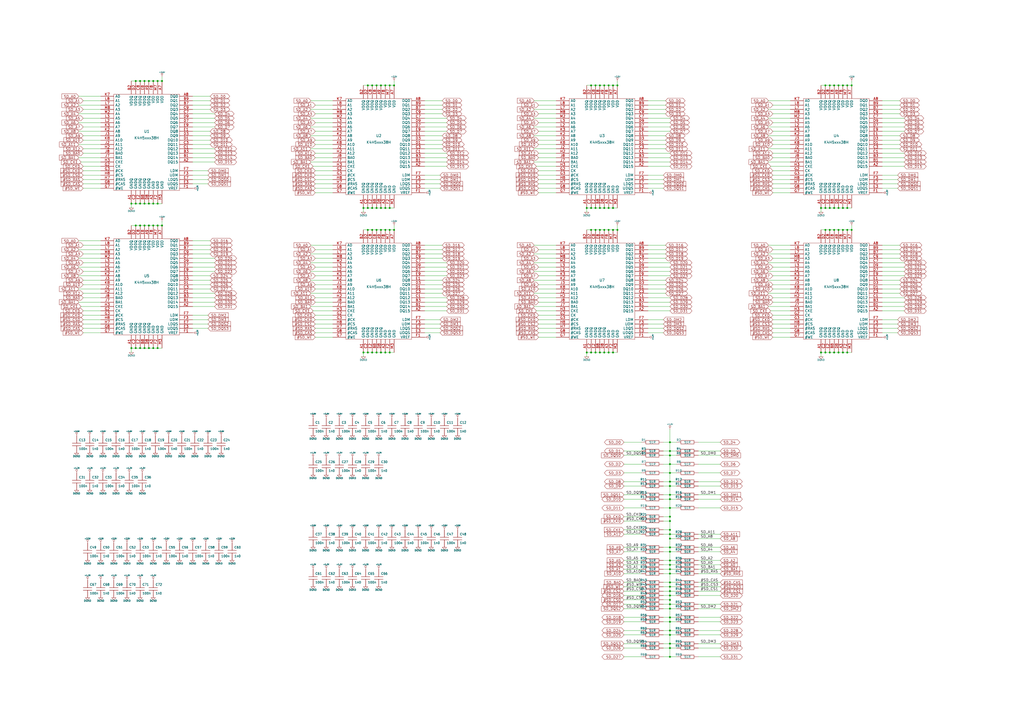
<source format=kicad_sch>
(kicad_sch (version 20230121) (generator eeschema)

  (uuid 3e7b2609-7aab-4422-b8eb-3ae9a26b4059)

  (paper "A2")

  (title_block
    (title "FireBee1 Projekt")
    (date "3 mar 2010")
    (rev "1.00")
    (company "MCS Aschwanden")
  )

  

  (junction (at 488.95 133.35) (diameter 0) (color 0 0 0 0)
    (uuid 0174a90d-d47f-4479-bdf7-b5d25236001a)
  )
  (junction (at 91.44 46.99) (diameter 0) (color 0 0 0 0)
    (uuid 01f7641e-b9d9-4710-abf4-aefcd33a90ac)
  )
  (junction (at 218.44 49.53) (diameter 0) (color 0 0 0 0)
    (uuid 02c95210-21a6-46e0-88a8-7e38d43959be)
  )
  (junction (at 345.44 49.53) (diameter 0) (color 0 0 0 0)
    (uuid 03b513cb-9192-45da-bdaa-91a1d3fa8633)
  )
  (junction (at 88.9 118.11) (diameter 0) (color 0 0 0 0)
    (uuid 0a1d75ed-ed82-4700-a690-8b7ab46b6d3f)
  )
  (junction (at 91.44 201.93) (diameter 0) (color 0 0 0 0)
    (uuid 105fe4ee-6d0f-40d7-b38a-b9687d83144d)
  )
  (junction (at 86.36 46.99) (diameter 0) (color 0 0 0 0)
    (uuid 10ddbf2c-e809-4adb-bdb9-8cff04e1594c)
  )
  (junction (at 88.9 46.99) (diameter 0) (color 0 0 0 0)
    (uuid 11a12139-927e-4d48-b631-6b2f94db3ee9)
  )
  (junction (at 226.06 204.47) (diameter 0) (color 0 0 0 0)
    (uuid 1246f773-b2df-4ab6-a989-e8c1351e0a69)
  )
  (junction (at 478.79 49.53) (diameter 0) (color 0 0 0 0)
    (uuid 1419713e-6d20-40fd-9d7a-966693e8fbf5)
  )
  (junction (at 81.28 130.81) (diameter 0) (color 0 0 0 0)
    (uuid 15e0340a-ddbd-43b0-a0c1-85a8e66d4302)
  )
  (junction (at 81.28 46.99) (diameter 0) (color 0 0 0 0)
    (uuid 1661aa25-5d18-4197-a57a-14416dc606ae)
  )
  (junction (at 223.52 49.53) (diameter 0) (color 0 0 0 0)
    (uuid 18ee1373-bb4f-4e41-8912-3695e61e4ed5)
  )
  (junction (at 388.62 307.34) (diameter 0) (color 0 0 0 0)
    (uuid 194ef4ec-55d4-49fc-891d-3a9bdefd57d7)
  )
  (junction (at 483.87 133.35) (diameter 0) (color 0 0 0 0)
    (uuid 1acd7e4c-eb09-4a71-9ddc-6c8f42d9c84b)
  )
  (junction (at 218.44 204.47) (diameter 0) (color 0 0 0 0)
    (uuid 1c00b3c6-8daa-4a44-8b46-8030396c7b9e)
  )
  (junction (at 213.36 49.53) (diameter 0) (color 0 0 0 0)
    (uuid 1c735a73-471f-4d88-8510-1dcf5f1d5204)
  )
  (junction (at 223.52 133.35) (diameter 0) (color 0 0 0 0)
    (uuid 1d5c826a-c813-4071-a475-9c461f942bac)
  )
  (junction (at 342.9 204.47) (diameter 0) (color 0 0 0 0)
    (uuid 1f4e8022-57ef-4a59-b4be-955e8ab06ccc)
  )
  (junction (at 388.62 327.66) (diameter 0) (color 0 0 0 0)
    (uuid 23437d4f-5a78-478b-84b7-3a3f4eb4d98d)
  )
  (junction (at 81.28 201.93) (diameter 0) (color 0 0 0 0)
    (uuid 2558cc09-656b-4fc0-abb4-617e219acc76)
  )
  (junction (at 388.62 330.2) (diameter 0) (color 0 0 0 0)
    (uuid 2629dfb2-760a-44b1-bfed-c496cdfe2ebf)
  )
  (junction (at 340.36 204.47) (diameter 0) (color 0 0 0 0)
    (uuid 267c4da9-ac08-423e-ac94-7254ad862a3c)
  )
  (junction (at 388.62 375.92) (diameter 0) (color 0 0 0 0)
    (uuid 29a6abc0-704b-445d-bd85-788c4a42adc6)
  )
  (junction (at 488.95 49.53) (diameter 0) (color 0 0 0 0)
    (uuid 2babfaed-02ce-49a7-a81e-5ad545c1b812)
  )
  (junction (at 388.62 340.36) (diameter 0) (color 0 0 0 0)
    (uuid 2d107e59-0546-4369-b2ef-118034d33f68)
  )
  (junction (at 210.82 120.65) (diameter 0) (color 0 0 0 0)
    (uuid 2ece2704-87f2-461d-9bf4-3b0a709f332a)
  )
  (junction (at 491.49 204.47) (diameter 0) (color 0 0 0 0)
    (uuid 2ef82b3d-3a1b-4924-a404-b5b1cc733731)
  )
  (junction (at 388.62 256.54) (diameter 0) (color 0 0 0 0)
    (uuid 34d74668-8eec-484b-a847-68a60ea8ee04)
  )
  (junction (at 342.9 120.65) (diameter 0) (color 0 0 0 0)
    (uuid 3630ac31-1913-496f-925a-8e79ce88528a)
  )
  (junction (at 388.62 368.3) (diameter 0) (color 0 0 0 0)
    (uuid 370b8658-abff-40ba-a282-b136336035c3)
  )
  (junction (at 78.74 118.11) (diameter 0) (color 0 0 0 0)
    (uuid 38b7dee4-87cf-4109-aabb-5c830b442438)
  )
  (junction (at 88.9 201.93) (diameter 0) (color 0 0 0 0)
    (uuid 3919ad74-3110-4178-a139-cf20dc0a8946)
  )
  (junction (at 215.9 120.65) (diameter 0) (color 0 0 0 0)
    (uuid 3a14e2b1-b6ef-4fef-a398-aaa791a342d3)
  )
  (junction (at 76.2 118.11) (diameter 0) (color 0 0 0 0)
    (uuid 3bb136f0-1cbb-4cb9-8464-f7661c37e900)
  )
  (junction (at 491.49 133.35) (diameter 0) (color 0 0 0 0)
    (uuid 3d301950-bad9-4546-9ce9-e85d982de1c7)
  )
  (junction (at 86.36 118.11) (diameter 0) (color 0 0 0 0)
    (uuid 3f8fee9a-cd91-48ae-b203-6ad402cd0aa0)
  )
  (junction (at 388.62 279.4) (diameter 0) (color 0 0 0 0)
    (uuid 3fc6acc7-d724-433c-b3b0-e707deeebe3d)
  )
  (junction (at 83.82 130.81) (diameter 0) (color 0 0 0 0)
    (uuid 40d32f39-fdef-42ad-9c02-d849ab215043)
  )
  (junction (at 345.44 133.35) (diameter 0) (color 0 0 0 0)
    (uuid 4140ff6b-c14d-409a-aeab-5d5ad397a903)
  )
  (junction (at 213.36 120.65) (diameter 0) (color 0 0 0 0)
    (uuid 42767b08-fa52-4c4e-ab3d-0d42d913737b)
  )
  (junction (at 494.03 49.53) (diameter 0) (color 0 0 0 0)
    (uuid 4aa3c7fb-a4c4-465e-a1c1-bbeedf35ac1c)
  )
  (junction (at 358.14 49.53) (diameter 0) (color 0 0 0 0)
    (uuid 4b384dce-9aa6-4094-aa2f-16655cfb4ea5)
  )
  (junction (at 78.74 46.99) (diameter 0) (color 0 0 0 0)
    (uuid 4da7cb93-c63d-452f-9cf9-e59bf466e912)
  )
  (junction (at 478.79 204.47) (diameter 0) (color 0 0 0 0)
    (uuid 4f4b7f7a-dfdf-441d-9f10-c31f641168ca)
  )
  (junction (at 215.9 133.35) (diameter 0) (color 0 0 0 0)
    (uuid 501257ca-a3b8-4e4e-a422-6cebf3ca9a33)
  )
  (junction (at 388.62 350.52) (diameter 0) (color 0 0 0 0)
    (uuid 50e2bb70-53ba-4ff1-8e2e-d39c2bd4b98b)
  )
  (junction (at 388.62 337.82) (diameter 0) (color 0 0 0 0)
    (uuid 571f03b9-cd49-45dd-9825-add1f09e6665)
  )
  (junction (at 355.6 120.65) (diameter 0) (color 0 0 0 0)
    (uuid 5be748ec-1f12-4f11-a342-683c5695ccd7)
  )
  (junction (at 220.98 204.47) (diameter 0) (color 0 0 0 0)
    (uuid 5d62ec80-3caf-4f5e-a1f2-1ffed3f19a51)
  )
  (junction (at 494.03 133.35) (diameter 0) (color 0 0 0 0)
    (uuid 5dc58cd0-ba83-46d4-8996-24ae1ceec564)
  )
  (junction (at 388.62 264.16) (diameter 0) (color 0 0 0 0)
    (uuid 5f431c3c-98dc-4314-8c84-4ea79af4cac7)
  )
  (junction (at 347.98 133.35) (diameter 0) (color 0 0 0 0)
    (uuid 5fb7d553-0195-4114-8a7a-e55ea6dbd996)
  )
  (junction (at 486.41 133.35) (diameter 0) (color 0 0 0 0)
    (uuid 602671f1-408c-41e4-b92c-7ca99b1c47b2)
  )
  (junction (at 228.6 133.35) (diameter 0) (color 0 0 0 0)
    (uuid 6405b3be-8897-4578-b10a-77b19e3e4f8a)
  )
  (junction (at 488.95 204.47) (diameter 0) (color 0 0 0 0)
    (uuid 644337e4-d817-4836-8648-5334af41fc12)
  )
  (junction (at 78.74 201.93) (diameter 0) (color 0 0 0 0)
    (uuid 6630211a-eade-41ae-b2ff-075c46fdfef0)
  )
  (junction (at 86.36 130.81) (diameter 0) (color 0 0 0 0)
    (uuid 68c16008-21a3-4f03-bac2-c411b6e9da4a)
  )
  (junction (at 388.62 320.04) (diameter 0) (color 0 0 0 0)
    (uuid 6a5ad6b3-a2b4-4059-bfa1-f197c6adf3d3)
  )
  (junction (at 353.06 49.53) (diameter 0) (color 0 0 0 0)
    (uuid 6bb9a7eb-4b9f-4a64-ba21-97bb3c31f8ed)
  )
  (junction (at 476.25 204.47) (diameter 0) (color 0 0 0 0)
    (uuid 6f021094-0be3-4b46-b736-208b157c8f9c)
  )
  (junction (at 488.95 120.65) (diameter 0) (color 0 0 0 0)
    (uuid 7223da5d-bb81-47ae-b149-4b43d76f7577)
  )
  (junction (at 83.82 201.93) (diameter 0) (color 0 0 0 0)
    (uuid 7240833a-a668-4a27-a65d-f20449138eb4)
  )
  (junction (at 223.52 204.47) (diameter 0) (color 0 0 0 0)
    (uuid 748d0c0b-4f70-4a2e-a996-9fb18697e686)
  )
  (junction (at 481.33 120.65) (diameter 0) (color 0 0 0 0)
    (uuid 749cd80b-1662-4a9a-9f41-d5fb74efeaf2)
  )
  (junction (at 388.62 317.5) (diameter 0) (color 0 0 0 0)
    (uuid 767e482b-96da-4f15-a245-56cbd2cf75e6)
  )
  (junction (at 345.44 120.65) (diameter 0) (color 0 0 0 0)
    (uuid 78936940-4c46-429f-ba70-49c7b6848c72)
  )
  (junction (at 388.62 261.62) (diameter 0) (color 0 0 0 0)
    (uuid 7934fbcb-1f4e-4f19-b0bd-08b09f4280d5)
  )
  (junction (at 481.33 204.47) (diameter 0) (color 0 0 0 0)
    (uuid 79abf372-3c6a-4822-b39e-f00a31cbc621)
  )
  (junction (at 226.06 133.35) (diameter 0) (color 0 0 0 0)
    (uuid 7b31efef-28f9-4e1a-8f3f-781253e35fc9)
  )
  (junction (at 223.52 120.65) (diameter 0) (color 0 0 0 0)
    (uuid 7c388b55-a3ea-4166-ba5b-98963063d090)
  )
  (junction (at 226.06 49.53) (diameter 0) (color 0 0 0 0)
    (uuid 7c4ac915-bf36-49a3-88ff-28cc1b75db2a)
  )
  (junction (at 218.44 120.65) (diameter 0) (color 0 0 0 0)
    (uuid 84f320e9-1c12-4647-99e9-89b8df83754a)
  )
  (junction (at 478.79 120.65) (diameter 0) (color 0 0 0 0)
    (uuid 85622074-047f-4b84-9d26-dfd96caa01da)
  )
  (junction (at 481.33 133.35) (diameter 0) (color 0 0 0 0)
    (uuid 87185f58-d9d6-4d06-b81d-5df1b7fab507)
  )
  (junction (at 388.62 274.32) (diameter 0) (color 0 0 0 0)
    (uuid 871a9dea-c437-4efe-9889-f03d64af125d)
  )
  (junction (at 388.62 294.64) (diameter 0) (color 0 0 0 0)
    (uuid 87d680c2-5490-4445-8e1a-a66595940cf5)
  )
  (junction (at 350.52 204.47) (diameter 0) (color 0 0 0 0)
    (uuid 880bfdd8-a4f9-4913-8072-37be123340dd)
  )
  (junction (at 83.82 46.99) (diameter 0) (color 0 0 0 0)
    (uuid 8ae866f8-0ba5-4d4b-b83b-ac8894aee52c)
  )
  (junction (at 213.36 133.35) (diameter 0) (color 0 0 0 0)
    (uuid 8cc2f9e1-7f79-411d-a233-af5ce251109d)
  )
  (junction (at 388.62 342.9) (diameter 0) (color 0 0 0 0)
    (uuid 8fb22f0b-b2cf-4975-b0fa-acdc6fc58f8e)
  )
  (junction (at 353.06 133.35) (diameter 0) (color 0 0 0 0)
    (uuid 90271d14-5edb-4709-b524-ab33f0e40bb7)
  )
  (junction (at 93.98 46.99) (diameter 0) (color 0 0 0 0)
    (uuid 90a227f9-f85b-454e-89c5-638dae6b1339)
  )
  (junction (at 340.36 120.65) (diameter 0) (color 0 0 0 0)
    (uuid 90bb50b4-5730-48cb-829f-3bd53f02dae9)
  )
  (junction (at 93.98 130.81) (diameter 0) (color 0 0 0 0)
    (uuid 91fd50ad-d584-44bc-a0d5-621e57eaee18)
  )
  (junction (at 478.79 133.35) (diameter 0) (color 0 0 0 0)
    (uuid 9270e506-24f2-4c0a-a52e-dd6ab2a9e63a)
  )
  (junction (at 483.87 49.53) (diameter 0) (color 0 0 0 0)
    (uuid 9936bfdb-72df-4d8e-8195-51f82824f70b)
  )
  (junction (at 350.52 120.65) (diameter 0) (color 0 0 0 0)
    (uuid 99a0fa92-114d-48d6-ba8f-6268a8898d46)
  )
  (junction (at 388.62 358.14) (diameter 0) (color 0 0 0 0)
    (uuid 9a425543-8f4a-4f43-94b9-b1b881c6531c)
  )
  (junction (at 345.44 204.47) (diameter 0) (color 0 0 0 0)
    (uuid 9b88c13b-60a3-400c-9aae-967a7cfb0b5f)
  )
  (junction (at 78.74 130.81) (diameter 0) (color 0 0 0 0)
    (uuid 9d2b3811-434d-48b7-86c3-f6f660fd99f8)
  )
  (junction (at 347.98 49.53) (diameter 0) (color 0 0 0 0)
    (uuid 9e7279a1-98b0-48e7-9d5c-2333425a09b4)
  )
  (junction (at 388.62 381) (diameter 0) (color 0 0 0 0)
    (uuid 9f82471c-37e5-4373-bafa-5f001288a80e)
  )
  (junction (at 355.6 133.35) (diameter 0) (color 0 0 0 0)
    (uuid a1d96e5e-6b02-417f-9bf4-ab05facc214c)
  )
  (junction (at 350.52 49.53) (diameter 0) (color 0 0 0 0)
    (uuid a943daa8-5c74-4518-9c8b-e867f0e0315b)
  )
  (junction (at 353.06 120.65) (diameter 0) (color 0 0 0 0)
    (uuid b05e95f0-47da-4f24-a654-8b0b06bf4c23)
  )
  (junction (at 88.9 130.81) (diameter 0) (color 0 0 0 0)
    (uuid b0dfd2c5-6348-427e-bfd7-dfb87c6410fd)
  )
  (junction (at 353.06 204.47) (diameter 0) (color 0 0 0 0)
    (uuid b28e2253-ec56-4f1a-a7e6-c794c7c11afd)
  )
  (junction (at 355.6 204.47) (diameter 0) (color 0 0 0 0)
    (uuid b28e848d-0360-4673-a0b1-feb5e14dd1a4)
  )
  (junction (at 388.62 360.68) (diameter 0) (color 0 0 0 0)
    (uuid b48eade0-814d-48b6-8c75-5e9abd792f6a)
  )
  (junction (at 388.62 269.24) (diameter 0) (color 0 0 0 0)
    (uuid b525b3a7-a273-404d-a305-92a262e40418)
  )
  (junction (at 76.2 201.93) (diameter 0) (color 0 0 0 0)
    (uuid b65e4043-ae11-4b73-bc3b-0d2a05762d9a)
  )
  (junction (at 355.6 49.53) (diameter 0) (color 0 0 0 0)
    (uuid b847bb4f-f7ab-4d96-8160-37047ebfde6e)
  )
  (junction (at 81.28 118.11) (diameter 0) (color 0 0 0 0)
    (uuid b99bcfde-f916-4a8c-b3e6-d3740bb71b0c)
  )
  (junction (at 486.41 120.65) (diameter 0) (color 0 0 0 0)
    (uuid b9b64457-26c0-4da1-a872-6f5fcc3f4642)
  )
  (junction (at 388.62 281.94) (diameter 0) (color 0 0 0 0)
    (uuid bad38d23-a4c3-464c-89e3-4fbbe7770df5)
  )
  (junction (at 342.9 133.35) (diameter 0) (color 0 0 0 0)
    (uuid bb73aecf-c2bf-43cd-9548-a97b8e3b79c0)
  )
  (junction (at 483.87 120.65) (diameter 0) (color 0 0 0 0)
    (uuid beb2aadb-267a-4d99-9ad9-e0b8bd2f105c)
  )
  (junction (at 228.6 49.53) (diameter 0) (color 0 0 0 0)
    (uuid bfb460f7-549c-4763-ba12-54c3b90569a4)
  )
  (junction (at 388.62 325.12) (diameter 0) (color 0 0 0 0)
    (uuid c0986a10-3206-45fa-87cf-d3cb8e589e88)
  )
  (junction (at 388.62 302.26) (diameter 0) (color 0 0 0 0)
    (uuid c5bc7769-2c31-4149-a2b7-8210008500fc)
  )
  (junction (at 86.36 201.93) (diameter 0) (color 0 0 0 0)
    (uuid c72e7fde-1632-49b1-8535-73d8717882a4)
  )
  (junction (at 210.82 204.47) (diameter 0) (color 0 0 0 0)
    (uuid c8ccf4c6-b59f-4458-bb71-5e04d1d42dbf)
  )
  (junction (at 388.62 347.98) (diameter 0) (color 0 0 0 0)
    (uuid c8d32b6f-3c48-4333-b6cb-8b0f741e3b49)
  )
  (junction (at 388.62 332.74) (diameter 0) (color 0 0 0 0)
    (uuid ca9abf1c-66fe-4120-9ed4-6ef4d50d6f65)
  )
  (junction (at 388.62 373.38) (diameter 0) (color 0 0 0 0)
    (uuid cacb0086-5e31-43c5-a0fe-52656208d9e1)
  )
  (junction (at 91.44 118.11) (diameter 0) (color 0 0 0 0)
    (uuid d1e54771-f71e-4367-90f4-c2b1cddedc95)
  )
  (junction (at 388.62 312.42) (diameter 0) (color 0 0 0 0)
    (uuid d1ec2e3c-0c86-4d55-935c-f263d56787ba)
  )
  (junction (at 388.62 289.56) (diameter 0) (color 0 0 0 0)
    (uuid d35bc70c-cbae-4c6a-a594-2b6634fa5625)
  )
  (junction (at 213.36 204.47) (diameter 0) (color 0 0 0 0)
    (uuid d43dd1c8-cca8-490a-bc40-53efdc32c95b)
  )
  (junction (at 476.25 120.65) (diameter 0) (color 0 0 0 0)
    (uuid d4a4f90c-e946-4a7b-81bc-b973ec32c972)
  )
  (junction (at 91.44 130.81) (diameter 0) (color 0 0 0 0)
    (uuid d60348d6-9925-4520-b8fe-f4af3fe20da9)
  )
  (junction (at 486.41 49.53) (diameter 0) (color 0 0 0 0)
    (uuid d7c2c5f8-ab73-4148-bf88-c43c1852dda7)
  )
  (junction (at 226.06 120.65) (diameter 0) (color 0 0 0 0)
    (uuid d896dc90-922a-4312-957d-8ca9ab4c7fd3)
  )
  (junction (at 220.98 120.65) (diameter 0) (color 0 0 0 0)
    (uuid d8ca843f-e7f8-4a47-8b3f-f7e4168efedc)
  )
  (junction (at 358.14 133.35) (diameter 0) (color 0 0 0 0)
    (uuid da296171-9f7d-4dbb-aca0-c2fb48859629)
  )
  (junction (at 388.62 287.02) (diameter 0) (color 0 0 0 0)
    (uuid daf2bd65-64fd-4d9d-9883-3a48a7b54ac8)
  )
  (junction (at 347.98 204.47) (diameter 0) (color 0 0 0 0)
    (uuid dc2ddc73-beb2-44cb-b6dd-152e8edc02cd)
  )
  (junction (at 388.62 299.72) (diameter 0) (color 0 0 0 0)
    (uuid dd3c9792-5c8f-4251-8e76-dab22360d2ec)
  )
  (junction (at 486.41 204.47) (diameter 0) (color 0 0 0 0)
    (uuid ddbb8688-b28c-4916-bf8e-13231c130cce)
  )
  (junction (at 388.62 353.06) (diameter 0) (color 0 0 0 0)
    (uuid e561cfb1-abe2-4065-b282-2b9d9572acbb)
  )
  (junction (at 215.9 204.47) (diameter 0) (color 0 0 0 0)
    (uuid e578c284-7930-4530-a035-3bcbc31f5f9c)
  )
  (junction (at 220.98 133.35) (diameter 0) (color 0 0 0 0)
    (uuid e641d89f-9730-446f-861d-9dfd933d9285)
  )
  (junction (at 342.9 49.53) (diameter 0) (color 0 0 0 0)
    (uuid e65dbcfc-0ecb-4598-a0c6-ab77795323f0)
  )
  (junction (at 491.49 120.65) (diameter 0) (color 0 0 0 0)
    (uuid e8e2ad64-dfdd-48f7-bdf4-9e34714955f5)
  )
  (junction (at 347.98 120.65) (diameter 0) (color 0 0 0 0)
    (uuid e9cc63e6-d405-4a1c-8f89-14b3f4d66d1c)
  )
  (junction (at 388.62 365.76) (diameter 0) (color 0 0 0 0)
    (uuid eaa7ea2b-cb87-4965-8690-a0f57d4a6c3d)
  )
  (junction (at 491.49 49.53) (diameter 0) (color 0 0 0 0)
    (uuid ec6d1dfb-f167-4f3f-8a6f-0f181007b24b)
  )
  (junction (at 481.33 49.53) (diameter 0) (color 0 0 0 0)
    (uuid ed43ca15-d256-4bbe-bcfd-be8daceead08)
  )
  (junction (at 218.44 133.35) (diameter 0) (color 0 0 0 0)
    (uuid edd83333-0de4-4ee5-91e4-aba585691e31)
  )
  (junction (at 83.82 118.11) (diameter 0) (color 0 0 0 0)
    (uuid f3e6cbba-c1e9-4c92-bd64-ed328d7cd26f)
  )
  (junction (at 388.62 309.88) (diameter 0) (color 0 0 0 0)
    (uuid f4997796-bae2-4ca1-a1a4-6e23b272e03d)
  )
  (junction (at 220.98 49.53) (diameter 0) (color 0 0 0 0)
    (uuid f645f9e9-5d51-491b-8e72-ac8bf2a5050c)
  )
  (junction (at 350.52 133.35) (diameter 0) (color 0 0 0 0)
    (uuid f85fd48b-d0dc-49a4-945d-4c97b34a4dee)
  )
  (junction (at 215.9 49.53) (diameter 0) (color 0 0 0 0)
    (uuid fc14026f-9468-4ccc-a5fa-a9af21752c3d)
  )
  (junction (at 388.62 345.44) (diameter 0) (color 0 0 0 0)
    (uuid fdf5c162-ab98-40eb-9704-bb9a7aafe03d)
  )
  (junction (at 483.87 204.47) (diameter 0) (color 0 0 0 0)
    (uuid fe1332ff-dbf1-4b4e-a2d3-2f9b3ea01e9e)
  )

  (wire (pts (xy 388.62 365.76) (xy 384.81 365.76))
    (stroke (width 0) (type default))
    (uuid 00191c1e-a28c-4fb1-be7b-05846e099d0e)
  )
  (wire (pts (xy 524.51 73.66) (xy 511.81 73.66))
    (stroke (width 0) (type default))
    (uuid 002932eb-66dd-48d4-ba16-52b16dd4dfb2)
  )
  (wire (pts (xy 417.83 340.36) (xy 405.13 340.36))
    (stroke (width 0) (type default))
    (uuid 008893ed-7fc1-4fe5-9535-6afa80e70948)
  )
  (wire (pts (xy 511.81 193.04) (xy 520.7 193.04))
    (stroke (width 0) (type default))
    (uuid 012d62c9-a266-405b-b01b-d7dccea84883)
  )
  (wire (pts (xy 78.74 201.93) (xy 81.28 201.93))
    (stroke (width 0) (type default))
    (uuid 0139ce53-2ffa-41e2-9a9d-cbf4241c6a75)
  )
  (wire (pts (xy 210.82 123.19) (xy 210.82 120.65))
    (stroke (width 0) (type default))
    (uuid 0186790e-55f0-476a-a050-f7b221f2e3f4)
  )
  (wire (pts (xy 392.43 269.24) (xy 388.62 269.24))
    (stroke (width 0) (type default))
    (uuid 042d8826-2922-4dfc-bf28-0bbd0bdc7689)
  )
  (wire (pts (xy 361.95 307.34) (xy 372.11 307.34))
    (stroke (width 0) (type default))
    (uuid 04a5fadf-1263-4dbc-b760-e9a5a6ceb87b)
  )
  (wire (pts (xy 361.95 375.92) (xy 372.11 375.92))
    (stroke (width 0) (type default))
    (uuid 04d06b62-8350-43df-bd87-38e8b5b90e41)
  )
  (wire (pts (xy 494.03 133.35) (xy 491.49 133.35))
    (stroke (width 0) (type default))
    (uuid 0511198d-07f0-4947-a329-84b0d049bd13)
  )
  (wire (pts (xy 392.43 365.76) (xy 388.62 365.76))
    (stroke (width 0) (type default))
    (uuid 0585f325-23e7-4913-90ca-8be89a99bcb1)
  )
  (wire (pts (xy 486.41 133.35) (xy 483.87 133.35))
    (stroke (width 0) (type default))
    (uuid 05cda167-d9e2-4e29-9304-2faaf84a0d06)
  )
  (wire (pts (xy 417.83 330.2) (xy 405.13 330.2))
    (stroke (width 0) (type default))
    (uuid 06fa10be-89e4-4ac8-ba76-e6d177859c4d)
  )
  (wire (pts (xy 312.42 182.88) (xy 322.58 182.88))
    (stroke (width 0) (type default))
    (uuid 07b2345d-4743-4be1-a40f-59ea3f7fdbde)
  )
  (wire (pts (xy 458.47 193.04) (xy 448.31 193.04))
    (stroke (width 0) (type default))
    (uuid 07c16fd7-eee6-4705-9034-a9e9b957e204)
  )
  (wire (pts (xy 93.98 44.45) (xy 93.98 46.99))
    (stroke (width 0) (type default))
    (uuid 07ee8f54-bc6a-402f-be85-d28bb44aa092)
  )
  (wire (pts (xy 361.95 279.4) (xy 372.11 279.4))
    (stroke (width 0) (type default))
    (uuid 082b32e6-c1bd-4ab4-b909-e3e83c57668b)
  )
  (wire (pts (xy 388.62 337.82) (xy 384.81 337.82))
    (stroke (width 0) (type default))
    (uuid 0838e292-6283-4c12-a83a-02c40d816e06)
  )
  (wire (pts (xy 91.44 201.93) (xy 93.98 201.93))
    (stroke (width 0) (type default))
    (uuid 08cbbffd-00cc-4651-b738-360235634838)
  )
  (wire (pts (xy 392.43 340.36) (xy 388.62 340.36))
    (stroke (width 0) (type default))
    (uuid 0915e41b-c9fe-402b-960d-acef6e694295)
  )
  (wire (pts (xy 312.42 175.26) (xy 322.58 175.26))
    (stroke (width 0) (type default))
    (uuid 0961c9e8-09cd-47ab-a074-480a54c81c83)
  )
  (wire (pts (xy 58.42 109.22) (xy 48.26 109.22))
    (stroke (width 0) (type default))
    (uuid 096bc236-bb13-4480-9028-f3b35828ed4d)
  )
  (wire (pts (xy 215.9 133.35) (xy 213.36 133.35))
    (stroke (width 0) (type default))
    (uuid 09793f11-b80a-4808-8e07-f33393d35bb6)
  )
  (wire (pts (xy 388.62 309.88) (xy 384.81 309.88))
    (stroke (width 0) (type default))
    (uuid 097abb91-76c6-4317-9700-92c987f1564d)
  )
  (wire (pts (xy 322.58 104.14) (xy 312.42 104.14))
    (stroke (width 0) (type default))
    (uuid 0aa2a9eb-f31f-49f2-b36a-96792422bb80)
  )
  (wire (pts (xy 476.25 123.19) (xy 476.25 120.65))
    (stroke (width 0) (type default))
    (uuid 0ae88559-e63e-4c8b-b5aa-d39a1f90c247)
  )
  (wire (pts (xy 182.88 160.02) (xy 193.04 160.02))
    (stroke (width 0) (type default))
    (uuid 0b581d55-e8d6-41b9-b704-1c5a955cfe16)
  )
  (wire (pts (xy 478.79 133.35) (xy 476.25 133.35))
    (stroke (width 0) (type default))
    (uuid 0b8adec8-94af-42cc-9e46-222fe1813987)
  )
  (wire (pts (xy 417.83 332.74) (xy 405.13 332.74))
    (stroke (width 0) (type default))
    (uuid 0bd145b0-7fd9-4470-8b45-4ca59d282823)
  )
  (wire (pts (xy 312.42 91.44) (xy 322.58 91.44))
    (stroke (width 0) (type default))
    (uuid 0be76761-86fb-4edf-b841-eecebb8d1b40)
  )
  (wire (pts (xy 218.44 120.65) (xy 220.98 120.65))
    (stroke (width 0) (type default))
    (uuid 0cc3fb25-887a-4971-bb93-e30911eb870d)
  )
  (wire (pts (xy 111.76 104.14) (xy 120.65 104.14))
    (stroke (width 0) (type default))
    (uuid 0cc76151-4556-4440-aa6c-8e9042d9f5d0)
  )
  (wire (pts (xy 193.04 190.5) (xy 182.88 190.5))
    (stroke (width 0) (type default))
    (uuid 0d27c941-86ba-4aad-826b-1adec21567ca)
  )
  (wire (pts (xy 45.72 154.94) (xy 58.42 154.94))
    (stroke (width 0) (type default))
    (uuid 0d89688a-c6a7-400a-880b-ed2328dd63b4)
  )
  (wire (pts (xy 124.46 91.44) (xy 111.76 91.44))
    (stroke (width 0) (type default))
    (uuid 0ee8b437-f776-417e-95ef-4467f9428032)
  )
  (wire (pts (xy 312.42 160.02) (xy 322.58 160.02))
    (stroke (width 0) (type default))
    (uuid 0f1b3d93-95c9-4e9a-8f85-ef9f95283054)
  )
  (wire (pts (xy 417.83 261.62) (xy 405.13 261.62))
    (stroke (width 0) (type default))
    (uuid 0f32df13-22f5-4cb0-b7e5-9888445be3b9)
  )
  (wire (pts (xy 124.46 71.12) (xy 111.76 71.12))
    (stroke (width 0) (type default))
    (uuid 0f982229-8596-49e7-94da-2a760b5b3ff5)
  )
  (wire (pts (xy 388.62 287.02) (xy 384.81 287.02))
    (stroke (width 0) (type default))
    (uuid 0f9bf012-35fc-4d8d-9e8a-7224edf71c61)
  )
  (wire (pts (xy 121.92 60.96) (xy 111.76 60.96))
    (stroke (width 0) (type default))
    (uuid 0fb3f4bd-3bcf-48ed-a137-4c88e9e2dcc3)
  )
  (wire (pts (xy 256.54 78.74) (xy 246.38 78.74))
    (stroke (width 0) (type default))
    (uuid 0fb8fcaf-3e36-4bfb-b4a7-19f68f0e9aa9)
  )
  (wire (pts (xy 340.36 207.01) (xy 340.36 204.47))
    (stroke (width 0) (type default))
    (uuid 0fd0d162-9403-42fd-bc62-5167394ff813)
  )
  (wire (pts (xy 358.14 46.99) (xy 358.14 49.53))
    (stroke (width 0) (type default))
    (uuid 0fd897b9-9ce8-4426-8a37-a30d3307917d)
  )
  (wire (pts (xy 417.83 350.52) (xy 405.13 350.52))
    (stroke (width 0) (type default))
    (uuid 107e5b71-c79d-4b6a-bbd5-6ab2a5a1c54d)
  )
  (wire (pts (xy 48.26 147.32) (xy 58.42 147.32))
    (stroke (width 0) (type default))
    (uuid 10d5a3e8-eb87-4815-a296-0b5907957223)
  )
  (wire (pts (xy 388.62 342.9) (xy 388.62 345.44))
    (stroke (width 0) (type default))
    (uuid 10e72c19-8392-40cd-910f-77f395e5e62b)
  )
  (wire (pts (xy 388.62 93.98) (xy 375.92 93.98))
    (stroke (width 0) (type default))
    (uuid 129b5907-f402-4f7d-a6fb-ab40d9b0ca54)
  )
  (wire (pts (xy 361.95 320.04) (xy 372.11 320.04))
    (stroke (width 0) (type default))
    (uuid 13406135-db77-4dcb-a334-70af5536692b)
  )
  (wire (pts (xy 312.42 99.06) (xy 322.58 99.06))
    (stroke (width 0) (type default))
    (uuid 13413e08-2171-4494-aaf2-17f09a55cf7a)
  )
  (wire (pts (xy 361.95 368.3) (xy 372.11 368.3))
    (stroke (width 0) (type default))
    (uuid 134f884c-75c2-4ae6-a5b0-ad6178fe4ca9)
  )
  (wire (pts (xy 58.42 190.5) (xy 48.26 190.5))
    (stroke (width 0) (type default))
    (uuid 13cab9b7-e733-4746-9655-a08f6256afb9)
  )
  (wire (pts (xy 375.92 101.6) (xy 384.81 101.6))
    (stroke (width 0) (type default))
    (uuid 1518beeb-97ce-479e-9cbb-3c281b8305b1)
  )
  (wire (pts (xy 388.62 289.56) (xy 384.81 289.56))
    (stroke (width 0) (type default))
    (uuid 1593510e-3c60-4ff6-8655-add8da40c49d)
  )
  (wire (pts (xy 521.97 63.5) (xy 511.81 63.5))
    (stroke (width 0) (type default))
    (uuid 15bf9b96-b017-4a88-875d-0b917cfd38b2)
  )
  (wire (pts (xy 386.08 78.74) (xy 375.92 78.74))
    (stroke (width 0) (type default))
    (uuid 1616f3e2-85e8-46f0-8407-fb1632afcab5)
  )
  (wire (pts (xy 246.38 190.5) (xy 255.27 190.5))
    (stroke (width 0) (type default))
    (uuid 161a7932-4c63-4ffd-a5ab-89ac4b5a3652)
  )
  (wire (pts (xy 386.08 162.56) (xy 375.92 162.56))
    (stroke (width 0) (type default))
    (uuid 163db3c5-5d62-4ddb-9863-c6e3317aec57)
  )
  (wire (pts (xy 93.98 46.99) (xy 91.44 46.99))
    (stroke (width 0) (type default))
    (uuid 1667d8d2-8d43-4731-85bf-6bc3545a510f)
  )
  (wire (pts (xy 228.6 46.99) (xy 228.6 49.53))
    (stroke (width 0) (type default))
    (uuid 1677450f-97c1-4aa0-9996-7940831e0ce6)
  )
  (wire (pts (xy 322.58 106.68) (xy 312.42 106.68))
    (stroke (width 0) (type default))
    (uuid 16838080-e090-4b01-b1b5-7732689fac72)
  )
  (wire (pts (xy 322.58 190.5) (xy 312.42 190.5))
    (stroke (width 0) (type default))
    (uuid 16f94985-4a66-49ec-bf88-2c101b58f1b1)
  )
  (wire (pts (xy 259.08 68.58) (xy 246.38 68.58))
    (stroke (width 0) (type default))
    (uuid 17bc0ecf-3b8d-4b98-b2b7-fb6e96e70d0b)
  )
  (wire (pts (xy 445.77 73.66) (xy 458.47 73.66))
    (stroke (width 0) (type default))
    (uuid 17e2716b-6884-4a0a-bc41-d1feca286449)
  )
  (wire (pts (xy 388.62 180.34) (xy 375.92 180.34))
    (stroke (width 0) (type default))
    (uuid 1899a162-9946-443b-b3b5-656642a84e8d)
  )
  (wire (pts (xy 246.38 187.96) (xy 255.27 187.96))
    (stroke (width 0) (type default))
    (uuid 18d54e5c-f9df-4340-b60d-2b232f75269c)
  )
  (wire (pts (xy 524.51 88.9) (xy 511.81 88.9))
    (stroke (width 0) (type default))
    (uuid 1919f046-f41f-410e-8573-61a787529bcd)
  )
  (wire (pts (xy 361.95 317.5) (xy 372.11 317.5))
    (stroke (width 0) (type default))
    (uuid 19260ddb-5057-45dc-9d1d-54dbf41c555b)
  )
  (wire (pts (xy 388.62 152.4) (xy 375.92 152.4))
    (stroke (width 0) (type default))
    (uuid 19681385-837e-4b1c-a7e8-40a3c551495f)
  )
  (wire (pts (xy 180.34 68.58) (xy 193.04 68.58))
    (stroke (width 0) (type default))
    (uuid 19a6a6c8-93eb-40e6-aca8-683d8cca97b2)
  )
  (wire (pts (xy 521.97 162.56) (xy 511.81 162.56))
    (stroke (width 0) (type default))
    (uuid 19d66240-198a-4740-8544-e3cd29fcc5c3)
  )
  (wire (pts (xy 215.9 49.53) (xy 213.36 49.53))
    (stroke (width 0) (type default))
    (uuid 1a3ee0be-231e-4b97-b13c-36d93ba96dc1)
  )
  (wire (pts (xy 511.81 106.68) (xy 520.7 106.68))
    (stroke (width 0) (type default))
    (uuid 1aeea6b8-b030-4ca5-8d3c-026630d1c3ff)
  )
  (wire (pts (xy 312.42 185.42) (xy 322.58 185.42))
    (stroke (width 0) (type default))
    (uuid 1b0f6930-81b2-4b5f-a1b9-bb4c353963b4)
  )
  (wire (pts (xy 111.76 182.88) (xy 120.65 182.88))
    (stroke (width 0) (type default))
    (uuid 1b209def-eb3a-4b13-9d6c-23177f4d59e8)
  )
  (wire (pts (xy 386.08 83.82) (xy 375.92 83.82))
    (stroke (width 0) (type default))
    (uuid 1b621318-0840-4b6f-b81a-7f678704b959)
  )
  (wire (pts (xy 388.62 269.24) (xy 388.62 274.32))
    (stroke (width 0) (type default))
    (uuid 1b9c6676-5e66-41e1-b6d7-bfe417c8fd66)
  )
  (wire (pts (xy 392.43 281.94) (xy 388.62 281.94))
    (stroke (width 0) (type default))
    (uuid 1bf93675-f504-4e7c-9c5d-5edef6509e83)
  )
  (wire (pts (xy 312.42 88.9) (xy 322.58 88.9))
    (stroke (width 0) (type default))
    (uuid 1cc07143-4c4a-4693-ac8b-c03b4d45beb9)
  )
  (wire (pts (xy 361.95 337.82) (xy 372.11 337.82))
    (stroke (width 0) (type default))
    (uuid 1d0e4241-2cda-4a57-8158-2bfcb474f5bc)
  )
  (wire (pts (xy 521.97 144.78) (xy 511.81 144.78))
    (stroke (width 0) (type default))
    (uuid 1d627fbf-1744-4108-92a9-c8d8015ac533)
  )
  (wire (pts (xy 458.47 106.68) (xy 448.31 106.68))
    (stroke (width 0) (type default))
    (uuid 1d65feaa-e193-49c1-90cd-9f382fed3bab)
  )
  (wire (pts (xy 180.34 177.8) (xy 193.04 177.8))
    (stroke (width 0) (type default))
    (uuid 1d6c49e9-5a6d-4d91-9900-e01461e90c20)
  )
  (wire (pts (xy 121.92 76.2) (xy 111.76 76.2))
    (stroke (width 0) (type default))
    (uuid 1e1d3817-4ab5-4774-8f3b-dbf233d6d6c3)
  )
  (wire (pts (xy 309.88 68.58) (xy 322.58 68.58))
    (stroke (width 0) (type default))
    (uuid 1f166076-dc8f-4b2d-a139-cdf3d35e1459)
  )
  (wire (pts (xy 256.54 144.78) (xy 246.38 144.78))
    (stroke (width 0) (type default))
    (uuid 1f734b88-9707-4ccc-b1e7-39dcadbda65f)
  )
  (wire (pts (xy 392.43 320.04) (xy 388.62 320.04))
    (stroke (width 0) (type default))
    (uuid 1fcf30aa-3883-468c-8562-8373a2cc0ae4)
  )
  (wire (pts (xy 48.26 63.5) (xy 58.42 63.5))
    (stroke (width 0) (type default))
    (uuid 204ad5b4-f6a2-4c66-9e3a-28d46c1c3301)
  )
  (wire (pts (xy 388.62 353.06) (xy 388.62 358.14))
    (stroke (width 0) (type default))
    (uuid 208c641f-a2aa-4a82-84f0-c2b34ad251dc)
  )
  (wire (pts (xy 388.62 309.88) (xy 388.62 312.42))
    (stroke (width 0) (type default))
    (uuid 20b25130-ef94-495a-99c4-c29c86a7d1ea)
  )
  (wire (pts (xy 181.61 96.52) (xy 193.04 96.52))
    (stroke (width 0) (type default))
    (uuid 2143b7e6-38dc-455d-a6fd-c3450dd6bc2f)
  )
  (wire (pts (xy 483.87 120.65) (xy 486.41 120.65))
    (stroke (width 0) (type default))
    (uuid 2149f772-d1bb-454d-8987-0beb07e87c5d)
  )
  (wire (pts (xy 524.51 172.72) (xy 511.81 172.72))
    (stroke (width 0) (type default))
    (uuid 2165c93a-11c7-4470-9bf4-2a59cfc0d995)
  )
  (wire (pts (xy 312.42 101.6) (xy 322.58 101.6))
    (stroke (width 0) (type default))
    (uuid 218ec52f-a8e8-4d6b-b70b-dbfdd29a0fee)
  )
  (wire (pts (xy 111.76 99.06) (xy 120.65 99.06))
    (stroke (width 0) (type default))
    (uuid 21a9119d-a1b9-451c-8a8a-3eb871098907)
  )
  (wire (pts (xy 124.46 93.98) (xy 111.76 93.98))
    (stroke (width 0) (type default))
    (uuid 21e52781-3ace-44e3-a8b3-f9f8e6c01128)
  )
  (wire (pts (xy 524.51 175.26) (xy 511.81 175.26))
    (stroke (width 0) (type default))
    (uuid 231ba52a-b1b9-4793-89b3-e6a24677d52b)
  )
  (wire (pts (xy 417.83 327.66) (xy 405.13 327.66))
    (stroke (width 0) (type default))
    (uuid 24405d10-a372-4a09-b7a5-34b4dc8f2707)
  )
  (wire (pts (xy 417.83 368.3) (xy 405.13 368.3))
    (stroke (width 0) (type default))
    (uuid 24621371-d3f2-4b43-9d14-f88fa6d54598)
  )
  (wire (pts (xy 521.97 167.64) (xy 511.81 167.64))
    (stroke (width 0) (type default))
    (uuid 24828d75-9a09-439f-908a-a549ffb52e79)
  )
  (wire (pts (xy 45.72 66.04) (xy 58.42 66.04))
    (stroke (width 0) (type default))
    (uuid 248b2c31-e692-4814-b1cc-3e554c228eaf)
  )
  (wire (pts (xy 220.98 133.35) (xy 218.44 133.35))
    (stroke (width 0) (type default))
    (uuid 24a1388a-4922-4b4a-8a0e-5da90abbe626)
  )
  (wire (pts (xy 45.72 144.78) (xy 58.42 144.78))
    (stroke (width 0) (type default))
    (uuid 24d0195e-1c5e-4307-88fa-2b4c18a0dd0f)
  )
  (wire (pts (xy 210.82 207.01) (xy 210.82 204.47))
    (stroke (width 0) (type default))
    (uuid 24e3dcf9-501f-478b-a56f-a9a1a2eff339)
  )
  (wire (pts (xy 388.62 368.3) (xy 384.81 368.3))
    (stroke (width 0) (type default))
    (uuid 250fbe15-6e36-4383-8254-6290a728d6e7)
  )
  (wire (pts (xy 476.25 207.01) (xy 476.25 204.47))
    (stroke (width 0) (type default))
    (uuid 252afacf-a60f-4992-8cb9-9f54c2b698b7)
  )
  (wire (pts (xy 259.08 157.48) (xy 246.38 157.48))
    (stroke (width 0) (type default))
    (uuid 25d731d7-e0ed-443d-893b-6861000ccd37)
  )
  (wire (pts (xy 182.88 149.86) (xy 193.04 149.86))
    (stroke (width 0) (type default))
    (uuid 26090a7b-dbce-480a-8fc0-137d79159ba7)
  )
  (wire (pts (xy 392.43 327.66) (xy 388.62 327.66))
    (stroke (width 0) (type default))
    (uuid 267f6688-926a-43bc-a2c3-58fec64de841)
  )
  (wire (pts (xy 445.77 157.48) (xy 458.47 157.48))
    (stroke (width 0) (type default))
    (uuid 27ab0ca1-784a-4ddc-9fec-bc326ba82856)
  )
  (wire (pts (xy 361.95 360.68) (xy 372.11 360.68))
    (stroke (width 0) (type default))
    (uuid 27da6a4a-abd2-4ab0-9f3b-3c35dfef5ffe)
  )
  (wire (pts (xy 361.95 381) (xy 372.11 381))
    (stroke (width 0) (type default))
    (uuid 28a76bf4-6784-4719-b139-cb1c420d44bf)
  )
  (wire (pts (xy 48.26 152.4) (xy 58.42 152.4))
    (stroke (width 0) (type default))
    (uuid 295217b5-bdbe-4995-b147-eda85c7301e5)
  )
  (wire (pts (xy 524.51 91.44) (xy 511.81 91.44))
    (stroke (width 0) (type default))
    (uuid 2993c67a-602e-40fe-9c8c-a39639418659)
  )
  (wire (pts (xy 417.83 317.5) (xy 405.13 317.5))
    (stroke (width 0) (type default))
    (uuid 2a1985d9-c2e5-4a61-89b2-01725c89a1fb)
  )
  (wire (pts (xy 494.03 130.81) (xy 494.03 133.35))
    (stroke (width 0) (type default))
    (uuid 2a3ea681-8d8f-49b2-abe1-8dc56773f3f2)
  )
  (wire (pts (xy 45.72 91.44) (xy 58.42 91.44))
    (stroke (width 0) (type default))
    (uuid 2a3ee33a-61de-47ec-8d20-ebd631b00827)
  )
  (wire (pts (xy 124.46 149.86) (xy 111.76 149.86))
    (stroke (width 0) (type default))
    (uuid 2b89d61b-7b70-4ce4-8ea3-7534ffd07522)
  )
  (wire (pts (xy 388.62 350.52) (xy 384.81 350.52))
    (stroke (width 0) (type default))
    (uuid 2b987a89-7a03-45e4-b4e6-3f9245eb1bbe)
  )
  (wire (pts (xy 182.88 165.1) (xy 193.04 165.1))
    (stroke (width 0) (type default))
    (uuid 2c8e719c-c17e-4dc7-95cc-65e8efbd856a)
  )
  (wire (pts (xy 445.77 68.58) (xy 458.47 68.58))
    (stroke (width 0) (type default))
    (uuid 2cf9160f-fe65-4cf4-ae9e-f6a3cb13fb1d)
  )
  (wire (pts (xy 48.26 73.66) (xy 58.42 73.66))
    (stroke (width 0) (type default))
    (uuid 2dcd4826-6c56-437b-9f50-252282ff4b59)
  )
  (wire (pts (xy 478.79 120.65) (xy 481.33 120.65))
    (stroke (width 0) (type default))
    (uuid 2e39985b-59aa-4679-a495-7e1aba7b0039)
  )
  (wire (pts (xy 355.6 204.47) (xy 358.14 204.47))
    (stroke (width 0) (type default))
    (uuid 2ee6a8cd-ca8b-4cd8-b61c-43828eb0a423)
  )
  (wire (pts (xy 86.36 201.93) (xy 88.9 201.93))
    (stroke (width 0) (type default))
    (uuid 2f592174-c94b-4ad1-bf30-f490513a8fbc)
  )
  (wire (pts (xy 417.83 289.56) (xy 405.13 289.56))
    (stroke (width 0) (type default))
    (uuid 2ffb2a00-c7a8-4be7-b237-ba8a15c82b39)
  )
  (wire (pts (xy 182.88 101.6) (xy 193.04 101.6))
    (stroke (width 0) (type default))
    (uuid 2fffd379-4e25-421f-974b-709a8acd515f)
  )
  (wire (pts (xy 392.43 358.14) (xy 388.62 358.14))
    (stroke (width 0) (type default))
    (uuid 306eac09-c5d1-4d04-8ba3-1bf85f7a28dc)
  )
  (wire (pts (xy 309.88 63.5) (xy 322.58 63.5))
    (stroke (width 0) (type default))
    (uuid 30a3c511-a6a9-423d-945f-8496ce76a09c)
  )
  (wire (pts (xy 180.34 63.5) (xy 193.04 63.5))
    (stroke (width 0) (type default))
    (uuid 31e00122-31c9-4286-9576-26278c0e4956)
  )
  (wire (pts (xy 312.42 144.78) (xy 322.58 144.78))
    (stroke (width 0) (type default))
    (uuid 323ccfac-172a-4a2a-b3dc-836bafc853e2)
  )
  (wire (pts (xy 121.92 167.64) (xy 111.76 167.64))
    (stroke (width 0) (type default))
    (uuid 331954a2-735e-4347-a5e9-7fb92039cd9e)
  )
  (wire (pts (xy 524.51 96.52) (xy 511.81 96.52))
    (stroke (width 0) (type default))
    (uuid 333c665e-36fb-483a-92f2-dd1ba8184f6a)
  )
  (wire (pts (xy 521.97 83.82) (xy 511.81 83.82))
    (stroke (width 0) (type default))
    (uuid 33d4dc83-772f-4835-a624-6758132a317c)
  )
  (wire (pts (xy 259.08 76.2) (xy 246.38 76.2))
    (stroke (width 0) (type default))
    (uuid 343f32f8-ff27-4e07-b77b-58731437e93f)
  )
  (wire (pts (xy 309.88 152.4) (xy 322.58 152.4))
    (stroke (width 0) (type default))
    (uuid 348d2181-ba16-4bff-b551-2cb16d177d58)
  )
  (wire (pts (xy 345.44 120.65) (xy 347.98 120.65))
    (stroke (width 0) (type default))
    (uuid 34a6d5fc-f013-453c-b1da-36dc188ec452)
  )
  (wire (pts (xy 353.06 133.35) (xy 350.52 133.35))
    (stroke (width 0) (type default))
    (uuid 34c655c3-853e-4738-9d40-9ddb3090a405)
  )
  (wire (pts (xy 193.04 106.68) (xy 182.88 106.68))
    (stroke (width 0) (type default))
    (uuid 34f86e6f-17dc-4736-b056-318d970cd4d6)
  )
  (wire (pts (xy 358.14 133.35) (xy 355.6 133.35))
    (stroke (width 0) (type default))
    (uuid 351c193a-29a2-4a42-9572-dd403463149a)
  )
  (wire (pts (xy 388.62 325.12) (xy 384.81 325.12))
    (stroke (width 0) (type default))
    (uuid 3548e3b5-c43c-4412-83b4-c1ac16d03c65)
  )
  (wire (pts (xy 448.31 154.94) (xy 458.47 154.94))
    (stroke (width 0) (type default))
    (uuid 359f6b41-1781-48cd-b33c-b7b7b0c912c8)
  )
  (wire (pts (xy 124.46 86.36) (xy 111.76 86.36))
    (stroke (width 0) (type default))
    (uuid 36201346-982b-453f-9e19-830b6cb6054d)
  )
  (wire (pts (xy 48.26 170.18) (xy 58.42 170.18))
    (stroke (width 0) (type default))
    (uuid 364e2171-f6f7-4b65-8c1f-6bd49342e6b9)
  )
  (wire (pts (xy 78.74 130.81) (xy 76.2 130.81))
    (stroke (width 0) (type default))
    (uuid 36cd9bd9-aff6-4edb-a54c-e7d39fe24bc3)
  )
  (wire (pts (xy 388.62 375.92) (xy 384.81 375.92))
    (stroke (width 0) (type default))
    (uuid 37598942-8a0b-487f-a988-790967cfa618)
  )
  (wire (pts (xy 448.31 66.04) (xy 458.47 66.04))
    (stroke (width 0) (type default))
    (uuid 37d3a855-7558-4604-a94f-2162208c09e2)
  )
  (wire (pts (xy 388.62 264.16) (xy 384.81 264.16))
    (stroke (width 0) (type default))
    (uuid 37ec8a38-9e8b-4f53-84be-80f8f0dd6afa)
  )
  (wire (pts (xy 375.92 187.96) (xy 384.81 187.96))
    (stroke (width 0) (type default))
    (uuid 3826c458-b293-44e9-acf1-4c3a2ac20336)
  )
  (wire (pts (xy 388.62 360.68) (xy 384.81 360.68))
    (stroke (width 0) (type default))
    (uuid 3829e617-f03b-4927-9400-b4900c741158)
  )
  (wire (pts (xy 312.42 81.28) (xy 322.58 81.28))
    (stroke (width 0) (type default))
    (uuid 38475032-a304-49a6-8418-cf03b70afb55)
  )
  (wire (pts (xy 521.97 142.24) (xy 511.81 142.24))
    (stroke (width 0) (type default))
    (uuid 385fd84f-cf1f-4ba6-9880-cd4fc00822b0)
  )
  (wire (pts (xy 322.58 109.22) (xy 312.42 109.22))
    (stroke (width 0) (type default))
    (uuid 38fbfa92-af28-4565-938b-72fa479e19bc)
  )
  (wire (pts (xy 511.81 187.96) (xy 520.7 187.96))
    (stroke (width 0) (type default))
    (uuid 39a6c67b-89f4-4e50-a3bd-45e0c6f35a60)
  )
  (wire (pts (xy 361.95 353.06) (xy 372.11 353.06))
    (stroke (width 0) (type default))
    (uuid 39f74a2b-91ea-40a9-86d1-b6dc7ffdf85c)
  )
  (wire (pts (xy 458.47 195.58) (xy 448.31 195.58))
    (stroke (width 0) (type default))
    (uuid 3a3cdae0-a8ed-46ce-a023-032d5f7f5f79)
  )
  (wire (pts (xy 124.46 157.48) (xy 111.76 157.48))
    (stroke (width 0) (type default))
    (uuid 3ab304d3-a5bc-4638-9101-a5c971c411a8)
  )
  (wire (pts (xy 491.49 49.53) (xy 488.95 49.53))
    (stroke (width 0) (type default))
    (uuid 3b1e09e8-01ee-40cf-b9f8-eaf9cc2e8f35)
  )
  (wire (pts (xy 483.87 204.47) (xy 486.41 204.47))
    (stroke (width 0) (type default))
    (uuid 3b550ebc-57e1-4c92-90fc-a06d7d5f3aa3)
  )
  (wire (pts (xy 386.08 63.5) (xy 375.92 63.5))
    (stroke (width 0) (type default))
    (uuid 3b5df2c7-03f0-4879-917c-fb428be9d6a9)
  )
  (wire (pts (xy 256.54 165.1) (xy 246.38 165.1))
    (stroke (width 0) (type default))
    (uuid 3b880cb0-ed78-4e09-97ae-2333a6e40697)
  )
  (wire (pts (xy 58.42 185.42) (xy 48.26 185.42))
    (stroke (width 0) (type default))
    (uuid 3b895110-c3be-4f6f-83df-a1148782ed7c)
  )
  (wire (pts (xy 259.08 160.02) (xy 246.38 160.02))
    (stroke (width 0) (type default))
    (uuid 3bc1db7c-36c3-4829-b879-96fecd71691c)
  )
  (wire (pts (xy 121.92 139.7) (xy 111.76 139.7))
    (stroke (width 0) (type default))
    (uuid 3bc3744d-528e-4408-a682-ec3ce10f3a11)
  )
  (wire (pts (xy 392.43 256.54) (xy 388.62 256.54))
    (stroke (width 0) (type default))
    (uuid 3cc35ddc-f2b7-41b2-bf27-1785b9d7067a)
  )
  (wire (pts (xy 218.44 133.35) (xy 215.9 133.35))
    (stroke (width 0) (type default))
    (uuid 3cc8e252-e462-4b1a-9e1d-c5dd8800770f)
  )
  (wire (pts (xy 45.72 160.02) (xy 58.42 160.02))
    (stroke (width 0) (type default))
    (uuid 3d3f169c-786c-4ba4-9b90-1b7f6a872631)
  )
  (wire (pts (xy 342.9 120.65) (xy 345.44 120.65))
    (stroke (width 0) (type default))
    (uuid 3dba75bf-d929-47bb-838c-a116ef041bf2)
  )
  (wire (pts (xy 355.6 133.35) (xy 353.06 133.35))
    (stroke (width 0) (type default))
    (uuid 3e4468a9-c8c1-4ef7-9206-9d0570af98f7)
  )
  (wire (pts (xy 182.88 154.94) (xy 193.04 154.94))
    (stroke (width 0) (type default))
    (uuid 3eb619a6-0526-483e-b78c-5b10524dd2d4)
  )
  (wire (pts (xy 417.83 281.94) (xy 405.13 281.94))
    (stroke (width 0) (type default))
    (uuid 3f1ab087-0df7-4041-82d0-b3a9dbac8de3)
  )
  (wire (pts (xy 417.83 381) (xy 405.13 381))
    (stroke (width 0) (type default))
    (uuid 3fd609cc-0dba-4301-be06-3986caea8494)
  )
  (wire (pts (xy 386.08 147.32) (xy 375.92 147.32))
    (stroke (width 0) (type default))
    (uuid 3ff2bc42-5d7b-4443-9126-313b79cb5d7f)
  )
  (wire (pts (xy 375.92 104.14) (xy 384.81 104.14))
    (stroke (width 0) (type default))
    (uuid 4068b310-e777-4c84-bcbe-9ce811d1406f)
  )
  (wire (pts (xy 448.31 149.86) (xy 458.47 149.86))
    (stroke (width 0) (type default))
    (uuid 41038427-15c4-4f07-8f55-a9ca6852a5a6)
  )
  (wire (pts (xy 93.98 128.27) (xy 93.98 130.81))
    (stroke (width 0) (type default))
    (uuid 41132d46-9d88-4ef5-a217-ae4b90420495)
  )
  (wire (pts (xy 361.95 340.36) (xy 372.11 340.36))
    (stroke (width 0) (type default))
    (uuid 41776c0f-092d-4702-a27a-974e030009c7)
  )
  (wire (pts (xy 361.95 330.2) (xy 372.11 330.2))
    (stroke (width 0) (type default))
    (uuid 41a51c38-c7ec-4ab6-892b-1213b230be09)
  )
  (wire (pts (xy 350.52 204.47) (xy 353.06 204.47))
    (stroke (width 0) (type default))
    (uuid 41fa7680-e7a5-49b1-9cba-d738b6b1f00f)
  )
  (wire (pts (xy 392.43 264.16) (xy 388.62 264.16))
    (stroke (width 0) (type default))
    (uuid 426d2a51-724f-43e7-a1dd-d90c89bcf562)
  )
  (wire (pts (xy 182.88 99.06) (xy 193.04 99.06))
    (stroke (width 0) (type default))
    (uuid 435d7dc9-8d7b-4771-ba56-f3c3202dcfa5)
  )
  (wire (pts (xy 388.62 76.2) (xy 375.92 76.2))
    (stroke (width 0) (type default))
    (uuid 436337a3-d40d-4001-a4c9-92e2e678d80a)
  )
  (wire (pts (xy 388.62 330.2) (xy 384.81 330.2))
    (stroke (width 0) (type default))
    (uuid 44070176-b6f2-4b95-bdb8-4f9f1c642177)
  )
  (wire (pts (xy 220.98 120.65) (xy 223.52 120.65))
    (stroke (width 0) (type default))
    (uuid 445e5531-0a39-4287-a1a1-1572c4fb824e)
  )
  (wire (pts (xy 388.62 71.12) (xy 375.92 71.12))
    (stroke (width 0) (type default))
    (uuid 4474419a-3334-4dfd-8117-66e6a2104a95)
  )
  (wire (pts (xy 342.9 133.35) (xy 340.36 133.35))
    (stroke (width 0) (type default))
    (uuid 463ee997-88e3-4563-911e-cbd23a81f8df)
  )
  (wire (pts (xy 76.2 120.65) (xy 76.2 118.11))
    (stroke (width 0) (type default))
    (uuid 46786320-369b-41f8-ac9a-41441189bb80)
  )
  (wire (pts (xy 246.38 109.22) (xy 255.27 109.22))
    (stroke (width 0) (type default))
    (uuid 4678c17b-0d7a-4681-b1c0-c74e00644799)
  )
  (wire (pts (xy 524.51 154.94) (xy 511.81 154.94))
    (stroke (width 0) (type default))
    (uuid 46a683dd-7a2a-4baf-8e08-596eeb77c88b)
  )
  (wire (pts (xy 259.08 177.8) (xy 246.38 177.8))
    (stroke (width 0) (type default))
    (uuid 46b161b9-9533-4e61-8470-285d7a8142ad)
  )
  (wire (pts (xy 458.47 109.22) (xy 448.31 109.22))
    (stroke (width 0) (type default))
    (uuid 46b84b49-eb0c-4b14-ada9-84aa399f6e87)
  )
  (wire (pts (xy 448.31 172.72) (xy 458.47 172.72))
    (stroke (width 0) (type default))
    (uuid 46db0b0f-c72f-47b7-b536-59d83e9712ad)
  )
  (wire (pts (xy 388.62 88.9) (xy 375.92 88.9))
    (stroke (width 0) (type default))
    (uuid 473b7315-5816-40a5-8950-896097d4062b)
  )
  (wire (pts (xy 86.36 46.99) (xy 83.82 46.99))
    (stroke (width 0) (type default))
    (uuid 475355ba-539f-4110-b127-816476c584c4)
  )
  (wire (pts (xy 121.92 58.42) (xy 111.76 58.42))
    (stroke (width 0) (type default))
    (uuid 4784de0b-fb71-40bd-aeec-b16306ffa2e1)
  )
  (wire (pts (xy 180.34 170.18) (xy 193.04 170.18))
    (stroke (width 0) (type default))
    (uuid 479825ca-f0f4-43d7-96f5-44ad6218f7e4)
  )
  (wire (pts (xy 309.88 142.24) (xy 322.58 142.24))
    (stroke (width 0) (type default))
    (uuid 47c28319-833b-49aa-abed-235303879f37)
  )
  (wire (pts (xy 124.46 152.4) (xy 111.76 152.4))
    (stroke (width 0) (type default))
    (uuid 48f767d4-81df-4f8f-bc11-af396449a504)
  )
  (wire (pts (xy 388.62 299.72) (xy 388.62 302.26))
    (stroke (width 0) (type default))
    (uuid 49d02f87-7a3f-4ab6-b70e-c2fb1077b577)
  )
  (wire (pts (xy 111.76 101.6) (xy 120.65 101.6))
    (stroke (width 0) (type default))
    (uuid 4a2de28d-850e-40ea-bc73-c46879edc37d)
  )
  (wire (pts (xy 350.52 49.53) (xy 347.98 49.53))
    (stroke (width 0) (type default))
    (uuid 4a3793a6-a3e6-4746-af38-501e9166221c)
  )
  (wire (pts (xy 361.95 269.24) (xy 372.11 269.24))
    (stroke (width 0) (type default))
    (uuid 4a769db0-ee48-457f-a0d1-ea2d815fae62)
  )
  (wire (pts (xy 182.88 71.12) (xy 193.04 71.12))
    (stroke (width 0) (type default))
    (uuid 4aaa57fb-5bb5-47c8-a386-cf98bb2e7b31)
  )
  (wire (pts (xy 392.43 353.06) (xy 388.62 353.06))
    (stroke (width 0) (type default))
    (uuid 4adc098b-ab7e-4bf7-8887-f98520225a24)
  )
  (wire (pts (xy 83.82 46.99) (xy 81.28 46.99))
    (stroke (width 0) (type default))
    (uuid 4b216615-34e1-45f0-8ca3-28c259ed396b)
  )
  (wire (pts (xy 388.62 340.36) (xy 384.81 340.36))
    (stroke (width 0) (type default))
    (uuid 4b8e3064-47e1-436d-9800-f959150ef3f8)
  )
  (wire (pts (xy 392.43 274.32) (xy 388.62 274.32))
    (stroke (width 0) (type default))
    (uuid 4ba479dc-5ccc-4575-975b-bc7bb5fc4928)
  )
  (wire (pts (xy 388.62 175.26) (xy 375.92 175.26))
    (stroke (width 0) (type default))
    (uuid 4ba7a9f0-37ef-4a99-8235-8540ef6cb6dd)
  )
  (wire (pts (xy 58.42 193.04) (xy 48.26 193.04))
    (stroke (width 0) (type default))
    (uuid 4c6925e2-8faf-4e9c-88c4-aab8681770a2)
  )
  (wire (pts (xy 458.47 111.76) (xy 448.31 111.76))
    (stroke (width 0) (type default))
    (uuid 4cad4a7e-126d-4a73-ab64-88918f496ea8)
  )
  (wire (pts (xy 448.31 81.28) (xy 458.47 81.28))
    (stroke (width 0) (type default))
    (uuid 4d229e43-5b62-4f96-ad8b-ceeb842d7c73)
  )
  (wire (pts (xy 491.49 120.65) (xy 494.03 120.65))
    (stroke (width 0) (type default))
    (uuid 4d28e0e9-3dbf-4709-aedd-2a1e322d0510)
  )
  (wire (pts (xy 392.43 287.02) (xy 388.62 287.02))
    (stroke (width 0) (type default))
    (uuid 4d589b0d-ac38-4213-a4c5-0c9c99e9dfb6)
  )
  (wire (pts (xy 45.72 83.82) (xy 58.42 83.82))
    (stroke (width 0) (type default))
    (uuid 4e31fcef-8729-497a-bca9-e4a8ff3d81a9)
  )
  (wire (pts (xy 417.83 320.04) (xy 405.13 320.04))
    (stroke (width 0) (type default))
    (uuid 4ebee258-39c1-4c33-8c9b-8de67949b07d)
  )
  (wire (pts (xy 45.72 71.12) (xy 58.42 71.12))
    (stroke (width 0) (type default))
    (uuid 4f1eb24b-5bd5-41c6-8266-0fc45e34fe48)
  )
  (wire (pts (xy 458.47 190.5) (xy 448.31 190.5))
    (stroke (width 0) (type default))
    (uuid 4f49dfc6-9a29-4a22-8fd9-aa213d831933)
  )
  (wire (pts (xy 246.38 106.68) (xy 255.27 106.68))
    (stroke (width 0) (type default))
    (uuid 4fb1c713-1097-490a-b9de-29b7be967c4d)
  )
  (wire (pts (xy 388.62 368.3) (xy 388.62 373.38))
    (stroke (width 0) (type default))
    (uuid 50882a78-23e8-45ff-a422-38f9099af8fc)
  )
  (wire (pts (xy 45.72 139.7) (xy 58.42 139.7))
    (stroke (width 0) (type default))
    (uuid 513f2272-5ecc-4c6f-adbc-f1ccc2c15cad)
  )
  (wire (pts (xy 388.62 307.34) (xy 388.62 309.88))
    (stroke (width 0) (type default))
    (uuid 51bea5db-2beb-4995-b702-fcb307a41b82)
  )
  (wire (pts (xy 388.62 294.64) (xy 384.81 294.64))
    (stroke (width 0) (type default))
    (uuid 51fd945e-3b43-49a7-b349-c90dcf2dd2dd)
  )
  (wire (pts (xy 340.36 123.19) (xy 340.36 120.65))
    (stroke (width 0) (type default))
    (uuid 5227403a-fe0d-4cf6-b3f2-3fced3122c59)
  )
  (wire (pts (xy 388.62 91.44) (xy 375.92 91.44))
    (stroke (width 0) (type default))
    (uuid 5238f3e0-fa9c-43e9-8d2d-f1015615253e)
  )
  (wire (pts (xy 417.83 342.9) (xy 405.13 342.9))
    (stroke (width 0) (type default))
    (uuid 52ac9c55-d010-4330-82b7-e65e9c7f2717)
  )
  (wire (pts (xy 521.97 66.04) (xy 511.81 66.04))
    (stroke (width 0) (type default))
    (uuid 52ced8da-e803-4887-9b67-ea8ff25f9dcb)
  )
  (wire (pts (xy 448.31 175.26) (xy 458.47 175.26))
    (stroke (width 0) (type default))
    (uuid 52f5b18a-0853-4c34-bd4d-2742c1b836f8)
  )
  (wire (pts (xy 124.46 170.18) (xy 111.76 170.18))
    (stroke (width 0) (type default))
    (uuid 53647739-db63-487c-bec8-45011bbab3db)
  )
  (wire (pts (xy 375.92 109.22) (xy 384.81 109.22))
    (stroke (width 0) (type default))
    (uuid 54346bbd-1c0c-49cd-a50d-f18a6481e11a)
  )
  (wire (pts (xy 350.52 120.65) (xy 353.06 120.65))
    (stroke (width 0) (type default))
    (uuid 54892290-0e65-4df5-897a-c903ce54c09d)
  )
  (wire (pts (xy 193.04 187.96) (xy 182.88 187.96))
    (stroke (width 0) (type default))
    (uuid 5643d947-49b5-4836-852e-72d2d152d724)
  )
  (wire (pts (xy 375.92 193.04) (xy 384.81 193.04))
    (stroke (width 0) (type default))
    (uuid 56ca6c11-1a12-4c7c-8cbb-9f7ffb25ffc6)
  )
  (wire (pts (xy 386.08 58.42) (xy 375.92 58.42))
    (stroke (width 0) (type default))
    (uuid 570ed5f4-5094-4319-ad9b-57687c783dd6)
  )
  (wire (pts (xy 48.26 86.36) (xy 58.42 86.36))
    (stroke (width 0) (type default))
    (uuid 576feec9-c95b-4402-b74b-fa19e46ef131)
  )
  (wire (pts (xy 417.83 312.42) (xy 405.13 312.42))
    (stroke (width 0) (type default))
    (uuid 57a91cb9-9e90-48f5-8712-59647a300f66)
  )
  (wire (pts (xy 121.92 55.88) (xy 111.76 55.88))
    (stroke (width 0) (type default))
    (uuid 58a04ab5-fc66-47d5-9e14-97e922d6fa75)
  )
  (wire (pts (xy 355.6 120.65) (xy 358.14 120.65))
    (stroke (width 0) (type default))
    (uuid 58a4b55b-a589-453b-95d2-ffc935d7c9f7)
  )
  (wire (pts (xy 182.88 175.26) (xy 193.04 175.26))
    (stroke (width 0) (type default))
    (uuid 58cd17ee-b6b4-44ce-b9fb-b782101d1ed8)
  )
  (wire (pts (xy 361.95 345.44) (xy 372.11 345.44))
    (stroke (width 0) (type default))
    (uuid 59345d62-b04c-47a1-8df5-3ea836fff501)
  )
  (wire (pts (xy 388.62 256.54) (xy 384.81 256.54))
    (stroke (width 0) (type default))
    (uuid 5958edc5-dc2d-4c79-97d4-e1aba808f942)
  )
  (wire (pts (xy 182.88 91.44) (xy 193.04 91.44))
    (stroke (width 0) (type default))
    (uuid 5a5e505c-a9ee-468e-b901-02d86b59014b)
  )
  (wire (pts (xy 256.54 86.36) (xy 246.38 86.36))
    (stroke (width 0) (type default))
    (uuid 5a6507fe-18b9-4b98-8ae9-16be1dbe5867)
  )
  (wire (pts (xy 361.95 309.88) (xy 372.11 309.88))
    (stroke (width 0) (type default))
    (uuid 5a960b7a-6fb7-4265-baa1-9de595826e07)
  )
  (wire (pts (xy 388.62 337.82) (xy 388.62 340.36))
    (stroke (width 0) (type default))
    (uuid 5aea5f05-ebe7-44ac-a8e3-8eb20fe64c8d)
  )
  (wire (pts (xy 392.43 381) (xy 388.62 381))
    (stroke (width 0) (type default))
    (uuid 5afdb461-6636-412e-95ca-ee2ebddabe9f)
  )
  (wire (pts (xy 388.62 274.32) (xy 384.81 274.32))
    (stroke (width 0) (type default))
    (uuid 5b006efe-1e39-474f-9198-02eddda6f1f8)
  )
  (wire (pts (xy 353.06 49.53) (xy 350.52 49.53))
    (stroke (width 0) (type default))
    (uuid 5b7c3e90-21ad-472c-a03a-8cc67e078d9a)
  )
  (wire (pts (xy 256.54 63.5) (xy 246.38 63.5))
    (stroke (width 0) (type default))
    (uuid 5bac67d7-a501-4b3d-9cab-2a501d16f6ea)
  )
  (wire (pts (xy 48.26 99.06) (xy 58.42 99.06))
    (stroke (width 0) (type default))
    (uuid 5c943674-c524-44d6-b8d1-107f824e9049)
  )
  (wire (pts (xy 121.92 144.78) (xy 111.76 144.78))
    (stroke (width 0) (type default))
    (uuid 5cd5f6f7-d863-49b0-9da1-d1c28792266d)
  )
  (wire (pts (xy 340.36 204.47) (xy 342.9 204.47))
    (stroke (width 0) (type default))
    (uuid 5e2f86ed-13f8-4bf8-ba73-353cb39a18ee)
  )
  (wire (pts (xy 256.54 149.86) (xy 246.38 149.86))
    (stroke (width 0) (type default))
    (uuid 5e73a21e-cd02-4c68-bb41-10445b78e0c5)
  )
  (wire (pts (xy 524.51 160.02) (xy 511.81 160.02))
    (stroke (width 0) (type default))
    (uuid 5e77fa30-5c64-40b1-a9a0-63bc94c24a99)
  )
  (wire (pts (xy 524.51 76.2) (xy 511.81 76.2))
    (stroke (width 0) (type default))
    (uuid 5f65ae92-870f-4a88-8ae6-a545446dc1ca)
  )
  (wire (pts (xy 180.34 152.4) (xy 193.04 152.4))
    (stroke (width 0) (type default))
    (uuid 5fb5453f-e2f8-4315-86d6-1adfab448524)
  )
  (wire (pts (xy 388.62 68.58) (xy 375.92 68.58))
    (stroke (width 0) (type default))
    (uuid 5fc710ee-1eca-4f0b-9b72-a9a61346e9fe)
  )
  (wire (pts (xy 478.79 49.53) (xy 476.25 49.53))
    (stroke (width 0) (type default))
    (uuid 60273828-d82e-4f25-ae47-7e9ddb191dda)
  )
  (wire (pts (xy 486.41 204.47) (xy 488.95 204.47))
    (stroke (width 0) (type default))
    (uuid 6043a380-7326-4599-8ec0-0b39e46f5206)
  )
  (wire (pts (xy 417.83 264.16) (xy 405.13 264.16))
    (stroke (width 0) (type default))
    (uuid 60a12239-c077-48e9-b3e3-1e7f2dea2d2b)
  )
  (wire (pts (xy 524.51 180.34) (xy 511.81 180.34))
    (stroke (width 0) (type default))
    (uuid 611a6b14-fab5-4345-98a3-aa20c7a634d6)
  )
  (wire (pts (xy 86.36 118.11) (xy 88.9 118.11))
    (stroke (width 0) (type default))
    (uuid 61e40566-02f3-4b5d-a76d-a2fae398543a)
  )
  (wire (pts (xy 309.88 73.66) (xy 322.58 73.66))
    (stroke (width 0) (type default))
    (uuid 62c2f196-94ad-48c5-a4ef-6fc075ba79f6)
  )
  (wire (pts (xy 223.52 49.53) (xy 220.98 49.53))
    (stroke (width 0) (type default))
    (uuid 62d1fa43-581e-46f9-9cc6-9e55a56657c1)
  )
  (wire (pts (xy 48.26 142.24) (xy 58.42 142.24))
    (stroke (width 0) (type default))
    (uuid 62ebdc79-0374-41ba-bf59-2ebe572cb378)
  )
  (wire (pts (xy 311.15 180.34) (xy 322.58 180.34))
    (stroke (width 0) (type default))
    (uuid 6313da42-e38a-4cba-86d1-a4113426f8b7)
  )
  (wire (pts (xy 524.51 93.98) (xy 511.81 93.98))
    (stroke (width 0) (type default))
    (uuid 6320cc91-e79e-4745-aca4-a4eb9c858688)
  )
  (wire (pts (xy 182.88 83.82) (xy 193.04 83.82))
    (stroke (width 0) (type default))
    (uuid 6438f6a5-0359-4ee6-baee-aa35d2792523)
  )
  (wire (pts (xy 388.62 96.52) (xy 375.92 96.52))
    (stroke (width 0) (type default))
    (uuid 64676e58-80a2-4862-979f-c53d47b1a899)
  )
  (wire (pts (xy 256.54 162.56) (xy 246.38 162.56))
    (stroke (width 0) (type default))
    (uuid 652a9494-53bd-4631-aeba-80ed751703db)
  )
  (wire (pts (xy 392.43 373.38) (xy 388.62 373.38))
    (stroke (width 0) (type default))
    (uuid 654dad8a-360f-49b7-90e5-b0c553ee1951)
  )
  (wire (pts (xy 445.77 147.32) (xy 458.47 147.32))
    (stroke (width 0) (type default))
    (uuid 65b3dbc5-915b-468f-b445-4b56383a8624)
  )
  (wire (pts (xy 309.88 177.8) (xy 322.58 177.8))
    (stroke (width 0) (type default))
    (uuid 66aab72f-e935-40a4-be7e-b669006de1e5)
  )
  (wire (pts (xy 388.62 281.94) (xy 388.62 287.02))
    (stroke (width 0) (type default))
    (uuid 676453bf-5e8f-47a9-ad50-7dd52b79ee1b)
  )
  (wire (pts (xy 476.25 204.47) (xy 478.79 204.47))
    (stroke (width 0) (type default))
    (uuid 67dc3bdf-faf9-4033-b72e-1b58e98d3be1)
  )
  (wire (pts (xy 388.62 345.44) (xy 384.81 345.44))
    (stroke (width 0) (type default))
    (uuid 68a5966b-dec9-4f66-adf7-269a60063c2d)
  )
  (wire (pts (xy 180.34 78.74) (xy 193.04 78.74))
    (stroke (width 0) (type default))
    (uuid 6923536c-f8b5-4e11-b336-80afba107003)
  )
  (wire (pts (xy 180.34 73.66) (xy 193.04 73.66))
    (stroke (width 0) (type default))
    (uuid 6968c5ea-f57c-425c-b3f9-80620c753bd2)
  )
  (wire (pts (xy 388.62 381) (xy 384.81 381))
    (stroke (width 0) (type default))
    (uuid 697be280-bf9c-41b4-8347-8b9c0e3f5893)
  )
  (wire (pts (xy 259.08 175.26) (xy 246.38 175.26))
    (stroke (width 0) (type default))
    (uuid 69937ae8-562c-4acf-a2f3-c76478f11f00)
  )
  (wire (pts (xy 259.08 71.12) (xy 246.38 71.12))
    (stroke (width 0) (type default))
    (uuid 6a64b2d9-81fa-442a-84d7-f5e7bdf05380)
  )
  (wire (pts (xy 386.08 66.04) (xy 375.92 66.04))
    (stroke (width 0) (type default))
    (uuid 6a694899-25d3-4a4f-8b72-e3608bf982bb)
  )
  (wire (pts (xy 511.81 190.5) (xy 520.7 190.5))
    (stroke (width 0) (type default))
    (uuid 6ac9d8c4-92b4-44a7-8bf1-8ada116d6cd7)
  )
  (wire (pts (xy 521.97 86.36) (xy 511.81 86.36))
    (stroke (width 0) (type default))
    (uuid 6ae0eaa4-6979-4fc4-82b2-ac2ec6622b59)
  )
  (wire (pts (xy 309.88 78.74) (xy 322.58 78.74))
    (stroke (width 0) (type default))
    (uuid 6c7fc49a-fb05-48b3-8f8d-3f3c79875b7b)
  )
  (wire (pts (xy 448.31 185.42) (xy 458.47 185.42))
    (stroke (width 0) (type default))
    (uuid 6cc1b9ff-0e1a-442b-b6ee-2dc65fc15465)
  )
  (wire (pts (xy 521.97 81.28) (xy 511.81 81.28))
    (stroke (width 0) (type default))
    (uuid 6cf5bf71-af8b-4bd0-b6d3-9b1cf09d705d)
  )
  (wire (pts (xy 259.08 91.44) (xy 246.38 91.44))
    (stroke (width 0) (type default))
    (uuid 6df63336-e9ed-4de4-a2d8-3de5dba6d6d0)
  )
  (wire (pts (xy 388.62 289.56) (xy 388.62 294.64))
    (stroke (width 0) (type default))
    (uuid 6e4dd9bd-7dfd-4dd8-810a-3bc09fd1d4e2)
  )
  (wire (pts (xy 392.43 279.4) (xy 388.62 279.4))
    (stroke (width 0) (type default))
    (uuid 6e74d5a7-e8cf-4056-bc1b-d1a10350bb92)
  )
  (wire (pts (xy 445.77 93.98) (xy 458.47 93.98))
    (stroke (width 0) (type default))
    (uuid 6ed38a70-ad8b-4ca9-b1ab-1d7114b530e4)
  )
  (wire (pts (xy 417.83 309.88) (xy 405.13 309.88))
    (stroke (width 0) (type default))
    (uuid 6ee5e793-233c-4201-9427-9bd48d76cb02)
  )
  (wire (pts (xy 48.26 68.58) (xy 58.42 68.58))
    (stroke (width 0) (type default))
    (uuid 6ee8459b-bb48-43d5-ac2c-26b66cbd9ecd)
  )
  (wire (pts (xy 111.76 185.42) (xy 120.65 185.42))
    (stroke (width 0) (type default))
    (uuid 6ffafa6c-8a4e-416d-b8b8-6c7d397b2675)
  )
  (wire (pts (xy 88.9 201.93) (xy 91.44 201.93))
    (stroke (width 0) (type default))
    (uuid 70c3751d-e89e-40a1-a9f9-fc0902fc9207)
  )
  (wire (pts (xy 45.72 175.26) (xy 58.42 175.26))
    (stroke (width 0) (type default))
    (uuid 70d0edac-a4b0-4b49-a102-eef7a169df8b)
  )
  (wire (pts (xy 392.43 317.5) (xy 388.62 317.5))
    (stroke (width 0) (type default))
    (uuid 719f59e4-a7fa-4f88-99e8-0f71c3738ac2)
  )
  (wire (pts (xy 215.9 120.65) (xy 218.44 120.65))
    (stroke (width 0) (type default))
    (uuid 71fd5f12-badf-4890-91ff-075edf1e0830)
  )
  (wire (pts (xy 481.33 133.35) (xy 478.79 133.35))
    (stroke (width 0) (type default))
    (uuid 72474807-5061-4be4-84db-280c572d6152)
  )
  (wire (pts (xy 388.62 373.38) (xy 384.81 373.38))
    (stroke (width 0) (type default))
    (uuid 724fff09-1aa0-4e4a-8297-7e5c560c2691)
  )
  (wire (pts (xy 388.62 312.42) (xy 392.43 312.42))
    (stroke (width 0) (type default))
    (uuid 726113fc-10c7-4030-8dce-98e7013379ff)
  )
  (wire (pts (xy 483.87 49.53) (xy 481.33 49.53))
    (stroke (width 0) (type default))
    (uuid 72ab9ef2-a1b8-4a19-b640-ca96156a569f)
  )
  (wire (pts (xy 388.62 327.66) (xy 384.81 327.66))
    (stroke (width 0) (type default))
    (uuid 740fe034-6ab5-40aa-85ab-ed3e548917b2)
  )
  (wire (pts (xy 48.26 58.42) (xy 58.42 58.42))
    (stroke (width 0) (type default))
    (uuid 7416817a-bb82-44b2-8b98-aa4954f5479a)
  )
  (wire (pts (xy 388.62 160.02) (xy 375.92 160.02))
    (stroke (width 0) (type default))
    (uuid 74b052c9-2446-4d55-9b25-411bb2e77afc)
  )
  (wire (pts (xy 81.28 118.11) (xy 83.82 118.11))
    (stroke (width 0) (type default))
    (uuid 75063d7f-36aa-404d-9d93-b6b769b39504)
  )
  (wire (pts (xy 228.6 49.53) (xy 226.06 49.53))
    (stroke (width 0) (type default))
    (uuid 7541d540-3782-4d52-9253-fc914a50b0da)
  )
  (wire (pts (xy 309.88 93.98) (xy 322.58 93.98))
    (stroke (width 0) (type default))
    (uuid 759cb187-cd50-4218-8579-fc58c205040f)
  )
  (wire (pts (xy 494.03 49.53) (xy 491.49 49.53))
    (stroke (width 0) (type default))
    (uuid 75a7aaab-0b56-41ae-ba07-5964f51aff2c)
  )
  (wire (pts (xy 417.83 294.64) (xy 405.13 294.64))
    (stroke (width 0) (type default))
    (uuid 766ed40e-587f-4095-9809-144d9009636a)
  )
  (wire (pts (xy 521.97 147.32) (xy 511.81 147.32))
    (stroke (width 0) (type default))
    (uuid 76f7fcd7-fe50-4e84-bc78-876c6d76032c)
  )
  (wire (pts (xy 48.26 182.88) (xy 58.42 182.88))
    (stroke (width 0) (type default))
    (uuid 7704dff9-81cd-48b9-9fb0-e8bcaa230884)
  )
  (wire (pts (xy 256.54 60.96) (xy 246.38 60.96))
    (stroke (width 0) (type default))
    (uuid 77db91a1-8520-4299-a38d-1bd0d7991031)
  )
  (wire (pts (xy 180.34 162.56) (xy 193.04 162.56))
    (stroke (width 0) (type default))
    (uuid 78623aab-9b95-4d8d-9f10-6eb47eb2b59c)
  )
  (wire (pts (xy 182.88 144.78) (xy 193.04 144.78))
    (stroke (width 0) (type default))
    (uuid 791b5f9c-42a0-450c-8a84-7da1ad51ee42)
  )
  (wire (pts (xy 392.43 375.92) (xy 388.62 375.92))
    (stroke (width 0) (type default))
    (uuid 79267d47-2ecb-43a5-b331-c9672bbd3cba)
  )
  (wire (pts (xy 358.14 130.81) (xy 358.14 133.35))
    (stroke (width 0) (type default))
    (uuid 7ae30822-75bc-4e90-8540-25994e65f127)
  )
  (wire (pts (xy 386.08 81.28) (xy 375.92 81.28))
    (stroke (width 0) (type default))
    (uuid 7aef41eb-0bda-47fb-ab7e-f42de1d3b04d)
  )
  (wire (pts (xy 388.62 154.94) (xy 375.92 154.94))
    (stroke (width 0) (type default))
    (uuid 7b4606db-b4f2-4615-aa9b-ba3a5bbbd0de)
  )
  (wire (pts (xy 386.08 149.86) (xy 375.92 149.86))
    (stroke (width 0) (type default))
    (uuid 7b7c4d40-02b8-4b30-9f97-5a4769f6fd33)
  )
  (wire (pts (xy 448.31 91.44) (xy 458.47 91.44))
    (stroke (width 0) (type default))
    (uuid 7c41bdc0-ba48-4e2d-8303-87afeee83e4e)
  )
  (wire (pts (xy 124.46 68.58) (xy 111.76 68.58))
    (stroke (width 0) (type default))
    (uuid 7d6a84c0-348c-4331-90e3-445a3b3ee8a8)
  )
  (wire (pts (xy 182.88 185.42) (xy 193.04 185.42))
    (stroke (width 0) (type default))
    (uuid 7dad6f53-0859-4fa1-8567-f88ccabf56e5)
  )
  (wire (pts (xy 388.62 358.14) (xy 384.81 358.14))
    (stroke (width 0) (type default))
    (uuid 7dbf0961-e99e-4813-84d9-094b0d4f8f5b)
  )
  (wire (pts (xy 448.31 167.64) (xy 458.47 167.64))
    (stroke (width 0) (type default))
    (uuid 7e59e908-4700-481e-9950-b85956b8a898)
  )
  (wire (pts (xy 76.2 201.93) (xy 78.74 201.93))
    (stroke (width 0) (type default))
    (uuid 7e7f928b-2a11-4750-b31d-1c22864e4613)
  )
  (wire (pts (xy 361.95 299.72) (xy 372.11 299.72))
    (stroke (width 0) (type default))
    (uuid 7f34b1bb-53ec-4456-8fec-035ed52ab81e)
  )
  (wire (pts (xy 417.83 360.68) (xy 405.13 360.68))
    (stroke (width 0) (type default))
    (uuid 7fc5739d-8e3e-4e20-a1cf-96082136deba)
  )
  (wire (pts (xy 182.88 88.9) (xy 193.04 88.9))
    (stroke (width 0) (type default))
    (uuid 7fda74c6-cae1-423a-a5d8-a94829211de6)
  )
  (wire (pts (xy 388.62 177.8) (xy 375.92 177.8))
    (stroke (width 0) (type default))
    (uuid 800773f0-c56a-46c2-88fc-afee3c9f05a0)
  )
  (wire (pts (xy 256.54 142.24) (xy 246.38 142.24))
    (stroke (width 0) (type default))
    (uuid 8010c5a6-0376-45f9-81e6-9c07b8cb74e8)
  )
  (wire (pts (xy 417.83 279.4) (xy 405.13 279.4))
    (stroke (width 0) (type default))
    (uuid 803f493b-2a73-4fd7-9fc5-68f2e2b2e012)
  )
  (wire (pts (xy 228.6 133.35) (xy 226.06 133.35))
    (stroke (width 0) (type default))
    (uuid 805f9c2d-8d51-483c-8bc6-8a2d523f22c2)
  )
  (wire (pts (xy 448.31 83.82) (xy 458.47 83.82))
    (stroke (width 0) (type default))
    (uuid 809480c2-2ff8-4349-809b-74d2d5870231)
  )
  (wire (pts (xy 388.62 279.4) (xy 384.81 279.4))
    (stroke (width 0) (type default))
    (uuid 81894c9e-e1ec-4977-9bd7-1c698ba106cf)
  )
  (wire (pts (xy 386.08 167.64) (xy 375.92 167.64))
    (stroke (width 0) (type default))
    (uuid 81e38e23-440f-42c1-958b-27e7a686238c)
  )
  (wire (pts (xy 388.62 325.12) (xy 388.62 327.66))
    (stroke (width 0) (type default))
    (uuid 827f0da1-2b24-403d-a340-b4f9ce5e1e76)
  )
  (wire (pts (xy 481.33 204.47) (xy 483.87 204.47))
    (stroke (width 0) (type default))
    (uuid 82c66849-885b-4994-9914-0315cba81144)
  )
  (wire (pts (xy 388.62 281.94) (xy 384.81 281.94))
    (stroke (width 0) (type default))
    (uuid 82f14e92-7613-45d4-8749-c767389a6ed1)
  )
  (wire (pts (xy 180.34 58.42) (xy 193.04 58.42))
    (stroke (width 0) (type default))
    (uuid 85458f16-880c-4049-8f4f-dfe0055fb040)
  )
  (wire (pts (xy 361.95 274.32) (xy 372.11 274.32))
    (stroke (width 0) (type default))
    (uuid 866aefcd-0a4d-4a16-910d-ccc783132f29)
  )
  (wire (pts (xy 417.83 353.06) (xy 405.13 353.06))
    (stroke (width 0) (type default))
    (uuid 866f73e2-eb3d-4830-94ec-cf1ceaab893b)
  )
  (wire (pts (xy 488.95 133.35) (xy 486.41 133.35))
    (stroke (width 0) (type default))
    (uuid 87985a1c-c73a-4944-865d-8447c6ab4c39)
  )
  (wire (pts (xy 228.6 130.81) (xy 228.6 133.35))
    (stroke (width 0) (type default))
    (uuid 88d6143f-5181-40e4-862c-e400f43e51ef)
  )
  (wire (pts (xy 445.77 152.4) (xy 458.47 152.4))
    (stroke (width 0) (type default))
    (uuid 89858302-992e-4253-a4c5-8d524a52458d)
  )
  (wire (pts (xy 347.98 204.47) (xy 350.52 204.47))
    (stroke (width 0) (type default))
    (uuid 89dd1017-7de7-4337-aa9f-d3baf31c5af2)
  )
  (wire (pts (xy 256.54 66.04) (xy 246.38 66.04))
    (stroke (width 0) (type default))
    (uuid 89ef0889-126c-41e9-b219-dc18b729bbc7)
  )
  (wire (pts (xy 210.82 204.47) (xy 213.36 204.47))
    (stroke (width 0) (type default))
    (uuid 89f19643-5365-4054-93f8-a55c00a30b8e)
  )
  (wire (pts (xy 361.95 342.9) (xy 372.11 342.9))
    (stroke (width 0) (type default))
    (uuid 8acb37d9-ebe7-4b98-a182-f9008e2d1ae2)
  )
  (wire (pts (xy 361.95 358.14) (xy 372.11 358.14))
    (stroke (width 0) (type default))
    (uuid 8af386b6-f022-49c2-927a-2672db32723d)
  )
  (wire (pts (xy 312.42 83.82) (xy 322.58 83.82))
    (stroke (width 0) (type default))
    (uuid 8b1da728-b17e-4a44-8585-0c04ffd753b0)
  )
  (wire (pts (xy 246.38 185.42) (xy 255.27 185.42))
    (stroke (width 0) (type default))
    (uuid 8b4f8ba3-f1b4-43f7-b5b4-cbf491f32d2e)
  )
  (wire (pts (xy 388.62 312.42) (xy 388.62 317.5))
    (stroke (width 0) (type default))
    (uuid 8bf3354c-43d2-4590-bab6-ba8ea16416a9)
  )
  (wire (pts (xy 386.08 60.96) (xy 375.92 60.96))
    (stroke (width 0) (type default))
    (uuid 8c88b83c-7c06-42e3-b394-c10b0030b1ca)
  )
  (wire (pts (xy 309.88 162.56) (xy 322.58 162.56))
    (stroke (width 0) (type default))
    (uuid 8d556a8d-b3af-4969-8751-efa1c50086c6)
  )
  (wire (pts (xy 388.62 373.38) (xy 388.62 375.92))
    (stroke (width 0) (type default))
    (uuid 8df50acb-d55e-4823-b46e-2c5f694d0188)
  )
  (wire (pts (xy 524.51 177.8) (xy 511.81 177.8))
    (stroke (width 0) (type default))
    (uuid 8df9ec4f-89ac-45e6-b56d-afe57a8145a7)
  )
  (wire (pts (xy 388.62 287.02) (xy 388.62 289.56))
    (stroke (width 0) (type default))
    (uuid 8ef1f9ad-9a7e-49eb-b3a5-9be7abbe5c6e)
  )
  (wire (pts (xy 445.77 177.8) (xy 458.47 177.8))
    (stroke (width 0) (type default))
    (uuid 90ba132d-353e-436b-b0fa-87870792efe6)
  )
  (wire (pts (xy 259.08 172.72) (xy 246.38 172.72))
    (stroke (width 0) (type default))
    (uuid 90c9a73b-9606-4601-85bd-13dc2a5635e5)
  )
  (wire (pts (xy 417.83 358.14) (xy 405.13 358.14))
    (stroke (width 0) (type default))
    (uuid 90f1def1-8b19-421a-9622-5edf950c1f63)
  )
  (wire (pts (xy 121.92 81.28) (xy 111.76 81.28))
    (stroke (width 0) (type default))
    (uuid 90f42069-b72a-4456-bdf7-33a00e5272a6)
  )
  (wire (pts (xy 312.42 76.2) (xy 322.58 76.2))
    (stroke (width 0) (type default))
    (uuid 91385ff1-f253-40d0-a606-38c3fe998d4c)
  )
  (wire (pts (xy 388.62 327.66) (xy 388.62 330.2))
    (stroke (width 0) (type default))
    (uuid 9211a924-0325-45b9-8b78-3c0ce6a7ea9d)
  )
  (wire (pts (xy 220.98 49.53) (xy 218.44 49.53))
    (stroke (width 0) (type default))
    (uuid 9215e274-39cb-4ede-ac0d-aaa80a47cec5)
  )
  (wire (pts (xy 417.83 375.92) (xy 405.13 375.92))
    (stroke (width 0) (type default))
    (uuid 94a56ac7-40d7-4508-8646-4dd990b0a9dd)
  )
  (wire (pts (xy 521.97 60.96) (xy 511.81 60.96))
    (stroke (width 0) (type default))
    (uuid 94bbe93c-c6b0-469b-9877-ed46e6d5ecf7)
  )
  (wire (pts (xy 524.51 71.12) (xy 511.81 71.12))
    (stroke (width 0) (type default))
    (uuid 959d598c-bc5c-48fd-87f0-0622d71aaebd)
  )
  (wire (pts (xy 483.87 133.35) (xy 481.33 133.35))
    (stroke (width 0) (type default))
    (uuid 963cb4a4-57d2-45c9-8d1f-b0a6329bb65a)
  )
  (wire (pts (xy 83.82 118.11) (xy 86.36 118.11))
    (stroke (width 0) (type default))
    (uuid 967a6702-01bc-45e8-a1dd-e0080fec8187)
  )
  (wire (pts (xy 488.95 49.53) (xy 486.41 49.53))
    (stroke (width 0) (type default))
    (uuid 96f0e6f3-8248-4204-b7af-70bf946ac7d9)
  )
  (wire (pts (xy 347.98 49.53) (xy 345.44 49.53))
    (stroke (width 0) (type default))
    (uuid 9728d452-d009-45e3-8e7a-9d1003fb98c2)
  )
  (wire (pts (xy 392.43 345.44) (xy 388.62 345.44))
    (stroke (width 0) (type default))
    (uuid 9770549b-a14b-4b46-8728-dae5e461509f)
  )
  (wire (pts (xy 388.62 320.04) (xy 388.62 325.12))
    (stroke (width 0) (type default))
    (uuid 97734097-4b4c-476e-aae3-fc40d561f763)
  )
  (wire (pts (xy 392.43 330.2) (xy 388.62 330.2))
    (stroke (width 0) (type default))
    (uuid 981b41cd-306e-4292-af08-52dfd918da25)
  )
  (wire (pts (xy 417.83 373.38) (xy 405.13 373.38))
    (stroke (width 0) (type default))
    (uuid 982f7fec-bdff-48cf-ab68-8f1bce8a325e)
  )
  (wire (pts (xy 345.44 204.47) (xy 347.98 204.47))
    (stroke (width 0) (type default))
    (uuid 986dbeb2-3687-44ac-ac30-73f365e46c61)
  )
  (wire (pts (xy 447.04 180.34) (xy 458.47 180.34))
    (stroke (width 0) (type default))
    (uuid 987559a2-9f99-4656-a693-5a0d139a37f1)
  )
  (wire (pts (xy 45.72 55.88) (xy 58.42 55.88))
    (stroke (width 0) (type default))
    (uuid 98e15079-cc22-4ee8-9d8b-a7cb7a8d93b7)
  )
  (wire (pts (xy 386.08 142.24) (xy 375.92 142.24))
    (stroke (width 0) (type default))
    (uuid 99192658-6812-423b-9790-4f840b637b51)
  )
  (wire (pts (xy 121.92 142.24) (xy 111.76 142.24))
    (stroke (width 0) (type default))
    (uuid 9997cc4a-2d47-4b41-85eb-b9a14e4ce34a)
  )
  (wire (pts (xy 312.42 66.04) (xy 322.58 66.04))
    (stroke (width 0) (type default))
    (uuid 9a5de618-62ba-40dc-b223-b51d9b384e50)
  )
  (wire (pts (xy 486.41 49.53) (xy 483.87 49.53))
    (stroke (width 0) (type default))
    (uuid 9a92c9e3-e916-49d5-99ad-f88f3d98a9d6)
  )
  (wire (pts (xy 45.72 76.2) (xy 58.42 76.2))
    (stroke (width 0) (type default))
    (uuid 9aea6c08-8221-4969-b687-e8c793f7a0db)
  )
  (wire (pts (xy 312.42 60.96) (xy 322.58 60.96))
    (stroke (width 0) (type default))
    (uuid 9aff8249-3853-46f8-af9a-02e707e0f568)
  )
  (wire (pts (xy 259.08 88.9) (xy 246.38 88.9))
    (stroke (width 0) (type default))
    (uuid 9b34d35e-7dc2-4419-bf5a-e8e689e7427c)
  )
  (wire (pts (xy 392.43 342.9) (xy 388.62 342.9))
    (stroke (width 0) (type default))
    (uuid 9bff90d0-62f1-47b3-9353-8fd71dbb1fda)
  )
  (wire (pts (xy 182.88 76.2) (xy 193.04 76.2))
    (stroke (width 0) (type default))
    (uuid 9c8f327d-ed59-4d90-b51d-cef2bbb81f3d)
  )
  (wire (pts (xy 223.52 204.47) (xy 226.06 204.47))
    (stroke (width 0) (type default))
    (uuid 9ce0b98f-adac-45f0-989a-a816ce067521)
  )
  (wire (pts (xy 524.51 157.48) (xy 511.81 157.48))
    (stroke (width 0) (type default))
    (uuid 9d0bd178-f6fc-46da-b86d-3dd7e38601ab)
  )
  (wire (pts (xy 322.58 187.96) (xy 312.42 187.96))
    (stroke (width 0) (type default))
    (uuid 9d16e4aa-3e34-4168-a709-2f21e51697f6)
  )
  (wire (pts (xy 193.04 193.04) (xy 182.88 193.04))
    (stroke (width 0) (type default))
    (uuid 9d511027-2cd3-47d2-b546-98f7347558a2)
  )
  (wire (pts (xy 345.44 133.35) (xy 342.9 133.35))
    (stroke (width 0) (type default))
    (uuid 9d6260a8-198d-47a1-868f-d976eceaeabe)
  )
  (wire (pts (xy 388.62 332.74) (xy 388.62 337.82))
    (stroke (width 0) (type default))
    (uuid 9ed57629-d892-4c51-924a-a38a026f00c1)
  )
  (wire (pts (xy 388.62 332.74) (xy 384.81 332.74))
    (stroke (width 0) (type default))
    (uuid 9fb50f72-26c8-4725-b25e-8463400ba76b)
  )
  (wire (pts (xy 392.43 289.56) (xy 388.62 289.56))
    (stroke (width 0) (type default))
    (uuid 9feb3b24-3863-43ea-bc0f-be62a762071c)
  )
  (wire (pts (xy 388.62 299.72) (xy 384.81 299.72))
    (stroke (width 0) (type default))
    (uuid a0203463-8e5e-491f-bb2f-ffb2fe6f2cee)
  )
  (wire (pts (xy 392.43 261.62) (xy 388.62 261.62))
    (stroke (width 0) (type default))
    (uuid a02ee65f-b7b2-4a80-a714-43dd20ef2c2f)
  )
  (wire (pts (xy 388.62 274.32) (xy 388.62 279.4))
    (stroke (width 0) (type default))
    (uuid a0a3ebfd-fe2f-4437-ae22-703962ca5032)
  )
  (wire (pts (xy 121.92 165.1) (xy 111.76 165.1))
    (stroke (width 0) (type default))
    (uuid a109943c-55ab-418a-a69d-210b6932e425)
  )
  (wire (pts (xy 193.04 109.22) (xy 182.88 109.22))
    (stroke (width 0) (type default))
    (uuid a1a62b87-e698-4c70-9358-72ed6d9b2377)
  )
  (wire (pts (xy 213.36 49.53) (xy 210.82 49.53))
    (stroke (width 0) (type default))
    (uuid a23c9517-d343-4067-a993-eda81789c052)
  )
  (wire (pts (xy 388.62 358.14) (xy 388.62 360.68))
    (stroke (width 0) (type default))
    (uuid a36d5ad6-721f-42ab-8354-3b490e6cf65a)
  )
  (wire (pts (xy 386.08 165.1) (xy 375.92 165.1))
    (stroke (width 0) (type default))
    (uuid a48f72d1-b08e-4f29-9b81-c3ae7a4b59ab)
  )
  (wire (pts (xy 511.81 101.6) (xy 520.7 101.6))
    (stroke (width 0) (type default))
    (uuid a4b09883-9aab-4308-bda5-bd8fa8ae9562)
  )
  (wire (pts (xy 83.82 130.81) (xy 81.28 130.81))
    (stroke (width 0) (type default))
    (uuid a56fd0af-13c1-4734-b2f7-449185064210)
  )
  (wire (pts (xy 121.92 63.5) (xy 111.76 63.5))
    (stroke (width 0) (type default))
    (uuid a6917183-5f6a-4b25-8e9b-ffe289de403a)
  )
  (wire (pts (xy 448.31 60.96) (xy 458.47 60.96))
    (stroke (width 0) (type default))
    (uuid a6a90689-6ecc-49bc-9430-b74d81825a84)
  )
  (wire (pts (xy 88.9 46.99) (xy 86.36 46.99))
    (stroke (width 0) (type default))
    (uuid a6aa8bfc-9727-4400-b889-cedc8ea00869)
  )
  (wire (pts (xy 417.83 256.54) (xy 405.13 256.54))
    (stroke (width 0) (type default))
    (uuid a6bfd140-a580-4044-ba16-86fb45c1bba5)
  )
  (wire (pts (xy 48.26 180.34) (xy 58.42 180.34))
    (stroke (width 0) (type default))
    (uuid a6f699b0-d272-4363-b34d-beb2025e39d4)
  )
  (wire (pts (xy 445.77 162.56) (xy 458.47 162.56))
    (stroke (width 0) (type default))
    (uuid a70fdea5-8ada-4ca4-b529-086356881eb0)
  )
  (wire (pts (xy 491.49 133.35) (xy 488.95 133.35))
    (stroke (width 0) (type default))
    (uuid a8139f72-02b6-4fed-9564-9df5d1dc83d0)
  )
  (wire (pts (xy 388.62 320.04) (xy 384.81 320.04))
    (stroke (width 0) (type default))
    (uuid a858e935-515e-4181-9536-2b0930979159)
  )
  (wire (pts (xy 388.62 342.9) (xy 384.81 342.9))
    (stroke (width 0) (type default))
    (uuid a8def34e-9e1f-4463-a37e-9386206f9344)
  )
  (wire (pts (xy 309.88 170.18) (xy 322.58 170.18))
    (stroke (width 0) (type default))
    (uuid a937aba4-2cc6-4ae3-a6d1-355de349528e)
  )
  (wire (pts (xy 448.31 76.2) (xy 458.47 76.2))
    (stroke (width 0) (type default))
    (uuid a967fff6-8c0b-40ee-907f-3a001396cc68)
  )
  (wire (pts (xy 81.28 130.81) (xy 78.74 130.81))
    (stroke (width 0) (type default))
    (uuid a9c787d6-b7d1-4d86-8f69-285289e13d20)
  )
  (wire (pts (xy 88.9 130.81) (xy 86.36 130.81))
    (stroke (width 0) (type default))
    (uuid aa054404-4bd3-4d6f-81ad-7e61113200b1)
  )
  (wire (pts (xy 124.46 175.26) (xy 111.76 175.26))
    (stroke (width 0) (type default))
    (uuid aa5f200e-c3fd-41f1-9f70-d22134877f44)
  )
  (wire (pts (xy 361.95 289.56) (xy 372.11 289.56))
    (stroke (width 0) (type default))
    (uuid aa9d4b6a-5828-496a-bc83-289b60b16548)
  )
  (wire (pts (xy 83.82 201.93) (xy 86.36 201.93))
    (stroke (width 0) (type default))
    (uuid aacebcfa-c768-4b59-8c22-f00261035485)
  )
  (wire (pts (xy 491.49 204.47) (xy 494.03 204.47))
    (stroke (width 0) (type default))
    (uuid aaf890c9-8895-494e-81f8-f9cde5062de2)
  )
  (wire (pts (xy 124.46 73.66) (xy 111.76 73.66))
    (stroke (width 0) (type default))
    (uuid ab46a292-6c59-479d-8e65-82fe12d13be7)
  )
  (wire (pts (xy 350.52 133.35) (xy 347.98 133.35))
    (stroke (width 0) (type default))
    (uuid ab7cccff-388c-4d13-ad3a-4d9b4f5cf69b)
  )
  (wire (pts (xy 342.9 204.47) (xy 345.44 204.47))
    (stroke (width 0) (type default))
    (uuid abb10239-a38e-4fff-9a5c-4a6ce585ce4f)
  )
  (wire (pts (xy 448.31 165.1) (xy 458.47 165.1))
    (stroke (width 0) (type default))
    (uuid ac098d79-d4a0-4688-bad5-9171004ed657)
  )
  (wire (pts (xy 417.83 365.76) (xy 405.13 365.76))
    (stroke (width 0) (type default))
    (uuid ac68be15-4be5-4e29-95d9-e0d429619ad0)
  )
  (wire (pts (xy 93.98 130.81) (xy 91.44 130.81))
    (stroke (width 0) (type default))
    (uuid acc1dc96-a7df-4be0-89c6-6f1ed994efa1)
  )
  (wire (pts (xy 58.42 106.68) (xy 48.26 106.68))
    (stroke (width 0) (type default))
    (uuid ad8ec3f7-498b-409e-b496-68eb26de35dc)
  )
  (wire (pts (xy 388.62 340.36) (xy 388.62 342.9))
    (stroke (width 0) (type default))
    (uuid adbe683d-8dc9-4d1d-aa62-9b4a7b6a3987)
  )
  (wire (pts (xy 361.95 256.54) (xy 372.11 256.54))
    (stroke (width 0) (type default))
    (uuid add74308-ce6b-41c6-9c19-1e9c49168891)
  )
  (wire (pts (xy 121.92 160.02) (xy 111.76 160.02))
    (stroke (width 0) (type default))
    (uuid addbd301-b0cd-4129-beaf-24a61e07eb3a)
  )
  (wire (pts (xy 392.43 294.64) (xy 388.62 294.64))
    (stroke (width 0) (type default))
    (uuid ae55305d-28cc-45c2-9571-4d79090f2064)
  )
  (wire (pts (xy 259.08 152.4) (xy 246.38 152.4))
    (stroke (width 0) (type default))
    (uuid aef8f0a4-5823-432d-bf74-39e828063e10)
  )
  (wire (pts (xy 386.08 86.36) (xy 375.92 86.36))
    (stroke (width 0) (type default))
    (uuid af6bc1f1-6ae9-473b-8cc9-c02855a5c18c)
  )
  (wire (pts (xy 486.41 120.65) (xy 488.95 120.65))
    (stroke (width 0) (type default))
    (uuid afa2fe87-2066-49fa-a648-baa89a245b6b)
  )
  (wire (pts (xy 361.95 294.64) (xy 372.11 294.64))
    (stroke (width 0) (type default))
    (uuid aff9795c-5fa7-42cb-be77-d20496f070a3)
  )
  (wire (pts (xy 213.36 133.35) (xy 210.82 133.35))
    (stroke (width 0) (type default))
    (uuid b047d13a-57d6-448b-8652-130b4344f1c4)
  )
  (wire (pts (xy 215.9 204.47) (xy 218.44 204.47))
    (stroke (width 0) (type default))
    (uuid b0a4d5ec-c263-4d0d-915b-7177a812f660)
  )
  (wire (pts (xy 388.62 330.2) (xy 388.62 332.74))
    (stroke (width 0) (type default))
    (uuid b1d19284-ef76-4c73-9bdb-b07c02a69330)
  )
  (wire (pts (xy 220.98 204.47) (xy 223.52 204.47))
    (stroke (width 0) (type default))
    (uuid b25906bd-61f3-465d-883f-677105a494d9)
  )
  (wire (pts (xy 180.34 86.36) (xy 193.04 86.36))
    (stroke (width 0) (type default))
    (uuid b26dcf02-147d-47ce-b897-e2f2abdabd98)
  )
  (wire (pts (xy 180.34 142.24) (xy 193.04 142.24))
    (stroke (width 0) (type default))
    (uuid b3476dc1-46e7-490a-9a1e-09eae0865f9a)
  )
  (wire (pts (xy 345.44 49.53) (xy 342.9 49.53))
    (stroke (width 0) (type default))
    (uuid b3e84fb0-d201-439f-b488-d3fef39f8169)
  )
  (wire (pts (xy 417.83 269.24) (xy 405.13 269.24))
    (stroke (width 0) (type default))
    (uuid b50d10e7-14d0-4751-828c-0287701e6d9f)
  )
  (wire (pts (xy 312.42 149.86) (xy 322.58 149.86))
    (stroke (width 0) (type default))
    (uuid b515ba09-b665-4b90-93d9-91ace431a4ee)
  )
  (wire (pts (xy 392.43 360.68) (xy 388.62 360.68))
    (stroke (width 0) (type default))
    (uuid b5224751-928e-4088-9d8a-a1bf0d28691f)
  )
  (wire (pts (xy 524.51 152.4) (xy 511.81 152.4))
    (stroke (width 0) (type default))
    (uuid b59438d2-b045-4cfe-a4c9-deccc2c74f8b)
  )
  (wire (pts (xy 78.74 46.99) (xy 76.2 46.99))
    (stroke (width 0) (type default))
    (uuid b5de36ac-46b1-4d12-b772-290771e7086c)
  )
  (wire (pts (xy 511.81 185.42) (xy 520.7 185.42))
    (stroke (width 0) (type default))
    (uuid b61733df-edc3-4a66-99bb-f753b3760a42)
  )
  (wire (pts (xy 417.83 337.82) (xy 405.13 337.82))
    (stroke (width 0) (type default))
    (uuid b623d70b-6aa5-4896-b76a-b5780fa3e334)
  )
  (wire (pts (xy 312.42 154.94) (xy 322.58 154.94))
    (stroke (width 0) (type default))
    (uuid b6392753-c631-4d4d-9123-cc853d117ebc)
  )
  (wire (pts (xy 259.08 180.34) (xy 246.38 180.34))
    (stroke (width 0) (type default))
    (uuid b6b070f8-c611-41ce-8a3a-203eea4797ad)
  )
  (wire (pts (xy 340.36 120.65) (xy 342.9 120.65))
    (stroke (width 0) (type default))
    (uuid b6d5a7af-6473-4c86-9f22-dfd6eff81405)
  )
  (wire (pts (xy 388.62 269.24) (xy 384.81 269.24))
    (stroke (width 0) (type default))
    (uuid b7499843-b26b-42e7-a00e-91cb08d19f79)
  )
  (wire (pts (xy 111.76 106.68) (xy 120.65 106.68))
    (stroke (width 0) (type default))
    (uuid b7e5daad-dc85-43db-953b-7a300b12d359)
  )
  (wire (pts (xy 45.72 60.96) (xy 58.42 60.96))
    (stroke (width 0) (type default))
    (uuid b850c802-ebb8-4d00-a723-64319cc17493)
  )
  (wire (pts (xy 478.79 204.47) (xy 481.33 204.47))
    (stroke (width 0) (type default))
    (uuid b94deda1-3cf6-4bd4-9713-ffff97c9e9e7)
  )
  (wire (pts (xy 524.51 68.58) (xy 511.81 68.58))
    (stroke (width 0) (type default))
    (uuid b952bcd0-f0c8-4716-90b5-6eb1f832fab6)
  )
  (wire (pts (xy 48.26 157.48) (xy 58.42 157.48))
    (stroke (width 0) (type default))
    (uuid b96a585b-7075-456c-a3f6-6eadd69a7cf7)
  )
  (wire (pts (xy 226.06 49.53) (xy 223.52 49.53))
    (stroke (width 0) (type default))
    (uuid ba0caeb4-5524-4af0-9e66-fe7dec4f66a8)
  )
  (wire (pts (xy 312.42 167.64) (xy 322.58 167.64))
    (stroke (width 0) (type default))
    (uuid ba62a843-1411-47fe-bec8-06a9a6ea3057)
  )
  (wire (pts (xy 181.61 180.34) (xy 193.04 180.34))
    (stroke (width 0) (type default))
    (uuid bb2ca276-4ba3-4e97-a112-fbedda0c577c)
  )
  (wire (pts (xy 361.95 365.76) (xy 372.11 365.76))
    (stroke (width 0) (type default))
    (uuid bb4ee85d-2011-4dc8-9752-12f01f54b5da)
  )
  (wire (pts (xy 353.06 120.65) (xy 355.6 120.65))
    (stroke (width 0) (type default))
    (uuid bba3a2b6-e47e-483a-b0c2-d72beef13c39)
  )
  (wire (pts (xy 91.44 130.81) (xy 88.9 130.81))
    (stroke (width 0) (type default))
    (uuid bbe097f5-1383-4825-9eb7-62e6629d8556)
  )
  (wire (pts (xy 48.26 165.1) (xy 58.42 165.1))
    (stroke (width 0) (type default))
    (uuid bbece87a-6e78-45c5-a7a7-816633632b4b)
  )
  (wire (pts (xy 392.43 350.52) (xy 388.62 350.52))
    (stroke (width 0) (type default))
    (uuid bc59664c-6064-429b-8feb-f2ba8fb6a0e6)
  )
  (wire (pts (xy 121.92 147.32) (xy 111.76 147.32))
    (stroke (width 0) (type default))
    (uuid bd6655e5-dc98-4d7a-a699-ed8a7de03d64)
  )
  (wire (pts (xy 193.04 195.58) (xy 182.88 195.58))
    (stroke (width 0) (type default))
    (uuid bd77725e-8381-42e2-98ae-61f5ab74a444)
  )
  (wire (pts (xy 388.62 264.16) (xy 388.62 269.24))
    (stroke (width 0) (type default))
    (uuid bdc2fd4e-058a-4312-8e6a-5abe30b7ed9b)
  )
  (wire (pts (xy 494.03 46.99) (xy 494.03 49.53))
    (stroke (width 0) (type default))
    (uuid be463dc1-1aa4-4156-811f-6af62375732f)
  )
  (wire (pts (xy 182.88 172.72) (xy 193.04 172.72))
    (stroke (width 0) (type default))
    (uuid bf00a6bb-7667-4205-a7cb-817207d3d969)
  )
  (wire (pts (xy 417.83 345.44) (xy 405.13 345.44))
    (stroke (width 0) (type default))
    (uuid bf23e89a-c5d6-461b-af70-9e06709fa13f)
  )
  (wire (pts (xy 481.33 120.65) (xy 483.87 120.65))
    (stroke (width 0) (type default))
    (uuid bf3be771-5eda-4db9-b821-9d8ec56940e4)
  )
  (wire (pts (xy 46.99 177.8) (xy 58.42 177.8))
    (stroke (width 0) (type default))
    (uuid bfdd31f5-749c-4f85-87bb-55893c0eead1)
  )
  (wire (pts (xy 193.04 104.14) (xy 182.88 104.14))
    (stroke (width 0) (type default))
    (uuid bffe6c43-fc22-4121-acc9-bae5fde07e0b)
  )
  (wire (pts (xy 213.36 120.65) (xy 215.9 120.65))
    (stroke (width 0) (type default))
    (uuid c03c7db3-c326-4fc0-8087-2a9244f7d191)
  )
  (wire (pts (xy 388.62 347.98) (xy 384.81 347.98))
    (stroke (width 0) (type default))
    (uuid c0db0855-bbf8-4dda-807e-4223e52851d3)
  )
  (wire (pts (xy 361.95 261.62) (xy 372.11 261.62))
    (stroke (width 0) (type default))
    (uuid c24c4ffd-a619-4bf5-8695-e394057a6e35)
  )
  (wire (pts (xy 445.77 78.74) (xy 458.47 78.74))
    (stroke (width 0) (type default))
    (uuid c35c8966-c3be-4aa9-96ff-21bdee230db2)
  )
  (wire (pts (xy 448.31 88.9) (xy 458.47 88.9))
    (stroke (width 0) (type default))
    (uuid c36f1b94-c757-4a7e-a8a5-3e33699c6826)
  )
  (wire (pts (xy 488.95 120.65) (xy 491.49 120.65))
    (stroke (width 0) (type default))
    (uuid c44d870f-f7c6-4225-b293-147cdab64ec7)
  )
  (wire (pts (xy 392.43 337.82) (xy 388.62 337.82))
    (stroke (width 0) (type default))
    (uuid c4fb5abf-2f7d-48c3-8647-c128671fe0fc)
  )
  (wire (pts (xy 180.34 147.32) (xy 193.04 147.32))
    (stroke (width 0) (type default))
    (uuid c5122c05-a702-442d-aadc-3795e916e09a)
  )
  (wire (pts (xy 182.88 81.28) (xy 193.04 81.28))
    (stroke (width 0) (type default))
    (uuid c5a89dd8-c622-4f75-bf88-c4b04980e0f8)
  )
  (wire (pts (xy 392.43 325.12) (xy 388.62 325.12))
    (stroke (width 0) (type default))
    (uuid c5b215b2-95f3-4e77-bc3e-38ea449105fa)
  )
  (wire (pts (xy 259.08 96.52) (xy 246.38 96.52))
    (stroke (width 0) (type default))
    (uuid c5f4d54b-86e2-4059-9be7-a22e3a1f2fc7)
  )
  (wire (pts (xy 388.62 248.92) (xy 388.62 256.54))
    (stroke (width 0) (type default))
    (uuid c6195a55-a6a8-4409-af14-6036d84532c7)
  )
  (wire (pts (xy 58.42 104.14) (xy 48.26 104.14))
    (stroke (width 0) (type default))
    (uuid c8258202-7487-4acc-a925-a32faa07831c)
  )
  (wire (pts (xy 361.95 350.52) (xy 372.11 350.52))
    (stroke (width 0) (type default))
    (uuid c82e1862-4a51-4195-8abc-3cb37482cc73)
  )
  (wire (pts (xy 388.62 172.72) (xy 375.92 172.72))
    (stroke (width 0) (type default))
    (uuid c8cb04f2-a4b7-45bd-b0d4-6f41f20c70bd)
  )
  (wire (pts (xy 322.58 111.76) (xy 312.42 111.76))
    (stroke (width 0) (type default))
    (uuid c97fdf6f-1ce3-4188-9dc0-92e6ece39b0b)
  )
  (wire (pts (xy 388.62 317.5) (xy 388.62 320.04))
    (stroke (width 0) (type default))
    (uuid c99961f3-1f33-45b7-8a2d-403e85a883c1)
  )
  (wire (pts (xy 226.06 120.65) (xy 228.6 120.65))
    (stroke (width 0) (type default))
    (uuid ca28afef-873f-440e-9e90-a9678c779c40)
  )
  (wire (pts (xy 388.62 261.62) (xy 384.81 261.62))
    (stroke (width 0) (type default))
    (uuid ca9f0335-ec00-4ccb-ae13-87cea76805a5)
  )
  (wire (pts (xy 311.15 96.52) (xy 322.58 96.52))
    (stroke (width 0) (type default))
    (uuid cb2e3d3a-d35d-404f-9443-ec0de35fbe0d)
  )
  (wire (pts (xy 309.88 147.32) (xy 322.58 147.32))
    (stroke (width 0) (type default))
    (uuid cc5ef835-cdf1-4fc5-9f28-40af99226653)
  )
  (wire (pts (xy 521.97 165.1) (xy 511.81 165.1))
    (stroke (width 0) (type default))
    (uuid cde99fd7-3aac-4e61-b2b4-05242cd5e962)
  )
  (wire (pts (xy 58.42 187.96) (xy 48.26 187.96))
    (stroke (width 0) (type default))
    (uuid ce7ceb97-0484-428f-8b6a-ead86f474f7e)
  )
  (wire (pts (xy 180.34 157.48) (xy 193.04 157.48))
    (stroke (width 0) (type default))
    (uuid cf0deec0-0d92-4663-84cb-c49b8267232c)
  )
  (wire (pts (xy 448.31 144.78) (xy 458.47 144.78))
    (stroke (width 0) (type default))
    (uuid cf4f84c2-7505-4e0e-abc0-6b9f714ce712)
  )
  (wire (pts (xy 88.9 118.11) (xy 91.44 118.11))
    (stroke (width 0) (type default))
    (uuid cf9ee7f7-c1b7-4c10-9fa1-732d7c1bfc50)
  )
  (wire (pts (xy 388.62 360.68) (xy 388.62 365.76))
    (stroke (width 0) (type default))
    (uuid d009bfc3-3d8d-4ba1-8780-aa61a40c7c8d)
  )
  (wire (pts (xy 355.6 49.53) (xy 353.06 49.53))
    (stroke (width 0) (type default))
    (uuid d03b744c-c855-4119-a8b7-8005b4617a3b)
  )
  (wire (pts (xy 218.44 204.47) (xy 220.98 204.47))
    (stroke (width 0) (type default))
    (uuid d0d39794-7b5a-4fab-a98e-235439e3ac00)
  )
  (wire (pts (xy 322.58 195.58) (xy 312.42 195.58))
    (stroke (width 0) (type default))
    (uuid d11db0d4-ec4d-459f-8b0c-f3bce012e418)
  )
  (wire (pts (xy 193.04 111.76) (xy 182.88 111.76))
    (stroke (width 0) (type default))
    (uuid d14303e3-1e6a-46c1-94ea-9d5763d411e8)
  )
  (wire (pts (xy 448.31 101.6) (xy 458.47 101.6))
    (stroke (width 0) (type default))
    (uuid d18e5ff6-34e5-4043-9e94-b5deec392a30)
  )
  (wire (pts (xy 312.42 172.72) (xy 322.58 172.72))
    (stroke (width 0) (type default))
    (uuid d1ad1d38-44b7-451e-9e01-baa9edcb5d6e)
  )
  (wire (pts (xy 256.54 167.64) (xy 246.38 167.64))
    (stroke (width 0) (type default))
    (uuid d1ae3ab2-964c-44ef-a57d-58744c495d22)
  )
  (wire (pts (xy 488.95 204.47) (xy 491.49 204.47))
    (stroke (width 0) (type default))
    (uuid d1d4a162-917a-47dd-87d6-2f60e9ced2a4)
  )
  (wire (pts (xy 309.88 86.36) (xy 322.58 86.36))
    (stroke (width 0) (type default))
    (uuid d24ac4d8-44d4-4210-8f40-e3a8c6d37988)
  )
  (wire (pts (xy 256.54 83.82) (xy 246.38 83.82))
    (stroke (width 0) (type default))
    (uuid d25c0eb6-4757-486e-8fb3-4c6760d5366e)
  )
  (wire (pts (xy 226.06 204.47) (xy 228.6 204.47))
    (stroke (width 0) (type default))
    (uuid d3068503-ac05-4bb7-ad54-722b40a7d30a)
  )
  (wire (pts (xy 78.74 118.11) (xy 81.28 118.11))
    (stroke (width 0) (type default))
    (uuid d3464198-afda-44a9-b79a-f9b53c3197fc)
  )
  (wire (pts (xy 180.34 93.98) (xy 193.04 93.98))
    (stroke (width 0) (type default))
    (uuid d4f8a305-7fbe-49cd-a7ff-3ae849ac8031)
  )
  (wire (pts (xy 182.88 182.88) (xy 193.04 182.88))
    (stroke (width 0) (type default))
    (uuid d65843f3-f998-4974-b00b-8da1803c75d8)
  )
  (wire (pts (xy 521.97 78.74) (xy 511.81 78.74))
    (stroke (width 0) (type default))
    (uuid d6ebe5b3-d48e-45b4-8d48-3645787b73cf)
  )
  (wire (pts (xy 388.62 375.92) (xy 388.62 381))
    (stroke (width 0) (type default))
    (uuid d6fea1f4-af22-4e3f-a2aa-bdf571e6f260)
  )
  (wire (pts (xy 521.97 170.18) (xy 511.81 170.18))
    (stroke (width 0) (type default))
    (uuid d73c6df9-6797-40d1-9904-a049be4fb84b)
  )
  (wire (pts (xy 76.2 204.47) (xy 76.2 201.93))
    (stroke (width 0) (type default))
    (uuid d740df69-3535-465e-833e-b258c02e6220)
  )
  (wire (pts (xy 182.88 167.64) (xy 193.04 167.64))
    (stroke (width 0) (type default))
    (uuid d74d3c44-b42e-46eb-b090-be6ff2b78f35)
  )
  (wire (pts (xy 388.62 365.76) (xy 388.62 368.3))
    (stroke (width 0) (type default))
    (uuid d75fe975-159e-4624-8731-e99a63c2bea8)
  )
  (wire (pts (xy 445.77 63.5) (xy 458.47 63.5))
    (stroke (width 0) (type default))
    (uuid d805544c-fbbe-426d-a7d5-390e92acd9bc)
  )
  (wire (pts (xy 309.88 157.48) (xy 322.58 157.48))
    (stroke (width 0) (type default))
    (uuid d8277a66-b11c-4249-ac34-685b4f7dfcc8)
  )
  (wire (pts (xy 448.31 182.88) (xy 458.47 182.88))
    (stroke (width 0) (type default))
    (uuid d827a180-e42f-4d46-b694-7845d63c2626)
  )
  (wire (pts (xy 256.54 58.42) (xy 246.38 58.42))
    (stroke (width 0) (type default))
    (uuid d8b64233-7575-4cac-b612-08721c33c3ef)
  )
  (wire (pts (xy 45.72 149.86) (xy 58.42 149.86))
    (stroke (width 0) (type default))
    (uuid d91495b2-d9be-43ef-8ab3-33974d7f97e7)
  )
  (wire (pts (xy 361.95 302.26) (xy 372.11 302.26))
    (stroke (width 0) (type default))
    (uuid d926fd29-7c69-44c4-a7ba-2eae67b2fb3a)
  )
  (wire (pts (xy 388.62 256.54) (xy 388.62 261.62))
    (stroke (width 0) (type default))
    (uuid d94be08f-41e7-4b55-bc11-2ce2eecedfc5)
  )
  (wire (pts (xy 417.83 274.32) (xy 405.13 274.32))
    (stroke (width 0) (type default))
    (uuid d9b59a31-bae0-42fa-9a78-3800ecbcf048)
  )
  (wire (pts (xy 259.08 73.66) (xy 246.38 73.66))
    (stroke (width 0) (type default))
    (uuid d9e86b4e-b695-46d3-be6d-1f13adae536b)
  )
  (wire (pts (xy 388.62 345.44) (xy 388.62 347.98))
    (stroke (width 0) (type default))
    (uuid da464c0a-c145-4539-94a2-aafcd656f91c)
  )
  (wire (pts (xy 91.44 46.99) (xy 88.9 46.99))
    (stroke (width 0) (type default))
    (uuid da7de2ad-69a7-431b-a6cb-ed80b237141f)
  )
  (wire (pts (xy 388.62 347.98) (xy 388.62 350.52))
    (stroke (width 0) (type default))
    (uuid dac85fca-28f2-4b8b-9d48-bbc49525055e)
  )
  (wire (pts (xy 48.26 172.72) (xy 58.42 172.72))
    (stroke (width 0) (type default))
    (uuid dae5e35d-182b-4d51-a071-bbba8870f550)
  )
  (wire (pts (xy 458.47 104.14) (xy 448.31 104.14))
    (stroke (width 0) (type default))
    (uuid db1868d8-50e8-4378-a50b-6709365fe786)
  )
  (wire (pts (xy 521.97 58.42) (xy 511.81 58.42))
    (stroke (width 0) (type default))
    (uuid db7dc275-4a69-4738-8430-4ef68546e8b3)
  )
  (wire (pts (xy 388.62 302.26) (xy 384.81 302.26))
    (stroke (width 0) (type default))
    (uuid dba76e86-0121-41d2-9440-ce4e4d26031c)
  )
  (wire (pts (xy 361.95 327.66) (xy 372.11 327.66))
    (stroke (width 0) (type default))
    (uuid dbc3a549-626e-4ae7-a7d3-025099f0b4ce)
  )
  (wire (pts (xy 417.83 325.12) (xy 405.13 325.12))
    (stroke (width 0) (type default))
    (uuid dc2eefe8-09e1-4ed1-a10d-72242e4dd39f)
  )
  (wire (pts (xy 223.52 120.65) (xy 226.06 120.65))
    (stroke (width 0) (type default))
    (uuid dd8fbeb5-ead0-415b-8100-dd0f3703ce31)
  )
  (wire (pts (xy 388.62 294.64) (xy 388.62 299.72))
    (stroke (width 0) (type default))
    (uuid dd9acd09-1a21-46b4-b92b-c27c7f27682f)
  )
  (wire (pts (xy 375.92 190.5) (xy 384.81 190.5))
    (stroke (width 0) (type default))
    (uuid ddc0b426-eecd-440e-a282-449c78b18012)
  )
  (wire (pts (xy 375.92 185.42) (xy 384.81 185.42))
    (stroke (width 0) (type default))
    (uuid dddce7c3-e589-4c7a-98aa-5172974fe13a)
  )
  (wire (pts (xy 259.08 93.98) (xy 246.38 93.98))
    (stroke (width 0) (type default))
    (uuid ddea4146-5948-4a0b-bf35-c97c14bc1e53)
  )
  (wire (pts (xy 392.43 332.74) (xy 388.62 332.74))
    (stroke (width 0) (type default))
    (uuid ddf28095-3a41-475c-a2b8-191439564733)
  )
  (wire (pts (xy 445.77 58.42) (xy 458.47 58.42))
    (stroke (width 0) (type default))
    (uuid de6d4552-97d3-44a4-ab06-7790d1e6ca0d)
  )
  (wire (pts (xy 309.88 58.42) (xy 322.58 58.42))
    (stroke (width 0) (type default))
    (uuid df2b476a-24fd-483b-8e95-9dec3a17fe6d)
  )
  (wire (pts (xy 256.54 81.28) (xy 246.38 81.28))
    (stroke (width 0) (type default))
    (uuid df41a27c-ec53-439b-a2fe-fb9348f43ac5)
  )
  (wire (pts (xy 388.62 73.66) (xy 375.92 73.66))
    (stroke (width 0) (type default))
    (uuid dfa6707c-696d-4371-8ffa-f25c0f7fc11d)
  )
  (wire (pts (xy 347.98 120.65) (xy 350.52 120.65))
    (stroke (width 0) (type default))
    (uuid dfee2d8f-8320-4124-adc0-c8aaf9638640)
  )
  (wire (pts (xy 76.2 118.11) (xy 78.74 118.11))
    (stroke (width 0) (type default))
    (uuid e0d0ad54-53b7-45e6-ae3e-8abdacacf487)
  )
  (wire (pts (xy 182.88 60.96) (xy 193.04 60.96))
    (stroke (width 0) (type default))
    (uuid e0f34839-d6ac-43cd-bde6-c8ebc0f95f33)
  )
  (wire (pts (xy 312.42 165.1) (xy 322.58 165.1))
    (stroke (width 0) (type default))
    (uuid e1489eb8-b0b7-4ad1-9b3b-ae5b82cef2ac)
  )
  (wire (pts (xy 91.44 118.11) (xy 93.98 118.11))
    (stroke (width 0) (type default))
    (uuid e1890b13-4663-40b7-909f-c1347040eb5a)
  )
  (wire (pts (xy 388.62 350.52) (xy 388.62 353.06))
    (stroke (width 0) (type default))
    (uuid e2aee61a-d019-4027-9237-99bc03e275d1)
  )
  (wire (pts (xy 361.95 281.94) (xy 372.11 281.94))
    (stroke (width 0) (type default))
    (uuid e2dc37c2-0a7c-4fe5-ac6a-9567fce1de16)
  )
  (wire (pts (xy 511.81 109.22) (xy 520.7 109.22))
    (stroke (width 0) (type default))
    (uuid e2f7aacb-eefb-44ef-93fd-fe84189577e9)
  )
  (wire (pts (xy 256.54 170.18) (xy 246.38 170.18))
    (stroke (width 0) (type default))
    (uuid e39df717-c905-4174-a030-a6b7a9f62b95)
  )
  (wire (pts (xy 256.54 147.32) (xy 246.38 147.32))
    (stroke (width 0) (type default))
    (uuid e47f6c07-e0bd-40cc-8fe4-49dac7e15161)
  )
  (wire (pts (xy 375.92 106.68) (xy 384.81 106.68))
    (stroke (width 0) (type default))
    (uuid e49a83f7-647e-4fbf-916a-7aff0779212b)
  )
  (wire (pts (xy 124.46 66.04) (xy 111.76 66.04))
    (stroke (width 0) (type default))
    (uuid e5f9f2d1-510b-4b67-b7e6-c4c256fe1db3)
  )
  (wire (pts (xy 226.06 133.35) (xy 223.52 133.35))
    (stroke (width 0) (type default))
    (uuid e70e0695-ad17-4894-a6e3-196332a9dc94)
  )
  (wire (pts (xy 86.36 130.81) (xy 83.82 130.81))
    (stroke (width 0) (type default))
    (uuid e7ab0235-f903-4d4f-b63d-b8a5dde5f2a1)
  )
  (wire (pts (xy 388.62 157.48) (xy 375.92 157.48))
    (stroke (width 0) (type default))
    (uuid e7be0dbf-0fc5-49a3-a116-d264588e9eb4)
  )
  (wire (pts (xy 388.62 353.06) (xy 384.81 353.06))
    (stroke (width 0) (type default))
    (uuid e89cc48d-895f-4466-8a0b-fb5280a66d65)
  )
  (wire (pts (xy 45.72 167.64) (xy 58.42 167.64))
    (stroke (width 0) (type default))
    (uuid e938f227-748a-4ad0-83d1-10df0de18080)
  )
  (wire (pts (xy 447.04 96.52) (xy 458.47 96.52))
    (stroke (width 0) (type default))
    (uuid eaaa38a7-1312-4da4-a28b-44182f1c8b05)
  )
  (wire (pts (xy 358.14 49.53) (xy 355.6 49.53))
    (stroke (width 0) (type default))
    (uuid eaf8a271-7b36-4269-9b2e-ce9a31280c09)
  )
  (wire (pts (xy 521.97 149.86) (xy 511.81 149.86))
    (stroke (width 0) (type default))
    (uuid eb24af16-d524-446f-b9dd-c39bd74f42f9)
  )
  (wire (pts (xy 445.77 170.18) (xy 458.47 170.18))
    (stroke (width 0) (type default))
    (uuid ebb1a4d1-ad82-4e20-a61a-4547331d3518)
  )
  (wire (pts (xy 213.36 204.47) (xy 215.9 204.47))
    (stroke (width 0) (type default))
    (uuid ec028edd-bcbe-4f68-b6e6-74bc711ff4fe)
  )
  (wire (pts (xy 58.42 101.6) (xy 48.26 101.6))
    (stroke (width 0) (type default))
    (uuid ec710c92-5383-40e0-aeff-f33f8b2cf0a7)
  )
  (wire (pts (xy 347.98 133.35) (xy 345.44 133.35))
    (stroke (width 0) (type default))
    (uuid ec8ed708-e92f-4ad8-9f80-883bc6fcea6d)
  )
  (wire (pts (xy 511.81 104.14) (xy 520.7 104.14))
    (stroke (width 0) (type default))
    (uuid ecc4657f-951c-478e-8228-6638e177dd9e)
  )
  (wire (pts (xy 48.26 88.9) (xy 58.42 88.9))
    (stroke (width 0) (type default))
    (uuid ecfc03ef-2b3e-47fd-89cc-ac3916e4b992)
  )
  (wire (pts (xy 361.95 325.12) (xy 372.11 325.12))
    (stroke (width 0) (type default))
    (uuid ed48979b-0bab-4f45-8e8b-8839bce0d274)
  )
  (wire (pts (xy 342.9 49.53) (xy 340.36 49.53))
    (stroke (width 0) (type default))
    (uuid ed8356fa-7f77-49fb-a2ff-18a0061368cf)
  )
  (wire (pts (xy 124.46 154.94) (xy 111.76 154.94))
    (stroke (width 0) (type default))
    (uuid edc56f02-c630-41ab-a218-e75fdcae80cd)
  )
  (wire (pts (xy 361.95 373.38) (xy 372.11 373.38))
    (stroke (width 0) (type default))
    (uuid ee0e6a96-0f1f-46a1-9c3b-44aa9399e96c)
  )
  (wire (pts (xy 386.08 144.78) (xy 375.92 144.78))
    (stroke (width 0) (type default))
    (uuid ee664224-2a01-4ac3-854f-5b24f5f5e8d5)
  )
  (wire (pts (xy 48.26 78.74) (xy 58.42 78.74))
    (stroke (width 0) (type default))
    (uuid eebfa777-722a-4f8b-951b-d8dba37ccd41)
  )
  (wire (pts (xy 388.62 302.26) (xy 388.62 307.34))
    (stroke (width 0) (type default))
    (uuid ef0af353-18d1-4420-bd30-32f8777c3a2a)
  )
  (wire (pts (xy 458.47 187.96) (xy 448.31 187.96))
    (stroke (width 0) (type default))
    (uuid ef18fb88-f1df-4607-9dd8-b3658991a950)
  )
  (wire (pts (xy 361.95 287.02) (xy 372.11 287.02))
    (stroke (width 0) (type default))
    (uuid efcb2df7-4c83-4e0d-8733-123c29c2e0cc)
  )
  (wire (pts (xy 417.83 287.02) (xy 405.13 287.02))
    (stroke (width 0) (type default))
    (uuid f06d39a4-9bc2-4a27-8261-da60f54ae94e)
  )
  (wire (pts (xy 121.92 83.82) (xy 111.76 83.82))
    (stroke (width 0) (type default))
    (uuid f10797b3-9be3-4e44-8b6f-f4b527e41265)
  )
  (wire (pts (xy 124.46 88.9) (xy 111.76 88.9))
    (stroke (width 0) (type default))
    (uuid f12c2afa-5d05-48c3-9e61-5111d8d370e9)
  )
  (wire (pts (xy 259.08 154.94) (xy 246.38 154.94))
    (stroke (width 0) (type default))
    (uuid f146e3c3-de8c-4ee9-b8dd-37eaa8588df7)
  )
  (wire (pts (xy 223.52 133.35) (xy 220.98 133.35))
    (stroke (width 0) (type default))
    (uuid f1ee10f5-1f2e-44a6-a75c-bf1fce0840e7)
  )
  (wire (pts (xy 361.95 264.16) (xy 372.11 264.16))
    (stroke (width 0) (type default))
    (uuid f2c6119a-f705-4cae-be44-4e23316ae9b5)
  )
  (wire (pts (xy 445.77 142.24) (xy 458.47 142.24))
    (stroke (width 0) (type default))
    (uuid f3fd9f18-22cc-40ec-a724-db093cd8c663)
  )
  (wire (pts (xy 448.31 71.12) (xy 458.47 71.12))
    (stroke (width 0) (type default))
    (uuid f406bdae-1869-4391-b859-89fd032afe97)
  )
  (wire (pts (xy 246.38 104.14) (xy 255.27 104.14))
    (stroke (width 0) (type default))
    (uuid f414e507-99c6-4aea-98b9-da7e8dc851ba)
  )
  (wire (pts (xy 121.92 78.74) (xy 111.76 78.74))
    (stroke (width 0) (type default))
    (uuid f44839fa-ba59-4728-9275-aa037c2b69e7)
  )
  (wire (pts (xy 476.25 120.65) (xy 478.79 120.65))
    (stroke (width 0) (type default))
    (uuid f4b5817e-efcb-4f43-87c2-9bc06cf4c256)
  )
  (wire (pts (xy 48.26 162.56) (xy 58.42 162.56))
    (stroke (width 0) (type default))
    (uuid f4e64fcb-bd6a-4d8f-8e0b-f74682999ec5)
  )
  (wire (pts (xy 81.28 201.93) (xy 83.82 201.93))
    (stroke (width 0) (type default))
    (uuid f5e980f6-11a9-4845-8fbd-5b1d4982c7ba)
  )
  (wire (pts (xy 111.76 190.5) (xy 120.65 190.5))
    (stroke (width 0) (type default))
    (uuid f6168036-e36b-4275-b4b8-255c3b474cc0)
  )
  (wire (pts (xy 322.58 193.04) (xy 312.42 193.04))
    (stroke (width 0) (type default))
    (uuid f6340443-d07d-42b2-b3d3-45d8eca08f1d)
  )
  (wire (pts (xy 46.99 93.98) (xy 58.42 93.98))
    (stroke (width 0) (type default))
    (uuid f63b554b-ff4c-45b5-8e76-67b8a50cfd80)
  )
  (wire (pts (xy 218.44 49.53) (xy 215.9 49.53))
    (stroke (width 0) (type default))
    (uuid f6e8aa8b-2cc2-42f7-9be3-b6541d38d652)
  )
  (wire (pts (xy 246.38 101.6) (xy 255.27 101.6))
    (stroke (width 0) (type default))
    (uuid f72ede10-dad6-4a05-9356-427fc73adcc1)
  )
  (wire (pts (xy 388.62 261.62) (xy 388.62 264.16))
    (stroke (width 0) (type default))
    (uuid f7ad6761-6080-4c71-b797-fabc21a99912)
  )
  (wire (pts (xy 361.95 332.74) (xy 372.11 332.74))
    (stroke (width 0) (type default))
    (uuid f81b2293-660e-4a84-aa7a-9390d96d6273)
  )
  (wire (pts (xy 124.46 177.8) (xy 111.76 177.8))
    (stroke (width 0) (type default))
    (uuid f86f60c6-ac21-4288-a89a-cbf86a1e683c)
  )
  (wire (pts (xy 111.76 187.96) (xy 120.65 187.96))
    (stroke (width 0) (type default))
    (uuid f9866449-ad39-4087-afa3-86e8297a7f11)
  )
  (wire (pts (xy 48.26 96.52) (xy 58.42 96.52))
    (stroke (width 0) (type default))
    (uuid f99b3ee9-8ca6-459b-8944-9d1efd63939c)
  )
  (wire (pts (xy 210.82 120.65) (xy 213.36 120.65))
    (stroke (width 0) (type default))
    (uuid f9bb2510-cbf7-42f6-9591-38165d65f9a2)
  )
  (wire (pts (xy 386.08 170.18) (xy 375.92 170.18))
    (stroke (width 0) (type default))
    (uuid fa1ea10c-3253-493a-8dc2-d55107ec871e)
  )
  (wire (pts (xy 392.43 368.3) (xy 388.62 368.3))
    (stroke (width 0) (type default))
    (uuid fa22e3f4-5f0b-4bba-b797-27250a57aedf)
  )
  (wire (pts (xy 481.33 49.53) (xy 478.79 49.53))
    (stroke (width 0) (type default))
    (uuid fa5521bc-2786-44f7-a278-acd942ea68e2)
  )
  (wire (pts (xy 121.92 162.56) (xy 111.76 162.56))
    (stroke (width 0) (type default))
    (uuid fa60c94a-10e2-4a68-a039-6bf7292ef273)
  )
  (wire (pts (xy 312.42 71.12) (xy 322.58 71.12))
    (stroke (width 0) (type default))
    (uuid fa9051f1-a5ed-4674-abd4-877845c701fa)
  )
  (wire (pts (xy 246.38 193.04) (xy 255.27 193.04))
    (stroke (width 0) (type default))
    (uuid fad3c09e-26c7-4b9d-a907-3ab4bb0bcdd5)
  )
  (wire (pts (xy 353.06 204.47) (xy 355.6 204.47))
    (stroke (width 0) (type default))
    (uuid fae4d7db-c034-4c1c-9d9a-edc538d6aa97)
  )
  (wire (pts (xy 361.95 347.98) (xy 372.11 347.98))
    (stroke (width 0) (type default))
    (uuid fb587b08-b2d0-43cf-ae98-cf129177f6ac)
  )
  (wire (pts (xy 48.26 81.28) (xy 58.42 81.28))
    (stroke (width 0) (type default))
    (uuid fb764db2-5d28-4230-8f0e-a40f186d9371)
  )
  (wire (pts (xy 448.31 99.06) (xy 458.47 99.06))
    (stroke (width 0) (type default))
    (uuid fb8e8a36-b697-4e1e-ad3e-4e93b92a193d)
  )
  (wire (pts (xy 388.62 307.34) (xy 384.81 307.34))
    (stroke (width 0) (type default))
    (uuid fbb4be42-1c71-4d1a-852c-9ee1a0a60a4c)
  )
  (wire (pts (xy 388.62 317.5) (xy 384.81 317.5))
    (stroke (width 0) (type default))
    (uuid fc3cd262-b561-4479-97de-b60b1a92805a)
  )
  (wire (pts (xy 448.31 160.02) (xy 458.47 160.02))
    (stroke (width 0) (type default))
    (uuid fcdce44f-e269-4978-a44d-e53316e50292)
  )
  (wire (pts (xy 182.88 66.04) (xy 193.04 66.04))
    (stroke (width 0) (type default))
    (uuid fd841099-2876-4d72-a5c1-18a6cdb8d98c)
  )
  (wire (pts (xy 388.62 279.4) (xy 388.62 281.94))
    (stroke (width 0) (type default))
    (uuid fdd0a2f9-9947-43fb-87a5-68ec377c21e1)
  )
  (wire (pts (xy 445.77 86.36) (xy 458.47 86.36))
    (stroke (width 0) (type default))
    (uuid ff602ecd-6412-4437-b1ec-89f0920bda3f)
  )
  (wire (pts (xy 81.28 46.99) (xy 78.74 46.99))
    (stroke (width 0) (type default))
    (uuid ff6ba976-3ac7-4989-94ed-f2f7fff14aac)
  )
  (wire (pts (xy 392.43 309.88) (xy 388.62 309.88))
    (stroke (width 0) (type default))
    (uuid ff7c3e50-28f4-459e-b58f-3b011e9ddc3e)
  )
  (wire (pts (xy 124.46 172.72) (xy 111.76 172.72))
    (stroke (width 0) (type default))
    (uuid fff13dad-b9f2-4b0a-a6dd-2605a3caafaf)
  )

  (label "#SD_CS1" (at 406.4 342.9 0)
    (effects (font (size 1.524 1.524)) (justify left bottom))
    (uuid 0498652e-e678-486c-94a6-d350e855c7a4)
  )
  (label "SD_DM2" (at 406.4 353.06 0)
    (effects (font (size 1.524 1.524)) (justify left bottom))
    (uuid 06932500-5e2d-472c-989a-eec7af50844d)
  )
  (label "SD_A10" (at 363.22 332.74 0)
    (effects (font (size 1.524 1.524)) (justify left bottom))
    (uuid 0c90d47d-376a-4383-b38e-5bb0d9c309ee)
  )
  (label "SD_DM1" (at 406.4 287.02 0)
    (effects (font (size 1.524 1.524)) (justify left bottom))
    (uuid 0dfb092a-ff03-4fb0-b052-676808998cff)
  )
  (label "SD_A6" (at 406.4 317.5 0)
    (effects (font (size 1.524 1.524)) (justify left bottom))
    (uuid 15ab70ce-7e8a-413b-9439-608f12331927)
  )
  (label "#SD_CS0" (at 363.22 347.98 0)
    (effects (font (size 1.524 1.524)) (justify left bottom))
    (uuid 2382fbce-2716-454d-92e7-5fbda68dcc45)
  )
  (label "SD_DM3" (at 406.4 373.38 0)
    (effects (font (size 1.524 1.524)) (justify left bottom))
    (uuid 26d138f5-2384-468d-9c72-6974dd5e9da8)
  )
  (label "SD_A4" (at 406.4 320.04 0)
    (effects (font (size 1.524 1.524)) (justify left bottom))
    (uuid 2b50ed5d-7781-4ba5-aad8-73890ee22e01)
  )
  (label "#SD_CK0" (at 363.22 302.26 0)
    (effects (font (size 1.524 1.524)) (justify left bottom))
    (uuid 2d74a55f-5f2c-4a9b-b464-0721c010b97b)
  )
  (label "SD_A0" (at 406.4 327.66 0)
    (effects (font (size 1.524 1.524)) (justify left bottom))
    (uuid 37b830e1-3820-4e2a-a575-4fafdd10dbc2)
  )
  (label "SD_A9" (at 363.22 317.5 0)
    (effects (font (size 1.524 1.524)) (justify left bottom))
    (uuid 393c2ce8-be10-4d2b-8bf7-c962d70e92b7)
  )
  (label "SD_A2" (at 406.4 325.12 0)
    (effects (font (size 1.524 1.524)) (justify left bottom))
    (uuid 3abcaf9d-574d-4556-95b3-9e2316ec8ecb)
  )
  (label "SD_A11" (at 406.4 309.88 0)
    (effects (font (size 1.524 1.524)) (justify left bottom))
    (uuid 4cdaaf77-58e5-4f17-8601-64d96c18e64f)
  )
  (label "#SD_CAS" (at 406.4 337.82 0)
    (effects (font (size 1.524 1.524)) (justify left bottom))
    (uuid 4efe2b4c-4581-4344-b64c-416cf4850395)
  )
  (label "SD_BA1" (at 406.4 330.2 0)
    (effects (font (size 1.524 1.524)) (justify left bottom))
    (uuid 510ee6d1-3465-4728-b273-6cf94299db4e)
  )
  (label "#SD_CS2" (at 363.22 342.9 0)
    (effects (font (size 1.524 1.524)) (justify left bottom))
    (uuid 5bdedc24-bd77-40de-801a-02203cdb3ddd)
  )
  (label "#SD_WE" (at 363.22 340.36 0)
    (effects (font (size 1.524 1.524)) (justify left bottom))
    (uuid 618a330d-e9d9-4f84-87dc-95e8863c2bbb)
  )
  (label "SD_A7" (at 363.22 320.04 0)
    (effects (font (size 1.524 1.524)) (justify left bottom))
    (uuid 68ea8a52-6dd4-4edf-8868-f966b8eee767)
  )
  (label "SD_A1" (at 363.22 330.2 0)
    (effects (font (size 1.524 1.524)) (justify left bottom))
    (uuid 713e2e46-55dd-49d9-aedf-ee1b23780063)
  )
  (label "SD_A3" (at 363.22 327.66 0)
    (effects (font (size 1.524 1.524)) (justify left bottom))
    (uuid 7b68067c-09cc-4f36-bf3d-874751968e26)
  )
  (label "SD_DQS3" (at 363.22 373.38 0)
    (effects (font (size 1.524 1.524)) (justify left bottom))
    (uuid a8ccd240-ecfe-472e-b7e7-b83e5e219851)
  )
  (label "SD_A12" (at 363.22 309.88 0)
    (effects (font (size 1.524 1.524)) (justify left bottom))
    (uuid b71ec1f2-7c87-4fa2-90ac-cd1903694bf7)
  )
  (label "SD_A5" (at 363.22 325.12 0)
    (effects (font (size 1.524 1.524)) (justify left bottom))
    (uuid bf0fff02-6b1f-4b21-8f8d-4b5edef160bd)
  )
  (label "#SD_CS3" (at 406.4 340.36 0)
    (effects (font (size 1.524 1.524)) (justify left bottom))
    (uuid cf28b814-c552-42e9-a76b-22eea8266bda)
  )
  (label "SD_CK0" (at 363.22 299.72 0)
    (effects (font (size 1.524 1.524)) (justify left bottom))
    (uuid d3dbbd00-6151-44f0-8c4b-07f707e63f7d)
  )
  (label "SD_DQS2" (at 363.22 353.06 0)
    (effects (font (size 1.524 1.524)) (justify left bottom))
    (uuid d800e38f-6956-46c1-a225-279578a26234)
  )
  (label "#SD_RAS" (at 406.4 332.74 0)
    (effects (font (size 1.524 1.524)) (justify left bottom))
    (uuid d89f49ae-d9a0-4740-b774-841bbacb5d56)
  )
  (label "SD_DQS0" (at 363.22 264.16 0)
    (effects (font (size 1.524 1.524)) (justify left bottom))
    (uuid e417fabc-8a7e-4b89-b30a-badf1dbdfa60)
  )
  (label "SD_DM0" (at 406.4 264.16 0)
    (effects (font (size 1.524 1.524)) (justify left bottom))
    (uuid e636475f-18dd-401d-82c5-72d5bb25fbc8)
  )
  (label "SD_A8" (at 406.4 312.42 0)
    (effects (font (size 1.524 1.524)) (justify left bottom))
    (uuid ea65ac64-af51-4441-a9c1-6413727dd187)
  )
  (label "SD_CKE" (at 363.22 307.34 0)
    (effects (font (size 1.524 1.524)) (justify left bottom))
    (uuid eb6057f1-cfb5-4f3f-b13a-bec86797e065)
  )
  (label "SD_BA0" (at 363.22 337.82 0)
    (effects (font (size 1.524 1.524)) (justify left bottom))
    (uuid fb1b1a8a-2116-4fd1-b859-9380ceba546b)
  )
  (label "SD_DQS1" (at 363.22 287.02 0)
    (effects (font (size 1.524 1.524)) (justify left bottom))
    (uuid ff13ebbf-8194-49a1-9317-71540b13a087)
  )

  (global_label "SD_D17" (shape bidirectional) (at 361.95 350.52 180)
    (effects (font (size 1.524 1.524)) (justify right))
    (uuid 01ab0e68-f64e-41e6-afdf-34c3bb7d5479)
    (property "Intersheetrefs" "${INTERSHEET_REFS}" (at 361.95 350.52 0)
      (effects (font (size 1.27 1.27)) hide)
    )
  )
  (global_label "SD_D28" (shape bidirectional) (at 124.46 170.18 0)
    (effects (font (size 1.524 1.524)) (justify left))
    (uuid 01fa3b89-c6c6-4737-be62-251aef6499fa)
    (property "Intersheetrefs" "${INTERSHEET_REFS}" (at 124.46 170.18 0)
      (effects (font (size 1.27 1.27)) hide)
    )
  )
  (global_label "#SD_CK0" (shape input) (at 312.42 101.6 180)
    (effects (font (size 1.524 1.524)) (justify right))
    (uuid 02185e73-92e9-495c-8b4a-138905380b6f)
    (property "Intersheetrefs" "${INTERSHEET_REFS}" (at 312.42 101.6 0)
      (effects (font (size 1.27 1.27)) hide)
    )
  )
  (global_label "SD_D26" (shape bidirectional) (at 121.92 165.1 0)
    (effects (font (size 1.524 1.524)) (justify left))
    (uuid 03b662bb-cb19-4328-b45b-bdae14c2b7bd)
    (property "Intersheetrefs" "${INTERSHEET_REFS}" (at 121.92 165.1 0)
      (effects (font (size 1.27 1.27)) hide)
    )
  )
  (global_label "SD_D11" (shape bidirectional) (at 361.95 294.64 180)
    (effects (font (size 1.524 1.524)) (justify right))
    (uuid 043ea6df-c430-4f1e-af7d-ee061bce1f25)
    (property "Intersheetrefs" "${INTERSHEET_REFS}" (at 361.95 294.64 0)
      (effects (font (size 1.27 1.27)) hide)
    )
  )
  (global_label "SD_A10" (shape input) (at 312.42 83.82 180)
    (effects (font (size 1.524 1.524)) (justify right))
    (uuid 0575ca57-d16a-4403-8d01-5fbb6ab9e5c9)
    (property "Intersheetrefs" "${INTERSHEET_REFS}" (at 312.42 83.82 0)
      (effects (font (size 1.27 1.27)) hide)
    )
  )
  (global_label "SD_D12" (shape bidirectional) (at 124.46 86.36 0)
    (effects (font (size 1.524 1.524)) (justify left))
    (uuid 05cc0172-0d5e-4cf5-af66-42c5a2d76e4b)
    (property "Intersheetrefs" "${INTERSHEET_REFS}" (at 124.46 86.36 0)
      (effects (font (size 1.27 1.27)) hide)
    )
  )
  (global_label "#SD_CS2" (shape input) (at 312.42 104.14 180)
    (effects (font (size 1.524 1.524)) (justify right))
    (uuid 0653a06f-76f2-41a9-8ea5-1114b6b43ee3)
    (property "Intersheetrefs" "${INTERSHEET_REFS}" (at 312.42 104.14 0)
      (effects (font (size 1.27 1.27)) hide)
    )
  )
  (global_label "SD_D18" (shape bidirectional) (at 386.08 147.32 0)
    (effects (font (size 1.524 1.524)) (justify left))
    (uuid 070c898b-5bc1-4707-a346-694dd8feda71)
    (property "Intersheetrefs" "${INTERSHEET_REFS}" (at 386.08 147.32 0)
      (effects (font (size 1.27 1.27)) hide)
    )
  )
  (global_label "SD_A12" (shape input) (at 448.31 172.72 180)
    (effects (font (size 1.524 1.524)) (justify right))
    (uuid 07377190-afa2-43ed-b8fc-cbfc8349b801)
    (property "Intersheetrefs" "${INTERSHEET_REFS}" (at 448.31 172.72 0)
      (effects (font (size 1.27 1.27)) hide)
    )
  )
  (global_label "SD_A5" (shape input) (at 48.26 152.4 180)
    (effects (font (size 1.524 1.524)) (justify right))
    (uuid 07f56c3f-fac0-4a4a-a709-ddfb8821ec27)
    (property "Intersheetrefs" "${INTERSHEET_REFS}" (at 48.26 152.4 0)
      (effects (font (size 1.27 1.27)) hide)
    )
  )
  (global_label "SD_A5" (shape input) (at 182.88 154.94 180)
    (effects (font (size 1.524 1.524)) (justify right))
    (uuid 09518c9a-7b41-49ea-a865-f83c3c2a8c3f)
    (property "Intersheetrefs" "${INTERSHEET_REFS}" (at 182.88 154.94 0)
      (effects (font (size 1.27 1.27)) hide)
    )
  )
  (global_label "SD_A2" (shape input) (at 45.72 144.78 180)
    (effects (font (size 1.524 1.524)) (justify right))
    (uuid 0aee0c50-2838-4840-96b6-d0e09888586e)
    (property "Intersheetrefs" "${INTERSHEET_REFS}" (at 45.72 144.78 0)
      (effects (font (size 1.27 1.27)) hide)
    )
  )
  (global_label "SD_DM0" (shape input) (at 520.7 101.6 0)
    (effects (font (size 1.524 1.524)) (justify left))
    (uuid 0b7cef82-1c14-46b6-9c14-3a4bd9e55b44)
    (property "Intersheetrefs" "${INTERSHEET_REFS}" (at 520.7 101.6 0)
      (effects (font (size 1.27 1.27)) hide)
    )
  )
  (global_label "SD_D10" (shape bidirectional) (at 256.54 83.82 0)
    (effects (font (size 1.524 1.524)) (justify left))
    (uuid 0c572662-9820-45b1-81b3-d45bd5f96ddc)
    (property "Intersheetrefs" "${INTERSHEET_REFS}" (at 256.54 83.82 0)
      (effects (font (size 1.27 1.27)) hide)
    )
  )
  (global_label "SD_BA0" (shape input) (at 448.31 91.44 180)
    (effects (font (size 1.524 1.524)) (justify right))
    (uuid 0cecce9d-5e74-4a3a-8cf3-f3d6b68647ba)
    (property "Intersheetrefs" "${INTERSHEET_REFS}" (at 448.31 91.44 0)
      (effects (font (size 1.27 1.27)) hide)
    )
  )
  (global_label "SD_A8" (shape input) (at 45.72 76.2 180)
    (effects (font (size 1.524 1.524)) (justify right))
    (uuid 0ed4ad9e-b308-4fc5-abf4-55417a4ec4f9)
    (property "Intersheetrefs" "${INTERSHEET_REFS}" (at 45.72 76.2 0)
      (effects (font (size 1.27 1.27)) hide)
    )
  )
  (global_label "SD_D27" (shape bidirectional) (at 521.97 170.18 0)
    (effects (font (size 1.524 1.524)) (justify left))
    (uuid 0f4183c1-cfbf-44ab-a1c0-bac869ca57ac)
    (property "Intersheetrefs" "${INTERSHEET_REFS}" (at 521.97 170.18 0)
      (effects (font (size 1.27 1.27)) hide)
    )
  )
  (global_label "SD_D10" (shape bidirectional) (at 361.95 289.56 180)
    (effects (font (size 1.524 1.524)) (justify right))
    (uuid 0fa30b35-9d9c-4578-915b-4b9d4a47159d)
    (property "Intersheetrefs" "${INTERSHEET_REFS}" (at 361.95 289.56 0)
      (effects (font (size 1.27 1.27)) hide)
    )
  )
  (global_label "SD_A6" (shape input) (at 309.88 73.66 180)
    (effects (font (size 1.524 1.524)) (justify right))
    (uuid 0fb7a117-8b71-4dc7-a2bc-9a5a8005548f)
    (property "Intersheetrefs" "${INTERSHEET_REFS}" (at 309.88 73.66 0)
      (effects (font (size 1.27 1.27)) hide)
    )
  )
  (global_label "#SD_RAS" (shape input) (at 48.26 187.96 180)
    (effects (font (size 1.524 1.524)) (justify right))
    (uuid 12103350-ba6c-4095-85de-de29b941edc8)
    (property "Intersheetrefs" "${INTERSHEET_REFS}" (at 48.26 187.96 0)
      (effects (font (size 1.27 1.27)) hide)
    )
  )
  (global_label "SD_DM2" (shape input) (at 120.65 182.88 0)
    (effects (font (size 1.524 1.524)) (justify left))
    (uuid 124cbbfb-202a-4f55-ae77-073d42825c27)
    (property "Intersheetrefs" "${INTERSHEET_REFS}" (at 120.65 182.88 0)
      (effects (font (size 1.27 1.27)) hide)
    )
  )
  (global_label "SD_D18" (shape bidirectional) (at 121.92 144.78 0)
    (effects (font (size 1.524 1.524)) (justify left))
    (uuid 13d194a4-0c69-4f0a-8815-b2818f46e889)
    (property "Intersheetrefs" "${INTERSHEET_REFS}" (at 121.92 144.78 0)
      (effects (font (size 1.27 1.27)) hide)
    )
  )
  (global_label "#SD_CAS" (shape input) (at 312.42 193.04 180)
    (effects (font (size 1.524 1.524)) (justify right))
    (uuid 13f8bf25-fe7a-4932-83a7-4ff3aabf84af)
    (property "Intersheetrefs" "${INTERSHEET_REFS}" (at 312.42 193.04 0)
      (effects (font (size 1.27 1.27)) hide)
    )
  )
  (global_label "SD_DQS2" (shape input) (at 361.95 353.06 180)
    (effects (font (size 1.524 1.524)) (justify right))
    (uuid 14cbae1f-f0af-4a46-ad26-79eb5061f77f)
    (property "Intersheetrefs" "${INTERSHEET_REFS}" (at 361.95 353.06 0)
      (effects (font (size 1.27 1.27)) hide)
    )
  )
  (global_label "SD_A4" (shape input) (at 445.77 68.58 180)
    (effects (font (size 1.524 1.524)) (justify right))
    (uuid 183d8cc4-cfd3-4dcc-beff-1038723bdbd2)
    (property "Intersheetrefs" "${INTERSHEET_REFS}" (at 445.77 68.58 0)
      (effects (font (size 1.27 1.27)) hide)
    )
  )
  (global_label "SD_D20" (shape bidirectional) (at 259.08 152.4 0)
    (effects (font (size 1.524 1.524)) (justify left))
    (uuid 18b46140-f7e2-40d5-a69b-4cb65c14eb3c)
    (property "Intersheetrefs" "${INTERSHEET_REFS}" (at 259.08 152.4 0)
      (effects (font (size 1.27 1.27)) hide)
    )
  )
  (global_label "SD_A9" (shape input) (at 312.42 81.28 180)
    (effects (font (size 1.524 1.524)) (justify right))
    (uuid 18bdb143-9897-4d20-ab90-01029281c8c7)
    (property "Intersheetrefs" "${INTERSHEET_REFS}" (at 312.42 81.28 0)
      (effects (font (size 1.27 1.27)) hide)
    )
  )
  (global_label "SD_DM3" (shape input) (at 520.7 187.96 0)
    (effects (font (size 1.524 1.524)) (justify left))
    (uuid 1a1639f9-2809-40d6-845c-3f1689f38c9e)
    (property "Intersheetrefs" "${INTERSHEET_REFS}" (at 520.7 187.96 0)
      (effects (font (size 1.27 1.27)) hide)
    )
  )
  (global_label "SD_D27" (shape bidirectional) (at 386.08 170.18 0)
    (effects (font (size 1.524 1.524)) (justify left))
    (uuid 1b2efd0d-ea91-4daf-8a37-17f12114ff34)
    (property "Intersheetrefs" "${INTERSHEET_REFS}" (at 386.08 170.18 0)
      (effects (font (size 1.27 1.27)) hide)
    )
  )
  (global_label "SD_D22" (shape bidirectional) (at 417.83 358.14 0)
    (effects (font (size 1.524 1.524)) (justify left))
    (uuid 1be0b32c-063b-4bb5-a653-88dd96a25462)
    (property "Intersheetrefs" "${INTERSHEET_REFS}" (at 417.83 358.14 0)
      (effects (font (size 1.27 1.27)) hide)
    )
  )
  (global_label "#SD_RAS" (shape input) (at 312.42 106.68 180)
    (effects (font (size 1.524 1.524)) (justify right))
    (uuid 1be3facc-6f0d-438a-857d-15c5faedcc1b)
    (property "Intersheetrefs" "${INTERSHEET_REFS}" (at 312.42 106.68 0)
      (effects (font (size 1.27 1.27)) hide)
    )
  )
  (global_label "SD_D13" (shape bidirectional) (at 388.62 91.44 0)
    (effects (font (size 1.524 1.524)) (justify left))
    (uuid 1db370af-dbbd-4a14-87c7-57f715c117d9)
    (property "Intersheetrefs" "${INTERSHEET_REFS}" (at 388.62 91.44 0)
      (effects (font (size 1.27 1.27)) hide)
    )
  )
  (global_label "SD_A2" (shape input) (at 180.34 63.5 180)
    (effects (font (size 1.524 1.524)) (justify right))
    (uuid 1f5d2797-0892-49c9-aeb0-8b7ab74ad58a)
    (property "Intersheetrefs" "${INTERSHEET_REFS}" (at 180.34 63.5 0)
      (effects (font (size 1.27 1.27)) hide)
    )
  )
  (global_label "SD_A5" (shape input) (at 182.88 71.12 180)
    (effects (font (size 1.524 1.524)) (justify right))
    (uuid 1fac93d5-0e04-4554-93f8-ccb7656d6542)
    (property "Intersheetrefs" "${INTERSHEET_REFS}" (at 182.88 71.12 0)
      (effects (font (size 1.27 1.27)) hide)
    )
  )
  (global_label "SD_A7" (shape input) (at 48.26 157.48 180)
    (effects (font (size 1.524 1.524)) (justify right))
    (uuid 1fd50d9a-66cc-4bd9-a41a-f084e62ceae0)
    (property "Intersheetrefs" "${INTERSHEET_REFS}" (at 48.26 157.48 0)
      (effects (font (size 1.27 1.27)) hide)
    )
  )
  (global_label "#SD_WE" (shape input) (at 182.88 111.76 180)
    (effects (font (size 1.524 1.524)) (justify right))
    (uuid 2104db2c-3306-454f-a6ab-1e3240a70c1a)
    (property "Intersheetrefs" "${INTERSHEET_REFS}" (at 182.88 111.76 0)
      (effects (font (size 1.27 1.27)) hide)
    )
  )
  (global_label "SD_D19" (shape bidirectional) (at 521.97 149.86 0)
    (effects (font (size 1.524 1.524)) (justify left))
    (uuid 210a8294-88a3-4534-8248-ed8805ee9246)
    (property "Intersheetrefs" "${INTERSHEET_REFS}" (at 521.97 149.86 0)
      (effects (font (size 1.27 1.27)) hide)
    )
  )
  (global_label "SD_DM1" (shape input) (at 120.65 101.6 0)
    (effects (font (size 1.524 1.524)) (justify left))
    (uuid 214ed8c2-de46-45eb-a69c-0360d514b829)
    (property "Intersheetrefs" "${INTERSHEET_REFS}" (at 120.65 101.6 0)
      (effects (font (size 1.27 1.27)) hide)
    )
  )
  (global_label "SD_CKE" (shape input) (at 361.95 307.34 180)
    (effects (font (size 1.524 1.524)) (justify right))
    (uuid 2337840a-3a90-4329-b7e2-011231072e0a)
    (property "Intersheetrefs" "${INTERSHEET_REFS}" (at 361.95 307.34 0)
      (effects (font (size 1.27 1.27)) hide)
    )
  )
  (global_label "SD_D7" (shape bidirectional) (at 259.08 76.2 0)
    (effects (font (size 1.524 1.524)) (justify left))
    (uuid 23833be6-789e-490e-83c3-7c06a4683517)
    (property "Intersheetrefs" "${INTERSHEET_REFS}" (at 259.08 76.2 0)
      (effects (font (size 1.27 1.27)) hide)
    )
  )
  (global_label "SD_D0" (shape bidirectional) (at 386.08 58.42 0)
    (effects (font (size 1.524 1.524)) (justify left))
    (uuid 23e18029-8180-4b62-820f-08a50748ecd7)
    (property "Intersheetrefs" "${INTERSHEET_REFS}" (at 386.08 58.42 0)
      (effects (font (size 1.27 1.27)) hide)
    )
  )
  (global_label "SD_D31" (shape bidirectional) (at 259.08 180.34 0)
    (effects (font (size 1.524 1.524)) (justify left))
    (uuid 242341db-9faa-44d5-ad6f-a3156a67a933)
    (property "Intersheetrefs" "${INTERSHEET_REFS}" (at 259.08 180.34 0)
      (effects (font (size 1.27 1.27)) hide)
    )
  )
  (global_label "#SD_CAS" (shape input) (at 448.31 109.22 180)
    (effects (font (size 1.524 1.524)) (justify right))
    (uuid 25daaf4a-9155-491a-ab77-75fef45ef568)
    (property "Intersheetrefs" "${INTERSHEET_REFS}" (at 448.31 109.22 0)
      (effects (font (size 1.27 1.27)) hide)
    )
  )
  (global_label "SD_A11" (shape input) (at 445.77 170.18 180)
    (effects (font (size 1.524 1.524)) (justify right))
    (uuid 264df339-c1c9-4813-a4ea-d64cf18a6a3a)
    (property "Intersheetrefs" "${INTERSHEET_REFS}" (at 445.77 170.18 0)
      (effects (font (size 1.27 1.27)) hide)
    )
  )
  (global_label "#SD_RAS" (shape input) (at 417.83 332.74 0)
    (effects (font (size 1.524 1.524)) (justify left))
    (uuid 267c2bdd-72de-4d08-bf9d-f205ad4adfe7)
    (property "Intersheetrefs" "${INTERSHEET_REFS}" (at 417.83 332.74 0)
      (effects (font (size 1.27 1.27)) hide)
    )
  )
  (global_label "SD_D20" (shape bidirectional) (at 388.62 152.4 0)
    (effects (font (size 1.524 1.524)) (justify left))
    (uuid 27ccc8d7-a5de-4904-9d18-d6921e73a1d5)
    (property "Intersheetrefs" "${INTERSHEET_REFS}" (at 388.62 152.4 0)
      (effects (font (size 1.27 1.27)) hide)
    )
  )
  (global_label "SD_A9" (shape input) (at 182.88 81.28 180)
    (effects (font (size 1.524 1.524)) (justify right))
    (uuid 28bb7b5a-4026-4db8-bb71-207a5569cafe)
    (property "Intersheetrefs" "${INTERSHEET_REFS}" (at 182.88 81.28 0)
      (effects (font (size 1.27 1.27)) hide)
    )
  )
  (global_label "SD_BA1" (shape input) (at 180.34 93.98 180)
    (effects (font (size 1.524 1.524)) (justify right))
    (uuid 28dc1b16-5798-4505-9090-cf138db6ad62)
    (property "Intersheetrefs" "${INTERSHEET_REFS}" (at 180.34 93.98 0)
      (effects (font (size 1.27 1.27)) hide)
    )
  )
  (global_label "SD_A7" (shape input) (at 448.31 160.02 180)
    (effects (font (size 1.524 1.524)) (justify right))
    (uuid 298486cb-8073-4dcd-b49c-9081aa719f24)
    (property "Intersheetrefs" "${INTERSHEET_REFS}" (at 448.31 160.02 0)
      (effects (font (size 1.27 1.27)) hide)
    )
  )
  (global_label "SD_A4" (shape input) (at 445.77 152.4 180)
    (effects (font (size 1.524 1.524)) (justify right))
    (uuid 299a7a1d-cb3c-4493-ace3-02ea74612a41)
    (property "Intersheetrefs" "${INTERSHEET_REFS}" (at 445.77 152.4 0)
      (effects (font (size 1.27 1.27)) hide)
    )
  )
  (global_label "SD_A10" (shape input) (at 182.88 167.64 180)
    (effects (font (size 1.524 1.524)) (justify right))
    (uuid 2a0fdcdd-5342-4dd0-ae67-2b48e4c427bb)
    (property "Intersheetrefs" "${INTERSHEET_REFS}" (at 182.88 167.64 0)
      (effects (font (size 1.27 1.27)) hide)
    )
  )
  (global_label "SD_D30" (shape bidirectional) (at 524.51 177.8 0)
    (effects (font (size 1.524 1.524)) (justify left))
    (uuid 2a2e671e-32ec-4a2e-b209-19329d0fec20)
    (property "Intersheetrefs" "${INTERSHEET_REFS}" (at 524.51 177.8 0)
      (effects (font (size 1.27 1.27)) hide)
    )
  )
  (global_label "SD_BA1" (shape input) (at 417.83 330.2 0)
    (effects (font (size 1.524 1.524)) (justify left))
    (uuid 2b36f450-6a75-4b40-8351-3afd86db906b)
    (property "Intersheetrefs" "${INTERSHEET_REFS}" (at 417.83 330.2 0)
      (effects (font (size 1.27 1.27)) hide)
    )
  )
  (global_label "SD_D4" (shape bidirectional) (at 524.51 68.58 0)
    (effects (font (size 1.524 1.524)) (justify left))
    (uuid 2b461c98-eb8c-4560-a039-46bfe2065292)
    (property "Intersheetrefs" "${INTERSHEET_REFS}" (at 524.51 68.58 0)
      (effects (font (size 1.27 1.27)) hide)
    )
  )
  (global_label "SD_D21" (shape bidirectional) (at 524.51 154.94 0)
    (effects (font (size 1.524 1.524)) (justify left))
    (uuid 2b69dc69-b3b0-433a-a555-92646c2f8d58)
    (property "Intersheetrefs" "${INTERSHEET_REFS}" (at 524.51 154.94 0)
      (effects (font (size 1.27 1.27)) hide)
    )
  )
  (global_label "SD_A1" (shape input) (at 312.42 144.78 180)
    (effects (font (size 1.524 1.524)) (justify right))
    (uuid 2b98c731-025f-4465-bf5b-d5af26745353)
    (property "Intersheetrefs" "${INTERSHEET_REFS}" (at 312.42 144.78 0)
      (effects (font (size 1.27 1.27)) hide)
    )
  )
  (global_label "SD_A0" (shape input) (at 445.77 142.24 180)
    (effects (font (size 1.524 1.524)) (justify right))
    (uuid 2bc3ef28-1bfe-4e9a-80ec-7b36ae4a5cd7)
    (property "Intersheetrefs" "${INTERSHEET_REFS}" (at 445.77 142.24 0)
      (effects (font (size 1.27 1.27)) hide)
    )
  )
  (global_label "SD_D16" (shape bidirectional) (at 256.54 142.24 0)
    (effects (font (size 1.524 1.524)) (justify left))
    (uuid 2ca88ce0-7933-428d-9802-dffa10574656)
    (property "Intersheetrefs" "${INTERSHEET_REFS}" (at 256.54 142.24 0)
      (effects (font (size 1.27 1.27)) hide)
    )
  )
  (global_label "SD_CK0" (shape input) (at 448.31 182.88 180)
    (effects (font (size 1.524 1.524)) (justify right))
    (uuid 2ca897d9-9ac3-49e3-be9e-9004238d0fc7)
    (property "Intersheetrefs" "${INTERSHEET_REFS}" (at 448.31 182.88 0)
      (effects (font (size 1.27 1.27)) hide)
    )
  )
  (global_label "SD_DM2" (shape input) (at 417.83 353.06 0)
    (effects (font (size 1.524 1.524)) (justify left))
    (uuid 2e36259a-b7d6-4a8e-aa07-622a017cefa4)
    (property "Intersheetrefs" "${INTERSHEET_REFS}" (at 417.83 353.06 0)
      (effects (font (size 1.27 1.27)) hide)
    )
  )
  (global_label "SD_A11" (shape input) (at 180.34 86.36 180)
    (effects (font (size 1.524 1.524)) (justify right))
    (uuid 3100439e-3bf8-488b-953d-167fe3e99ade)
    (property "Intersheetrefs" "${INTERSHEET_REFS}" (at 180.34 86.36 0)
      (effects (font (size 1.27 1.27)) hide)
    )
  )
  (global_label "SD_D28" (shape bidirectional) (at 259.08 172.72 0)
    (effects (font (size 1.524 1.524)) (justify left))
    (uuid 3137e269-3070-4f56-a08b-a1e4e8267deb)
    (property "Intersheetrefs" "${INTERSHEET_REFS}" (at 259.08 172.72 0)
      (effects (font (size 1.27 1.27)) hide)
    )
  )
  (global_label "SD_D13" (shape bidirectional) (at 417.83 281.94 0)
    (effects (font (size 1.524 1.524)) (justify left))
    (uuid 3153955e-4d69-4284-b64a-7aa64d46f37e)
    (property "Intersheetrefs" "${INTERSHEET_REFS}" (at 417.83 281.94 0)
      (effects (font (size 1.27 1.27)) hide)
    )
  )
  (global_label "SD_D3" (shape bidirectional) (at 361.95 274.32 180)
    (effects (font (size 1.524 1.524)) (justify right))
    (uuid 321030ce-29bb-4159-95d5-70ebf0352f55)
    (property "Intersheetrefs" "${INTERSHEET_REFS}" (at 361.95 274.32 0)
      (effects (font (size 1.27 1.27)) hide)
    )
  )
  (global_label "SD_A12" (shape input) (at 361.95 309.88 180)
    (effects (font (size 1.524 1.524)) (justify right))
    (uuid 323cba4b-e6ff-4c48-aabb-85c7d5d964a2)
    (property "Intersheetrefs" "${INTERSHEET_REFS}" (at 361.95 309.88 0)
      (effects (font (size 1.27 1.27)) hide)
    )
  )
  (global_label "SD_A5" (shape input) (at 361.95 325.12 180)
    (effects (font (size 1.524 1.524)) (justify right))
    (uuid 32544ccf-4403-48b2-aab9-ca42c323c1fb)
    (property "Intersheetrefs" "${INTERSHEET_REFS}" (at 361.95 325.12 0)
      (effects (font (size 1.27 1.27)) hide)
    )
  )
  (global_label "#SD_WE" (shape input) (at 312.42 195.58 180)
    (effects (font (size 1.524 1.524)) (justify right))
    (uuid 32c64300-19d6-4c2b-8528-a0db9d26e604)
    (property "Intersheetrefs" "${INTERSHEET_REFS}" (at 312.42 195.58 0)
      (effects (font (size 1.27 1.27)) hide)
    )
  )
  (global_label "#SD_RAS" (shape input) (at 312.42 190.5 180)
    (effects (font (size 1.524 1.524)) (justify right))
    (uuid 336324a6-4d8f-49ee-a5ed-6995032a25f5)
    (property "Intersheetrefs" "${INTERSHEET_REFS}" (at 312.42 190.5 0)
      (effects (font (size 1.27 1.27)) hide)
    )
  )
  (global_label "#SD_RAS" (shape input) (at 448.31 190.5 180)
    (effects (font (size 1.524 1.524)) (justify right))
    (uuid 34365e40-8e11-4cee-a3b5-8f618f884766)
    (property "Intersheetrefs" "${INTERSHEET_REFS}" (at 448.31 190.5 0)
      (effects (font (size 1.27 1.27)) hide)
    )
  )
  (global_label "SD_BA1" (shape input) (at 445.77 177.8 180)
    (effects (font (size 1.524 1.524)) (justify right))
    (uuid 34547312-549f-48cf-b632-1c582f5f9809)
    (property "Intersheetrefs" "${INTERSHEET_REFS}" (at 445.77 177.8 0)
      (effects (font (size 1.27 1.27)) hide)
    )
  )
  (global_label "SD_A0" (shape input) (at 309.88 58.42 180)
    (effects (font (size 1.524 1.524)) (justify right))
    (uuid 351678be-7a55-4ce3-8525-3eb6b4227b35)
    (property "Intersheetrefs" "${INTERSHEET_REFS}" (at 309.88 58.42 0)
      (effects (font (size 1.27 1.27)) hide)
    )
  )
  (global_label "SD_A10" (shape input) (at 312.42 167.64 180)
    (effects (font (size 1.524 1.524)) (justify right))
    (uuid 35447fb4-cacd-464f-955b-fa95e3ba336a)
    (property "Intersheetrefs" "${INTERSHEET_REFS}" (at 312.42 167.64 0)
      (effects (font (size 1.27 1.27)) hide)
    )
  )
  (global_label "SD_DM3" (shape input) (at 417.83 373.38 0)
    (effects (font (size 1.524 1.524)) (justify left))
    (uuid 363166e7-2c57-4e6d-89c8-d7e0a25206c3)
    (property "Intersheetrefs" "${INTERSHEET_REFS}" (at 417.83 373.38 0)
      (effects (font (size 1.27 1.27)) hide)
    )
  )
  (global_label "SD_D11" (shape bidirectional) (at 256.54 86.36 0)
    (effects (font (size 1.524 1.524)) (justify left))
    (uuid 365694cb-1f04-4b0e-8664-be9c5b2b90be)
    (property "Intersheetrefs" "${INTERSHEET_REFS}" (at 256.54 86.36 0)
      (effects (font (size 1.27 1.27)) hide)
    )
  )
  (global_label "SD_D9" (shape bidirectional) (at 386.08 81.28 0)
    (effects (font (size 1.524 1.524)) (justify left))
    (uuid 3685582f-30de-49cd-8917-93033791e0e3)
    (property "Intersheetrefs" "${INTERSHEET_REFS}" (at 386.08 81.28 0)
      (effects (font (size 1.27 1.27)) hide)
    )
  )
  (global_label "SD_D7" (shape bidirectional) (at 388.62 76.2 0)
    (effects (font (size 1.524 1.524)) (justify left))
    (uuid 375ddd02-7925-4fc2-affe-fd877100ef8e)
    (property "Intersheetrefs" "${INTERSHEET_REFS}" (at 388.62 76.2 0)
      (effects (font (size 1.27 1.27)) hide)
    )
  )
  (global_label "SD_A12" (shape input) (at 182.88 88.9 180)
    (effects (font (size 1.524 1.524)) (justify right))
    (uuid 38692d7e-cb4c-467c-9e69-6df3de494004)
    (property "Intersheetrefs" "${INTERSHEET_REFS}" (at 182.88 88.9 0)
      (effects (font (size 1.27 1.27)) hide)
    )
  )
  (global_label "SD_D2" (shape bidirectional) (at 521.97 63.5 0)
    (effects (font (size 1.524 1.524)) (justify left))
    (uuid 38807731-da57-4ac8-96c2-ced88956243a)
    (property "Intersheetrefs" "${INTERSHEET_REFS}" (at 521.97 63.5 0)
      (effects (font (size 1.27 1.27)) hide)
    )
  )
  (global_label "SD_D17" (shape bidirectional) (at 521.97 144.78 0)
    (effects (font (size 1.524 1.524)) (justify left))
    (uuid 389d2b82-e6f3-417d-8ed6-2aaa0b0bf990)
    (property "Intersheetrefs" "${INTERSHEET_REFS}" (at 521.97 144.78 0)
      (effects (font (size 1.27 1.27)) hide)
    )
  )
  (global_label "SD_D26" (shape bidirectional) (at 361.95 375.92 180)
    (effects (font (size 1.524 1.524)) (justify right))
    (uuid 39013832-ae79-472b-9e04-4bb58c8a5ea0)
    (property "Intersheetrefs" "${INTERSHEET_REFS}" (at 361.95 375.92 0)
      (effects (font (size 1.27 1.27)) hide)
    )
  )
  (global_label "SD_A1" (shape input) (at 182.88 60.96 180)
    (effects (font (size 1.524 1.524)) (justify right))
    (uuid 390eb406-ed56-4822-bf37-7d4e0ca0cb26)
    (property "Intersheetrefs" "${INTERSHEET_REFS}" (at 182.88 60.96 0)
      (effects (font (size 1.27 1.27)) hide)
    )
  )
  (global_label "SD_D0" (shape bidirectional) (at 256.54 58.42 0)
    (effects (font (size 1.524 1.524)) (justify left))
    (uuid 3bfca6e4-c1f4-48d5-9868-230dab0074d8)
    (property "Intersheetrefs" "${INTERSHEET_REFS}" (at 256.54 58.42 0)
      (effects (font (size 1.27 1.27)) hide)
    )
  )
  (global_label "SD_A7" (shape input) (at 312.42 160.02 180)
    (effects (font (size 1.524 1.524)) (justify right))
    (uuid 3c721b6b-b3f1-4e9d-a480-cf972554787b)
    (property "Intersheetrefs" "${INTERSHEET_REFS}" (at 312.42 160.02 0)
      (effects (font (size 1.27 1.27)) hide)
    )
  )
  (global_label "SD_D12" (shape bidirectional) (at 524.51 88.9 0)
    (effects (font (size 1.524 1.524)) (justify left))
    (uuid 3c9f873d-4b89-4315-be73-466ed05744c9)
    (property "Intersheetrefs" "${INTERSHEET_REFS}" (at 524.51 88.9 0)
      (effects (font (size 1.27 1.27)) hide)
    )
  )
  (global_label "SD_CKE" (shape input) (at 46.99 177.8 180)
    (effects (font (size 1.524 1.524)) (justify right))
    (uuid 3dee0461-eaab-44c1-9b60-0347913716ec)
    (property "Intersheetrefs" "${INTERSHEET_REFS}" (at 46.99 177.8 0)
      (effects (font (size 1.27 1.27)) hide)
    )
  )
  (global_label "SD_D17" (shape bidirectional) (at 256.54 144.78 0)
    (effects (font (size 1.524 1.524)) (justify left))
    (uuid 3df524e9-cf95-435d-8c79-f27a7fa783d6)
    (property "Intersheetrefs" "${INTERSHEET_REFS}" (at 256.54 144.78 0)
      (effects (font (size 1.27 1.27)) hide)
    )
  )
  (global_label "SD_A8" (shape input) (at 417.83 312.42 0)
    (effects (font (size 1.524 1.524)) (justify left))
    (uuid 3e6220ef-cc47-4b40-8761-b9cb43d5c6f3)
    (property "Intersheetrefs" "${INTERSHEET_REFS}" (at 417.83 312.42 0)
      (effects (font (size 1.27 1.27)) hide)
    )
  )
  (global_label "SD_A6" (shape input) (at 445.77 73.66 180)
    (effects (font (size 1.524 1.524)) (justify right))
    (uuid 40020110-50c0-4f27-b37c-2c8021ec74af)
    (property "Intersheetrefs" "${INTERSHEET_REFS}" (at 445.77 73.66 0)
      (effects (font (size 1.27 1.27)) hide)
    )
  )
  (global_label "SD_D1" (shape bidirectional) (at 256.54 60.96 0)
    (effects (font (size 1.524 1.524)) (justify left))
    (uuid 40bc80a5-5099-483e-bde5-2f1c0b206411)
    (property "Intersheetrefs" "${INTERSHEET_REFS}" (at 256.54 60.96 0)
      (effects (font (size 1.27 1.27)) hide)
    )
  )
  (global_label "#SD_CK0" (shape input) (at 361.95 302.26 180)
    (effects (font (size 1.524 1.524)) (justify right))
    (uuid 4105492a-fdd2-4889-ad94-81f44add707f)
    (property "Intersheetrefs" "${INTERSHEET_REFS}" (at 361.95 302.26 0)
      (effects (font (size 1.27 1.27)) hide)
    )
  )
  (global_label "SD_DQS0" (shape input) (at 120.65 104.14 0)
    (effects (font (size 1.524 1.524)) (justify left))
    (uuid 41acb955-6b34-4f9d-984d-e053be5e8798)
    (property "Intersheetrefs" "${INTERSHEET_REFS}" (at 120.65 104.14 0)
      (effects (font (size 1.27 1.27)) hide)
    )
  )
  (global_label "SD_D22" (shape bidirectional) (at 388.62 157.48 0)
    (effects (font (size 1.524 1.524)) (justify left))
    (uuid 4238ba7b-29b3-49e8-b4df-b01b4b43fb77)
    (property "Intersheetrefs" "${INTERSHEET_REFS}" (at 388.62 157.48 0)
      (effects (font (size 1.27 1.27)) hide)
    )
  )
  (global_label "SD_A10" (shape input) (at 361.95 332.74 180)
    (effects (font (size 1.524 1.524)) (justify right))
    (uuid 42642531-c5d1-4023-aac9-2ff9350d735b)
    (property "Intersheetrefs" "${INTERSHEET_REFS}" (at 361.95 332.74 0)
      (effects (font (size 1.27 1.27)) hide)
    )
  )
  (global_label "SD_CKE" (shape input) (at 181.61 180.34 180)
    (effects (font (size 1.524 1.524)) (justify right))
    (uuid 435b0e49-3c00-48a1-8dfe-36c5de3fd86a)
    (property "Intersheetrefs" "${INTERSHEET_REFS}" (at 181.61 180.34 0)
      (effects (font (size 1.27 1.27)) hide)
    )
  )
  (global_label "SD_CK0" (shape input) (at 48.26 96.52 180)
    (effects (font (size 1.524 1.524)) (justify right))
    (uuid 43da66d9-7a6b-40e5-aa61-9e912f1441c1)
    (property "Intersheetrefs" "${INTERSHEET_REFS}" (at 48.26 96.52 0)
      (effects (font (size 1.27 1.27)) hide)
    )
  )
  (global_label "SD_DM0" (shape input) (at 255.27 101.6 0)
    (effects (font (size 1.524 1.524)) (justify left))
    (uuid 445a3a7b-eea6-4116-b01b-440ba5d74cf2)
    (property "Intersheetrefs" "${INTERSHEET_REFS}" (at 255.27 101.6 0)
      (effects (font (size 1.27 1.27)) hide)
    )
  )
  (global_label "SD_A1" (shape input) (at 48.26 142.24 180)
    (effects (font (size 1.524 1.524)) (justify right))
    (uuid 4469f367-3591-41ad-ad7f-50e2c8840e11)
    (property "Intersheetrefs" "${INTERSHEET_REFS}" (at 48.26 142.24 0)
      (effects (font (size 1.27 1.27)) hide)
    )
  )
  (global_label "SD_A5" (shape input) (at 48.26 68.58 180)
    (effects (font (size 1.524 1.524)) (justify right))
    (uuid 44836968-8864-48b4-8508-351a67338662)
    (property "Intersheetrefs" "${INTERSHEET_REFS}" (at 48.26 68.58 0)
      (effects (font (size 1.27 1.27)) hide)
    )
  )
  (global_label "SD_D11" (shape bidirectional) (at 121.92 83.82 0)
    (effects (font (size 1.524 1.524)) (justify left))
    (uuid 45298a8f-e14a-4672-a2c3-825da1e2cf84)
    (property "Intersheetrefs" "${INTERSHEET_REFS}" (at 121.92 83.82 0)
      (effects (font (size 1.27 1.27)) hide)
    )
  )
  (global_label "#SD_CK0" (shape input) (at 48.26 182.88 180)
    (effects (font (size 1.524 1.524)) (justify right))
    (uuid 453bb6bb-b369-4733-9e38-fe34ee6299ab)
    (property "Intersheetrefs" "${INTERSHEET_REFS}" (at 48.26 182.88 0)
      (effects (font (size 1.27 1.27)) hide)
    )
  )
  (global_label "SD_DQS2" (shape input) (at 120.65 187.96 0)
    (effects (font (size 1.524 1.524)) (justify left))
    (uuid 45422e70-0551-4b3f-bc4c-cafb10d1e86b)
    (property "Intersheetrefs" "${INTERSHEET_REFS}" (at 120.65 187.96 0)
      (effects (font (size 1.27 1.27)) hide)
    )
  )
  (global_label "SD_DM0" (shape input) (at 417.83 264.16 0)
    (effects (font (size 1.524 1.524)) (justify left))
    (uuid 464b5760-a8dd-4518-a8f4-b860531e3e84)
    (property "Intersheetrefs" "${INTERSHEET_REFS}" (at 417.83 264.16 0)
      (effects (font (size 1.27 1.27)) hide)
    )
  )
  (global_label "#SD_CS1" (shape input) (at 417.83 342.9 0)
    (effects (font (size 1.524 1.524)) (justify left))
    (uuid 46701c03-20c7-472b-9201-fde99e386e2c)
    (property "Intersheetrefs" "${INTERSHEET_REFS}" (at 417.83 342.9 0)
      (effects (font (size 1.27 1.27)) hide)
    )
  )
  (global_label "SD_D24" (shape bidirectional) (at 121.92 160.02 0)
    (effects (font (size 1.524 1.524)) (justify left))
    (uuid 4674974a-ebbf-437d-8b1b-28d4faa7b4b4)
    (property "Intersheetrefs" "${INTERSHEET_REFS}" (at 121.92 160.02 0)
      (effects (font (size 1.27 1.27)) hide)
    )
  )
  (global_label "SD_A11" (shape input) (at 417.83 309.88 0)
    (effects (font (size 1.524 1.524)) (justify left))
    (uuid 46c842b9-82e6-4ab6-8fa7-636698545782)
    (property "Intersheetrefs" "${INTERSHEET_REFS}" (at 417.83 309.88 0)
      (effects (font (size 1.27 1.27)) hide)
    )
  )
  (global_label "SD_A8" (shape input) (at 309.88 162.56 180)
    (effects (font (size 1.524 1.524)) (justify right))
    (uuid 47f5b67a-9d0a-44b7-a1a2-ccffbeb44b2a)
    (property "Intersheetrefs" "${INTERSHEET_REFS}" (at 309.88 162.56 0)
      (effects (font (size 1.27 1.27)) hide)
    )
  )
  (global_label "SD_D1" (shape bidirectional) (at 521.97 60.96 0)
    (effects (font (size 1.524 1.524)) (justify left))
    (uuid 48cb5c4a-cbeb-4a8e-8e52-d7a38e023dd1)
    (property "Intersheetrefs" "${INTERSHEET_REFS}" (at 521.97 60.96 0)
      (effects (font (size 1.27 1.27)) hide)
    )
  )
  (global_label "SD_DQS3" (shape input) (at 361.95 373.38 180)
    (effects (font (size 1.524 1.524)) (justify right))
    (uuid 49be25ab-3950-4893-be5b-9e57ae573b3b)
    (property "Intersheetrefs" "${INTERSHEET_REFS}" (at 361.95 373.38 0)
      (effects (font (size 1.27 1.27)) hide)
    )
  )
  (global_label "SD_BA0" (shape input) (at 312.42 91.44 180)
    (effects (font (size 1.524 1.524)) (justify right))
    (uuid 4a2914ce-6adf-4331-99fc-c778ac2c64ea)
    (property "Intersheetrefs" "${INTERSHEET_REFS}" (at 312.42 91.44 0)
      (effects (font (size 1.27 1.27)) hide)
    )
  )
  (global_label "SD_A1" (shape input) (at 312.42 60.96 180)
    (effects (font (size 1.524 1.524)) (justify right))
    (uuid 4a3451c4-e315-4d21-ae98-7209f3b57229)
    (property "Intersheetrefs" "${INTERSHEET_REFS}" (at 312.42 60.96 0)
      (effects (font (size 1.27 1.27)) hide)
    )
  )
  (global_label "SD_BA0" (shape input) (at 312.42 175.26 180)
    (effects (font (size 1.524 1.524)) (justify right))
    (uuid 4af1edb9-0d1b-4c1f-bb73-cafa926dfc28)
    (property "Intersheetrefs" "${INTERSHEET_REFS}" (at 312.42 175.26 0)
      (effects (font (size 1.27 1.27)) hide)
    )
  )
  (global_label "SD_A4" (shape input) (at 45.72 66.04 180)
    (effects (font (size 1.524 1.524)) (justify right))
    (uuid 4b318210-635b-4cc8-a2ff-cb25dc8fc43d)
    (property "Intersheetrefs" "${INTERSHEET_REFS}" (at 45.72 66.04 0)
      (effects (font (size 1.27 1.27)) hide)
    )
  )
  (global_label "SD_DM1" (shape input) (at 417.83 287.02 0)
    (effects (font (size 1.524 1.524)) (justify left))
    (uuid 4b974211-8a63-4135-bb30-febae0de8a02)
    (property "Intersheetrefs" "${INTERSHEET_REFS}" (at 417.83 287.02 0)
      (effects (font (size 1.27 1.27)) hide)
    )
  )
  (global_label "SD_D10" (shape bidirectional) (at 121.92 81.28 0)
    (effects (font (size 1.524 1.524)) (justify left))
    (uuid 4c18cd19-45f9-4954-bcf7-bf088ffedaa4)
    (property "Intersheetrefs" "${INTERSHEET_REFS}" (at 121.92 81.28 0)
      (effects (font (size 1.27 1.27)) hide)
    )
  )
  (global_label "SD_A0" (shape input) (at 45.72 139.7 180)
    (effects (font (size 1.524 1.524)) (justify right))
    (uuid 4cfe7991-6d7c-40ee-a24b-12cf4d61632d)
    (property "Intersheetrefs" "${INTERSHEET_REFS}" (at 45.72 139.7 0)
      (effects (font (size 1.27 1.27)) hide)
    )
  )
  (global_label "#SD_CAS" (shape input) (at 48.26 106.68 180)
    (effects (font (size 1.524 1.524)) (justify right))
    (uuid 4de57047-30f8-4156-b41a-e438648303ee)
    (property "Intersheetrefs" "${INTERSHEET_REFS}" (at 48.26 106.68 0)
      (effects (font (size 1.27 1.27)) hide)
    )
  )
  (global_label "SD_D5" (shape bidirectional) (at 124.46 68.58 0)
    (effects (font (size 1.524 1.524)) (justify left))
    (uuid 4e113406-0273-4985-ba6c-e19646e5027a)
    (property "Intersheetrefs" "${INTERSHEET_REFS}" (at 124.46 68.58 0)
      (effects (font (size 1.27 1.27)) hide)
    )
  )
  (global_label "SD_DQS1" (shape input) (at 520.7 109.22 0)
    (effects (font (size 1.524 1.524)) (justify left))
    (uuid 4f72e1db-7c73-407d-9718-c7ca1792fcf2)
    (property "Intersheetrefs" "${INTERSHEET_REFS}" (at 520.7 109.22 0)
      (effects (font (size 1.27 1.27)) hide)
    )
  )
  (global_label "SD_D21" (shape bidirectional) (at 388.62 154.94 0)
    (effects (font (size 1.524 1.524)) (justify left))
    (uuid 4ff7c108-3a1b-4743-a673-103ea3569bd5)
    (property "Intersheetrefs" "${INTERSHEET_REFS}" (at 388.62 154.94 0)
      (effects (font (size 1.27 1.27)) hide)
    )
  )
  (global_label "SD_D20" (shape bidirectional) (at 124.46 149.86 0)
    (effects (font (size 1.524 1.524)) (justify left))
    (uuid 50f4af98-f00a-48b2-a0e6-ef92a950fa5f)
    (property "Intersheetrefs" "${INTERSHEET_REFS}" (at 124.46 149.86 0)
      (effects (font (size 1.27 1.27)) hide)
    )
  )
  (global_label "SD_D19" (shape bidirectional) (at 361.95 360.68 180)
    (effects (font (size 1.524 1.524)) (justify right))
    (uuid 5275f589-bb94-4893-867f-d8748248d514)
    (property "Intersheetrefs" "${INTERSHEET_REFS}" (at 361.95 360.68 0)
      (effects (font (size 1.27 1.27)) hide)
    )
  )
  (global_label "SD_DM1" (shape input) (at 255.27 104.14 0)
    (effects (font (size 1.524 1.524)) (justify left))
    (uuid 529db8ac-08ac-46c0-9eb4-5c2fb7db3abb)
    (property "Intersheetrefs" "${INTERSHEET_REFS}" (at 255.27 104.14 0)
      (effects (font (size 1.27 1.27)) hide)
    )
  )
  (global_label "SD_D25" (shape bidirectional) (at 386.08 165.1 0)
    (effects (font (size 1.524 1.524)) (justify left))
    (uuid 531adbe8-85f6-4055-be3d-cdb2953f420c)
    (property "Intersheetrefs" "${INTERSHEET_REFS}" (at 386.08 165.1 0)
      (effects (font (size 1.27 1.27)) hide)
    )
  )
  (global_label "SD_CK0" (shape input) (at 182.88 99.06 180)
    (effects (font (size 1.524 1.524)) (justify right))
    (uuid 532040e3-accf-4a79-aba0-9163b4b34f79)
    (property "Intersheetrefs" "${INTERSHEET_REFS}" (at 182.88 99.06 0)
      (effects (font (size 1.27 1.27)) hide)
    )
  )
  (global_label "SD_A8" (shape input) (at 180.34 162.56 180)
    (effects (font (size 1.524 1.524)) (justify right))
    (uuid 53a52efb-0d3f-4857-838c-ebcbdf3ef5c4)
    (property "Intersheetrefs" "${INTERSHEET_REFS}" (at 180.34 162.56 0)
      (effects (font (size 1.27 1.27)) hide)
    )
  )
  (global_label "SD_A3" (shape input) (at 448.31 149.86 180)
    (effects (font (size 1.524 1.524)) (justify right))
    (uuid 53d40303-3bb9-4f5e-92f0-49e5bfef42d3)
    (property "Intersheetrefs" "${INTERSHEET_REFS}" (at 448.31 149.86 0)
      (effects (font (size 1.27 1.27)) hide)
    )
  )
  (global_label "SD_A12" (shape input) (at 312.42 172.72 180)
    (effects (font (size 1.524 1.524)) (justify right))
    (uuid 54096ace-b51c-401a-8b2f-29e8789ec627)
    (property "Intersheetrefs" "${INTERSHEET_REFS}" (at 312.42 172.72 0)
      (effects (font (size 1.27 1.27)) hide)
    )
  )
  (global_label "SD_BA1" (shape input) (at 180.34 177.8 180)
    (effects (font (size 1.524 1.524)) (justify right))
    (uuid 5461bbc7-2920-4408-a94a-44ece482d5e2)
    (property "Intersheetrefs" "${INTERSHEET_REFS}" (at 180.34 177.8 0)
      (effects (font (size 1.27 1.27)) hide)
    )
  )
  (global_label "SD_DM2" (shape input) (at 384.81 185.42 0)
    (effects (font (size 1.524 1.524)) (justify left))
    (uuid 556c8712-029a-4409-a151-408bdcf8b65f)
    (property "Intersheetrefs" "${INTERSHEET_REFS}" (at 384.81 185.42 0)
      (effects (font (size 1.27 1.27)) hide)
    )
  )
  (global_label "SD_CKE" (shape input) (at 447.04 180.34 180)
    (effects (font (size 1.524 1.524)) (justify right))
    (uuid 56958ff3-4dca-498e-87c1-8485e17a2205)
    (property "Intersheetrefs" "${INTERSHEET_REFS}" (at 447.04 180.34 0)
      (effects (font (size 1.27 1.27)) hide)
    )
  )
  (global_label "SD_DQS1" (shape input) (at 255.27 109.22 0)
    (effects (font (size 1.524 1.524)) (justify left))
    (uuid 57218331-346b-4bcb-9fdf-36e21696f052)
    (property "Intersheetrefs" "${INTERSHEET_REFS}" (at 255.27 109.22 0)
      (effects (font (size 1.27 1.27)) hide)
    )
  )
  (global_label "SD_D12" (shape bidirectional) (at 259.08 88.9 0)
    (effects (font (size 1.524 1.524)) (justify left))
    (uuid 579b3338-d11b-4c1e-a77b-17eec1479922)
    (property "Intersheetrefs" "${INTERSHEET_REFS}" (at 259.08 88.9 0)
      (effects (font (size 1.27 1.27)) hide)
    )
  )
  (global_label "SD_CKE" (shape input) (at 46.99 93.98 180)
    (effects (font (size 1.524 1.524)) (justify right))
    (uuid 57cf9c74-f4a0-45cb-abdc-60207fd1333a)
    (property "Intersheetrefs" "${INTERSHEET_REFS}" (at 46.99 93.98 0)
      (effects (font (size 1.27 1.27)) hide)
    )
  )
  (global_label "SD_D2" (shape bidirectional) (at 256.54 63.5 0)
    (effects (font (size 1.524 1.524)) (justify left))
    (uuid 58b100ad-a6a3-4877-a44e-37700ef6891c)
    (property "Intersheetrefs" "${INTERSHEET_REFS}" (at 256.54 63.5 0)
      (effects (font (size 1.27 1.27)) hide)
    )
  )
  (global_label "SD_D29" (shape bidirectional) (at 417.83 368.3 0)
    (effects (font (size 1.524 1.524)) (justify left))
    (uuid 58c07f66-87bf-4ea2-9019-63e20942f205)
    (property "Intersheetrefs" "${INTERSHEET_REFS}" (at 417.83 368.3 0)
      (effects (font (size 1.27 1.27)) hide)
    )
  )
  (global_label "SD_A4" (shape input) (at 180.34 152.4 180)
    (effects (font (size 1.524 1.524)) (justify right))
    (uuid 592f9138-7139-4634-a76c-c438ed41ff47)
    (property "Intersheetrefs" "${INTERSHEET_REFS}" (at 180.34 152.4 0)
      (effects (font (size 1.27 1.27)) hide)
    )
  )
  (global_label "SD_A7" (shape input) (at 182.88 76.2 180)
    (effects (font (size 1.524 1.524)) (justify right))
    (uuid 5a01d3ee-d02f-4a16-9b11-dc851596ec18)
    (property "Intersheetrefs" "${INTERSHEET_REFS}" (at 182.88 76.2 0)
      (effects (font (size 1.27 1.27)) hide)
    )
  )
  (global_label "SD_A11" (shape input) (at 45.72 167.64 180)
    (effects (font (size 1.524 1.524)) (justify right))
    (uuid 5a8d7e0f-6376-403f-bd12-e367fc6c51c6)
    (property "Intersheetrefs" "${INTERSHEET_REFS}" (at 45.72 167.64 0)
      (effects (font (size 1.27 1.27)) hide)
    )
  )
  (global_label "SD_A2" (shape input) (at 445.77 63.5 180)
    (effects (font (size 1.524 1.524)) (justify right))
    (uuid 5ab5a10c-f5fb-4dd6-88de-50c5a667937d)
    (property "Intersheetrefs" "${INTERSHEET_REFS}" (at 445.77 63.5 0)
      (effects (font (size 1.27 1.27)) hide)
    )
  )
  (global_label "SD_D8" (shape bidirectional) (at 386.08 78.74 0)
    (effects (font (size 1.524 1.524)) (justify left))
    (uuid 5ad90393-1998-4aae-b7fe-7917559b6dff)
    (property "Intersheetrefs" "${INTERSHEET_REFS}" (at 386.08 78.74 0)
      (effects (font (size 1.27 1.27)) hide)
    )
  )
  (global_label "SD_D31" (shape bidirectional) (at 388.62 180.34 0)
    (effects (font (size 1.524 1.524)) (justify left))
    (uuid 5b1723da-04db-42d1-bdb7-96c1274f2e2d)
    (property "Intersheetrefs" "${INTERSHEET_REFS}" (at 388.62 180.34 0)
      (effects (font (size 1.27 1.27)) hide)
    )
  )
  (global_label "SD_D31" (shape bidirectional) (at 124.46 177.8 0)
    (effects (font (size 1.524 1.524)) (justify left))
    (uuid 5b577294-085e-4451-b0ab-0c2bbd3da36b)
    (property "Intersheetrefs" "${INTERSHEET_REFS}" (at 124.46 177.8 0)
      (effects (font (size 1.27 1.27)) hide)
    )
  )
  (global_label "#SD_WE" (shape input) (at 448.31 195.58 180)
    (effects (font (size 1.524 1.524)) (justify right))
    (uuid 5c80233d-538f-4da1-a213-ca27fa649461)
    (property "Intersheetrefs" "${INTERSHEET_REFS}" (at 448.31 195.58 0)
      (effects (font (size 1.27 1.27)) hide)
    )
  )
  (global_label "SD_D12" (shape bidirectional) (at 388.62 88.9 0)
    (effects (font (size 1.524 1.524)) (justify left))
    (uuid 5c894559-db24-4b6f-8bcd-e3e9646b029f)
    (property "Intersheetrefs" "${INTERSHEET_REFS}" (at 388.62 88.9 0)
      (effects (font (size 1.27 1.27)) hide)
    )
  )
  (global_label "SD_A3" (shape input) (at 312.42 66.04 180)
    (effects (font (size 1.524 1.524)) (justify right))
    (uuid 5e08c092-eced-4eb7-ac6d-5fc997c32b54)
    (property "Intersheetrefs" "${INTERSHEET_REFS}" (at 312.42 66.04 0)
      (effects (font (size 1.27 1.27)) hide)
    )
  )
  (global_label "SD_DM1" (shape input) (at 520.7 104.14 0)
    (effects (font (size 1.524 1.524)) (justify left))
    (uuid 5e1d6f57-0794-4838-b0ef-aee9517b10da)
    (property "Intersheetrefs" "${INTERSHEET_REFS}" (at 520.7 104.14 0)
      (effects (font (size 1.27 1.27)) hide)
    )
  )
  (global_label "SD_A3" (shape input) (at 182.88 149.86 180)
    (effects (font (size 1.524 1.524)) (justify right))
    (uuid 5e4d9e72-6bd7-41fb-8561-d173cc3e9eb8)
    (property "Intersheetrefs" "${INTERSHEET_REFS}" (at 182.88 149.86 0)
      (effects (font (size 1.27 1.27)) hide)
    )
  )
  (global_label "SD_A9" (shape input) (at 448.31 81.28 180)
    (effects (font (size 1.524 1.524)) (justify right))
    (uuid 5ee265d7-cbfa-4610-b62b-d9653e9b7c40)
    (property "Intersheetrefs" "${INTERSHEET_REFS}" (at 448.31 81.28 0)
      (effects (font (size 1.27 1.27)) hide)
    )
  )
  (global_label "SD_A0" (shape input) (at 445.77 58.42 180)
    (effects (font (size 1.524 1.524)) (justify right))
    (uuid 6027c531-c80e-400b-8130-b06dc20115f4)
    (property "Intersheetrefs" "${INTERSHEET_REFS}" (at 445.77 58.42 0)
      (effects (font (size 1.27 1.27)) hide)
    )
  )
  (global_label "SD_DM3" (shape input) (at 255.27 187.96 0)
    (effects (font (size 1.524 1.524)) (justify left))
    (uuid 604ca7f1-c9ba-41e5-93d8-c050239587ed)
    (property "Intersheetrefs" "${INTERSHEET_REFS}" (at 255.27 187.96 0)
      (effects (font (size 1.27 1.27)) hide)
    )
  )
  (global_label "SD_D30" (shape bidirectional) (at 388.62 177.8 0)
    (effects (font (size 1.524 1.524)) (justify left))
    (uuid 610e5652-6faa-44b7-afc7-de8302a39897)
    (property "Intersheetrefs" "${INTERSHEET_REFS}" (at 388.62 177.8 0)
      (effects (font (size 1.27 1.27)) hide)
    )
  )
  (global_label "SD_DM2" (shape input) (at 255.27 185.42 0)
    (effects (font (size 1.524 1.524)) (justify left))
    (uuid 62772e97-4d33-42ec-822c-a7dc3bd58296)
    (property "Intersheetrefs" "${INTERSHEET_REFS}" (at 255.27 185.42 0)
      (effects (font (size 1.27 1.27)) hide)
    )
  )
  (global_label "SD_A7" (shape input) (at 361.95 320.04 180)
    (effects (font (size 1.524 1.524)) (justify right))
    (uuid 62a7e265-1cbb-44bb-ac11-a4c3635a238c)
    (property "Intersheetrefs" "${INTERSHEET_REFS}" (at 361.95 320.04 0)
      (effects (font (size 1.27 1.27)) hide)
    )
  )
  (global_label "SD_D28" (shape bidirectional) (at 524.51 172.72 0)
    (effects (font (size 1.524 1.524)) (justify left))
    (uuid 62d9ff2f-4770-49ac-9939-0d6a97791e77)
    (property "Intersheetrefs" "${INTERSHEET_REFS}" (at 524.51 172.72 0)
      (effects (font (size 1.27 1.27)) hide)
    )
  )
  (global_label "SD_D0" (shape bidirectional) (at 361.95 256.54 180)
    (effects (font (size 1.524 1.524)) (justify right))
    (uuid 633ef49f-5942-41dd-8c12-c7eb6f0563b3)
    (property "Intersheetrefs" "${INTERSHEET_REFS}" (at 361.95 256.54 0)
      (effects (font (size 1.27 1.27)) hide)
    )
  )
  (global_label "SD_A12" (shape input) (at 48.26 170.18 180)
    (effects (font (size 1.524 1.524)) (justify right))
    (uuid 636d89d5-e0b1-4863-ac64-eb533fa53c07)
    (property "Intersheetrefs" "${INTERSHEET_REFS}" (at 48.26 170.18 0)
      (effects (font (size 1.27 1.27)) hide)
    )
  )
  (global_label "SD_A6" (shape input) (at 417.83 317.5 0)
    (effects (font (size 1.524 1.524)) (justify left))
    (uuid 63b56137-57e9-4f1e-9ea2-70cf95590218)
    (property "Intersheetrefs" "${INTERSHEET_REFS}" (at 417.83 317.5 0)
      (effects (font (size 1.27 1.27)) hide)
    )
  )
  (global_label "SD_BA0" (shape input) (at 182.88 175.26 180)
    (effects (font (size 1.524 1.524)) (justify right))
    (uuid 651dfb64-acf6-48cf-bd9a-7c535d5a14a6)
    (property "Intersheetrefs" "${INTERSHEET_REFS}" (at 182.88 175.26 0)
      (effects (font (size 1.27 1.27)) hide)
    )
  )
  (global_label "#SD_CS3" (shape input) (at 448.31 187.96 180)
    (effects (font (size 1.524 1.524)) (justify right))
    (uuid 67aafb8b-c3d2-4174-9aaf-265069fcda8a)
    (property "Intersheetrefs" "${INTERSHEET_REFS}" (at 448.31 187.96 0)
      (effects (font (size 1.27 1.27)) hide)
    )
  )
  (global_label "SD_D17" (shape bidirectional) (at 386.08 144.78 0)
    (effects (font (size 1.524 1.524)) (justify left))
    (uuid 689588a3-8f92-4f1a-85fa-154eac5e24b0)
    (property "Intersheetrefs" "${INTERSHEET_REFS}" (at 386.08 144.78 0)
      (effects (font (size 1.27 1.27)) hide)
    )
  )
  (global_label "SD_D4" (shape bidirectional) (at 124.46 66.04 0)
    (effects (font (size 1.524 1.524)) (justify left))
    (uuid 68da194a-5fec-4e18-b9d6-abd78ecdff85)
    (property "Intersheetrefs" "${INTERSHEET_REFS}" (at 124.46 66.04 0)
      (effects (font (size 1.27 1.27)) hide)
    )
  )
  (global_label "SD_D31" (shape bidirectional) (at 417.83 381 0)
    (effects (font (size 1.524 1.524)) (justify left))
    (uuid 69056634-bb1a-4a61-aff2-3217efae719c)
    (property "Intersheetrefs" "${INTERSHEET_REFS}" (at 417.83 381 0)
      (effects (font (size 1.27 1.27)) hide)
    )
  )
  (global_label "SD_A9" (shape input) (at 48.26 162.56 180)
    (effects (font (size 1.524 1.524)) (justify right))
    (uuid 690922d5-53ab-4b04-98d8-d78677965edb)
    (property "Intersheetrefs" "${INTERSHEET_REFS}" (at 48.26 162.56 0)
      (effects (font (size 1.27 1.27)) hide)
    )
  )
  (global_label "SD_D13" (shape bidirectional) (at 524.51 91.44 0)
    (effects (font (size 1.524 1.524)) (justify left))
    (uuid 6a20129c-0d1d-4384-b54f-077244406250)
    (property "Intersheetrefs" "${INTERSHEET_REFS}" (at 524.51 91.44 0)
      (effects (font (size 1.27 1.27)) hide)
    )
  )
  (global_label "SD_BA1" (shape input) (at 445.77 93.98 180)
    (effects (font (size 1.524 1.524)) (justify right))
    (uuid 6bcbfc64-0879-480a-a4a4-8745e3690969)
    (property "Intersheetrefs" "${INTERSHEET_REFS}" (at 445.77 93.98 0)
      (effects (font (size 1.27 1.27)) hide)
    )
  )
  (global_label "SD_D14" (shape bidirectional) (at 524.51 93.98 0)
    (effects (font (size 1.524 1.524)) (justify left))
    (uuid 6bee9345-aef9-426f-af01-d7b8b6ccdb78)
    (property "Intersheetrefs" "${INTERSHEET_REFS}" (at 524.51 93.98 0)
      (effects (font (size 1.27 1.27)) hide)
    )
  )
  (global_label "SD_A6" (shape input) (at 180.34 157.48 180)
    (effects (font (size 1.524 1.524)) (justify right))
    (uuid 6c46ab53-3c5a-46ce-96df-82f5a2485ef1)
    (property "Intersheetrefs" "${INTERSHEET_REFS}" (at 180.34 157.48 0)
      (effects (font (size 1.27 1.27)) hide)
    )
  )
  (global_label "SD_D29" (shape bidirectional) (at 524.51 175.26 0)
    (effects (font (size 1.524 1.524)) (justify left))
    (uuid 6c9b35dd-d626-488b-b334-589457079b9b)
    (property "Intersheetrefs" "${INTERSHEET_REFS}" (at 524.51 175.26 0)
      (effects (font (size 1.27 1.27)) hide)
    )
  )
  (global_label "SD_A7" (shape input) (at 182.88 160.02 180)
    (effects (font (size 1.524 1.524)) (justify right))
    (uuid 6d1ec207-583e-41a8-a7cf-1431ab7af01e)
    (property "Intersheetrefs" "${INTERSHEET_REFS}" (at 182.88 160.02 0)
      (effects (font (size 1.27 1.27)) hide)
    )
  )
  (global_label "SD_D15" (shape bidirectional) (at 417.83 294.64 0)
    (effects (font (size 1.524 1.524)) (justify left))
    (uuid 6d225f8f-eded-44dc-8539-4193eecc57aa)
    (property "Intersheetrefs" "${INTERSHEET_REFS}" (at 417.83 294.64 0)
      (effects (font (size 1.27 1.27)) hide)
    )
  )
  (global_label "SD_D14" (shape bidirectional) (at 388.62 93.98 0)
    (effects (font (size 1.524 1.524)) (justify left))
    (uuid 6dd83474-4482-4478-9e79-64534d834559)
    (property "Intersheetrefs" "${INTERSHEET_REFS}" (at 388.62 93.98 0)
      (effects (font (size 1.27 1.27)) hide)
    )
  )
  (global_label "SD_D16" (shape bidirectional) (at 121.92 139.7 0)
    (effects (font (size 1.524 1.524)) (justify left))
    (uuid 6e7dbf19-176e-4727-a066-1a084f766ad4)
    (property "Intersheetrefs" "${INTERSHEET_REFS}" (at 121.92 139.7 0)
      (effects (font (size 1.27 1.27)) hide)
    )
  )
  (global_label "#SD_CS3" (shape input) (at 417.83 340.36 0)
    (effects (font (size 1.524 1.524)) (justify left))
    (uuid 6f4d2b4b-dce2-4d8f-ba68-cd4c0eb79241)
    (property "Intersheetrefs" "${INTERSHEET_REFS}" (at 417.83 340.36 0)
      (effects (font (size 1.27 1.27)) hide)
    )
  )
  (global_label "SD_BA0" (shape input) (at 361.95 337.82 180)
    (effects (font (size 1.524 1.524)) (justify right))
    (uuid 6f72b40b-c88f-4df3-ae09-1d9f0162a974)
    (property "Intersheetrefs" "${INTERSHEET_REFS}" (at 361.95 337.82 0)
      (effects (font (size 1.27 1.27)) hide)
    )
  )
  (global_label "SD_BA0" (shape input) (at 48.26 88.9 180)
    (effects (font (size 1.524 1.524)) (justify right))
    (uuid 7048e456-ec2e-4589-bf69-8d274b46f30f)
    (property "Intersheetrefs" "${INTERSHEET_REFS}" (at 48.26 88.9 0)
      (effects (font (size 1.27 1.27)) hide)
    )
  )
  (global_label "SD_D6" (shape bidirectional) (at 417.83 269.24 0)
    (effects (font (size 1.524 1.524)) (justify left))
    (uuid 7108c596-d624-4d27-bc76-69d91e6fdf9a)
    (property "Intersheetrefs" "${INTERSHEET_REFS}" (at 417.83 269.24 0)
      (effects (font (size 1.27 1.27)) hide)
    )
  )
  (global_label "SD_D26" (shape bidirectional) (at 521.97 167.64 0)
    (effects (font (size 1.524 1.524)) (justify left))
    (uuid 715265f2-f396-4ebf-b84d-17e0be2d68c2)
    (property "Intersheetrefs" "${INTERSHEET_REFS}" (at 521.97 167.64 0)
      (effects (font (size 1.27 1.27)) hide)
    )
  )
  (global_label "SD_D18" (shape bidirectional) (at 361.95 358.14 180)
    (effects (font (size 1.524 1.524)) (justify right))
    (uuid 71701ee7-b6fe-4469-92f8-2a2f30399530)
    (property "Intersheetrefs" "${INTERSHEET_REFS}" (at 361.95 358.14 0)
      (effects (font (size 1.27 1.27)) hide)
    )
  )
  (global_label "SD_DQS0" (shape input) (at 520.7 106.68 0)
    (effects (font (size 1.524 1.524)) (justify left))
    (uuid 72abdfa8-cad6-4142-9a15-306907652cec)
    (property "Intersheetrefs" "${INTERSHEET_REFS}" (at 520.7 106.68 0)
      (effects (font (size 1.27 1.27)) hide)
    )
  )
  (global_label "SD_D0" (shape bidirectional) (at 121.92 55.88 0)
    (effects (font (size 1.524 1.524)) (justify left))
    (uuid 73625799-c543-49fa-947c-7f8291861b1c)
    (property "Intersheetrefs" "${INTERSHEET_REFS}" (at 121.92 55.88 0)
      (effects (font (size 1.27 1.27)) hide)
    )
  )
  (global_label "SD_D7" (shape bidirectional) (at 417.83 274.32 0)
    (effects (font (size 1.524 1.524)) (justify left))
    (uuid 7460feee-6fe3-4207-bc14-73c74cec9f76)
    (property "Intersheetrefs" "${INTERSHEET_REFS}" (at 417.83 274.32 0)
      (effects (font (size 1.27 1.27)) hide)
    )
  )
  (global_label "SD_D22" (shape bidirectional) (at 259.08 157.48 0)
    (effects (font (size 1.524 1.524)) (justify left))
    (uuid 75c95124-8441-4c13-8563-ead1ff4f2e60)
    (property "Intersheetrefs" "${INTERSHEET_REFS}" (at 259.08 157.48 0)
      (effects (font (size 1.27 1.27)) hide)
    )
  )
  (global_label "SD_D1" (shape bidirectional) (at 386.08 60.96 0)
    (effects (font (size 1.524 1.524)) (justify left))
    (uuid 7614652b-45d4-46c0-8735-e156ac353299)
    (property "Intersheetrefs" "${INTERSHEET_REFS}" (at 386.08 60.96 0)
      (effects (font (size 1.27 1.27)) hide)
    )
  )
  (global_label "SD_A1" (shape input) (at 448.31 144.78 180)
    (effects (font (size 1.524 1.524)) (justify right))
    (uuid 76169442-2b57-4b35-ad05-5f1e87279dae)
    (property "Intersheetrefs" "${INTERSHEET_REFS}" (at 448.31 144.78 0)
      (effects (font (size 1.27 1.27)) hide)
    )
  )
  (global_label "SD_D15" (shape bidirectional) (at 524.51 96.52 0)
    (effects (font (size 1.524 1.524)) (justify left))
    (uuid 76522bfa-8ac7-4729-aa95-099085249c25)
    (property "Intersheetrefs" "${INTERSHEET_REFS}" (at 524.51 96.52 0)
      (effects (font (size 1.27 1.27)) hide)
    )
  )
  (global_label "SD_A6" (shape input) (at 45.72 154.94 180)
    (effects (font (size 1.524 1.524)) (justify right))
    (uuid 76dad551-de10-4916-b73a-239ad6bead5e)
    (property "Intersheetrefs" "${INTERSHEET_REFS}" (at 45.72 154.94 0)
      (effects (font (size 1.27 1.27)) hide)
    )
  )
  (global_label "SD_D16" (shape bidirectional) (at 521.97 142.24 0)
    (effects (font (size 1.524 1.524)) (justify left))
    (uuid 776b4938-9e60-4c6a-9067-22875724e046)
    (property "Intersheetrefs" "${INTERSHEET_REFS}" (at 521.97 142.24 0)
      (effects (font (size 1.27 1.27)) hide)
    )
  )
  (global_label "SD_D9" (shape bidirectional) (at 361.95 281.94 180)
    (effects (font (size 1.524 1.524)) (justify right))
    (uuid 7810c578-3d5b-414f-9884-d26af9462d48)
    (property "Intersheetrefs" "${INTERSHEET_REFS}" (at 361.95 281.94 0)
      (effects (font (size 1.27 1.27)) hide)
    )
  )
  (global_label "SD_A9" (shape input) (at 182.88 165.1 180)
    (effects (font (size 1.524 1.524)) (justify right))
    (uuid 7818198e-48b8-4e51-ba04-dda84ec56dd0)
    (property "Intersheetrefs" "${INTERSHEET_REFS}" (at 182.88 165.1 0)
      (effects (font (size 1.27 1.27)) hide)
    )
  )
  (global_label "SD_D14" (shape bidirectional) (at 124.46 91.44 0)
    (effects (font (size 1.524 1.524)) (justify left))
    (uuid 7b2b59d3-3fea-4038-8f1d-fd2a3323ffc9)
    (property "Intersheetrefs" "${INTERSHEET_REFS}" (at 124.46 91.44 0)
      (effects (font (size 1.27 1.27)) hide)
    )
  )
  (global_label "SD_CKE" (shape input) (at 311.15 96.52 180)
    (effects (font (size 1.524 1.524)) (justify right))
    (uuid 7babd508-3935-420b-81f1-f7d658cbed13)
    (property "Intersheetrefs" "${INTERSHEET_REFS}" (at 311.15 96.52 0)
      (effects (font (size 1.27 1.27)) hide)
    )
  )
  (global_label "SD_D23" (shape bidirectional) (at 259.08 160.02 0)
    (effects (font (size 1.524 1.524)) (justify left))
    (uuid 7db71b41-fa76-4b14-8b58-b51b50bd2c65)
    (property "Intersheetrefs" "${INTERSHEET_REFS}" (at 259.08 160.02 0)
      (effects (font (size 1.27 1.27)) hide)
    )
  )
  (global_label "SD_A7" (shape input) (at 312.42 76.2 180)
    (effects (font (size 1.524 1.524)) (justify right))
    (uuid 7e715bfb-9b8a-416e-8f8e-bf71d2637d47)
    (property "Intersheetrefs" "${INTERSHEET_REFS}" (at 312.42 76.2 0)
      (effects (font (size 1.27 1.27)) hide)
    )
  )
  (global_label "SD_DM0" (shape input) (at 384.81 101.6 0)
    (effects (font (size 1.524 1.524)) (justify left))
    (uuid 7ec2fc78-f782-499d-8367-ac6145b605f9)
    (property "Intersheetrefs" "${INTERSHEET_REFS}" (at 384.81 101.6 0)
      (effects (font (size 1.27 1.27)) hide)
    )
  )
  (global_label "SD_D2" (shape bidirectional) (at 121.92 60.96 0)
    (effects (font (size 1.524 1.524)) (justify left))
    (uuid 7f313e49-6696-4f6e-9a74-f59722ef522c)
    (property "Intersheetrefs" "${INTERSHEET_REFS}" (at 121.92 60.96 0)
      (effects (font (size 1.27 1.27)) hide)
    )
  )
  (global_label "SD_A7" (shape input) (at 448.31 76.2 180)
    (effects (font (size 1.524 1.524)) (justify right))
    (uuid 7fb696c7-d072-4bb8-98e3-4ca664f30ef0)
    (property "Intersheetrefs" "${INTERSHEET_REFS}" (at 448.31 76.2 0)
      (effects (font (size 1.27 1.27)) hide)
    )
  )
  (global_label "SD_D13" (shape bidirectional) (at 124.46 88.9 0)
    (effects (font (size 1.524 1.524)) (justify left))
    (uuid 80181fc4-98e7-4506-8287-e052294bc411)
    (property "Intersheetrefs" "${INTERSHEET_REFS}" (at 124.46 88.9 0)
      (effects (font (size 1.27 1.27)) hide)
    )
  )
  (global_label "SD_DQS0" (shape input) (at 255.27 106.68 0)
    (effects (font (size 1.524 1.524)) (justify left))
    (uuid 80321f45-a64f-4505-a291-b83557f9698d)
    (property "Intersheetrefs" "${INTERSHEET_REFS}" (at 255.27 106.68 0)
      (effects (font (size 1.27 1.27)) hide)
    )
  )
  (global_label "SD_D14" (shape bidirectional) (at 417.83 289.56 0)
    (effects (font (size 1.524 1.524)) (justify left))
    (uuid 807fd35c-7788-473a-8700-bc852c72bac9)
    (property "Intersheetrefs" "${INTERSHEET_REFS}" (at 417.83 289.56 0)
      (effects (font (size 1.27 1.27)) hide)
    )
  )
  (global_label "SD_DM0" (shape input) (at 120.65 99.06 0)
    (effects (font (size 1.524 1.524)) (justify left))
    (uuid 80f2276f-215a-4982-b5c0-b52dcb0bd85e)
    (property "Intersheetrefs" "${INTERSHEET_REFS}" (at 120.65 99.06 0)
      (effects (font (size 1.27 1.27)) hide)
    )
  )
  (global_label "#SD_CS1" (shape input) (at 182.88 187.96 180)
    (effects (font (size 1.524 1.524)) (justify right))
    (uuid 810c86b0-0712-4ab1-8a76-1a655d34d49b)
    (property "Intersheetrefs" "${INTERSHEET_REFS}" (at 182.88 187.96 0)
      (effects (font (size 1.27 1.27)) hide)
    )
  )
  (global_label "SD_BA1" (shape input) (at 309.88 177.8 180)
    (effects (font (size 1.524 1.524)) (justify right))
    (uuid 81b2944f-233a-4a2d-a3c8-10e99b612457)
    (property "Intersheetrefs" "${INTERSHEET_REFS}" (at 309.88 177.8 0)
      (effects (font (size 1.27 1.27)) hide)
    )
  )
  (global_label "SD_A1" (shape input) (at 361.95 330.2 180)
    (effects (font (size 1.524 1.524)) (justify right))
    (uuid 81d1e2ae-0dea-45ff-88d2-d874597b7e42)
    (property "Intersheetrefs" "${INTERSHEET_REFS}" (at 361.95 330.2 0)
      (effects (font (size 1.27 1.27)) hide)
    )
  )
  (global_label "SD_A8" (shape input) (at 45.72 160.02 180)
    (effects (font (size 1.524 1.524)) (justify right))
    (uuid 81f51b14-6dc0-4039-a7ab-e3df1ba000c2)
    (property "Intersheetrefs" "${INTERSHEET_REFS}" (at 45.72 160.02 0)
      (effects (font (size 1.27 1.27)) hide)
    )
  )
  (global_label "SD_D5" (shape bidirectional) (at 259.08 71.12 0)
    (effects (font (size 1.524 1.524)) (justify left))
    (uuid 82177fd2-6e79-42b8-91f0-5c779125a24e)
    (property "Intersheetrefs" "${INTERSHEET_REFS}" (at 259.08 71.12 0)
      (effects (font (size 1.27 1.27)) hide)
    )
  )
  (global_label "SD_D8" (shape bidirectional) (at 361.95 279.4 180)
    (effects (font (size 1.524 1.524)) (justify right))
    (uuid 82a001bd-b2b8-41da-aa26-ae55b66c70ed)
    (property "Intersheetrefs" "${INTERSHEET_REFS}" (at 361.95 279.4 0)
      (effects (font (size 1.27 1.27)) hide)
    )
  )
  (global_label "SD_DQS0" (shape input) (at 384.81 106.68 0)
    (effects (font (size 1.524 1.524)) (justify left))
    (uuid 82b0565c-bc01-4566-aed2-b02a9a287a8c)
    (property "Intersheetrefs" "${INTERSHEET_REFS}" (at 384.81 106.68 0)
      (effects (font (size 1.27 1.27)) hide)
    )
  )
  (global_label "SD_D3" (shape bidirectional) (at 386.08 66.04 0)
    (effects (font (size 1.524 1.524)) (justify left))
    (uuid 845519a6-ee9a-47d8-a196-2fa5f3403928)
    (property "Intersheetrefs" "${INTERSHEET_REFS}" (at 386.08 66.04 0)
      (effects (font (size 1.27 1.27)) hide)
    )
  )
  (global_label "SD_A12" (shape input) (at 448.31 88.9 180)
    (effects (font (size 1.524 1.524)) (justify right))
    (uuid 84f63a44-5555-410e-b813-82e0d476247c)
    (property "Intersheetrefs" "${INTERSHEET_REFS}" (at 448.31 88.9 0)
      (effects (font (size 1.27 1.27)) hide)
    )
  )
  (global_label "SD_D2" (shape bidirectional) (at 386.08 63.5 0)
    (effects (font (size 1.524 1.524)) (justify left))
    (uuid 8629822b-b0f0-4718-b1f3-901a85ddc355)
    (property "Intersheetrefs" "${INTERSHEET_REFS}" (at 386.08 63.5 0)
      (effects (font (size 1.27 1.27)) hide)
    )
  )
  (global_label "SD_A4" (shape input) (at 45.72 149.86 180)
    (effects (font (size 1.524 1.524)) (justify right))
    (uuid 865dc8b2-45c1-4c40-b311-4bf345967e31)
    (property "Intersheetrefs" "${INTERSHEET_REFS}" (at 45.72 149.86 0)
      (effects (font (size 1.27 1.27)) hide)
    )
  )
  (global_label "SD_DM3" (shape input) (at 120.65 185.42 0)
    (effects (font (size 1.524 1.524)) (justify left))
    (uuid 86803586-94b4-4530-8eeb-5e55b907c00f)
    (property "Intersheetrefs" "${INTERSHEET_REFS}" (at 120.65 185.42 0)
      (effects (font (size 1.27 1.27)) hide)
    )
  )
  (global_label "#SD_CAS" (shape input) (at 312.42 109.22 180)
    (effects (font (size 1.524 1.524)) (justify right))
    (uuid 86bf7c4a-a48a-4529-b1da-1b42fdea3538)
    (property "Intersheetrefs" "${INTERSHEET_REFS}" (at 312.42 109.22 0)
      (effects (font (size 1.27 1.27)) hide)
    )
  )
  (global_label "SD_A1" (shape input) (at 182.88 144.78 180)
    (effects (font (size 1.524 1.524)) (justify right))
    (uuid 86c22ada-c2bc-4669-847a-cd7839e3f6a4)
    (property "Intersheetrefs" "${INTERSHEET_REFS}" (at 182.88 144.78 0)
      (effects (font (size 1.27 1.27)) hide)
    )
  )
  (global_label "#SD_WE" (shape input) (at 48.26 193.04 180)
    (effects (font (size 1.524 1.524)) (justify right))
    (uuid 86d390b7-141c-4a3e-802b-a939d6f209ab)
    (property "Intersheetrefs" "${INTERSHEET_REFS}" (at 48.26 193.04 0)
      (effects (font (size 1.27 1.27)) hide)
    )
  )
  (global_label "SD_A3" (shape input) (at 182.88 66.04 180)
    (effects (font (size 1.524 1.524)) (justify right))
    (uuid 86e37286-2a7b-4178-b874-b295ee60c720)
    (property "Intersheetrefs" "${INTERSHEET_REFS}" (at 182.88 66.04 0)
      (effects (font (size 1.27 1.27)) hide)
    )
  )
  (global_label "SD_A6" (shape input) (at 180.34 73.66 180)
    (effects (font (size 1.524 1.524)) (justify right))
    (uuid 87f0ff6b-ed94-44df-aa10-a7b216c85544)
    (property "Intersheetrefs" "${INTERSHEET_REFS}" (at 180.34 73.66 0)
      (effects (font (size 1.27 1.27)) hide)
    )
  )
  (global_label "SD_D23" (shape bidirectional) (at 124.46 157.48 0)
    (effects (font (size 1.524 1.524)) (justify left))
    (uuid 8873fcd0-dcf4-45ee-9d77-522ea76f76a4)
    (property "Intersheetrefs" "${INTERSHEET_REFS}" (at 124.46 157.48 0)
      (effects (font (size 1.27 1.27)) hide)
    )
  )
  (global_label "SD_A10" (shape input) (at 48.26 165.1 180)
    (effects (font (size 1.524 1.524)) (justify right))
    (uuid 8913db9a-15a6-4879-ac34-0e9bddc89b55)
    (property "Intersheetrefs" "${INTERSHEET_REFS}" (at 48.26 165.1 0)
      (effects (font (size 1.27 1.27)) hide)
    )
  )
  (global_label "SD_A10" (shape input) (at 182.88 83.82 180)
    (effects (font (size 1.524 1.524)) (justify right))
    (uuid 89aa6886-498c-4801-9724-b2b6ac570741)
    (property "Intersheetrefs" "${INTERSHEET_REFS}" (at 182.88 83.82 0)
      (effects (font (size 1.27 1.27)) hide)
    )
  )
  (global_label "SD_D6" (shape bidirectional) (at 259.08 73.66 0)
    (effects (font (size 1.524 1.524)) (justify left))
    (uuid 8a4eb931-4886-45c5-a583-dbd2c0243119)
    (property "Intersheetrefs" "${INTERSHEET_REFS}" (at 259.08 73.66 0)
      (effects (font (size 1.27 1.27)) hide)
    )
  )
  (global_label "SD_D27" (shape bidirectional) (at 256.54 170.18 0)
    (effects (font (size 1.524 1.524)) (justify left))
    (uuid 8a4fdd4f-b03f-4006-8d7e-62d8643f6737)
    (property "Intersheetrefs" "${INTERSHEET_REFS}" (at 256.54 170.18 0)
      (effects (font (size 1.27 1.27)) hide)
    )
  )
  (global_label "SD_DQS3" (shape input) (at 520.7 193.04 0)
    (effects (font (size 1.524 1.524)) (justify left))
    (uuid 8b8602e0-1012-4b8d-b50d-e14dd66ecd11)
    (property "Intersheetrefs" "${INTERSHEET_REFS}" (at 520.7 193.04 0)
      (effects (font (size 1.27 1.27)) hide)
    )
  )
  (global_label "SD_A5" (shape input) (at 448.31 71.12 180)
    (effects (font (size 1.524 1.524)) (justify right))
    (uuid 8bd048a0-2a43-4117-9ac0-d2192f352ac2)
    (property "Intersheetrefs" "${INTERSHEET_REFS}" (at 448.31 71.12 0)
      (effects (font (size 1.27 1.27)) hide)
    )
  )
  (global_label "SD_CKE" (shape input) (at 181.61 96.52 180)
    (effects (font (size 1.524 1.524)) (justify right))
    (uuid 8d2506e5-6a13-474d-a2ab-e6bed1be1521)
    (property "Intersheetrefs" "${INTERSHEET_REFS}" (at 181.61 96.52 0)
      (effects (font (size 1.27 1.27)) hide)
    )
  )
  (global_label "#SD_RAS" (shape input) (at 182.88 190.5 180)
    (effects (font (size 1.524 1.524)) (justify right))
    (uuid 8d5bd587-2034-4fd8-a6ad-12597e36e67a)
    (property "Intersheetrefs" "${INTERSHEET_REFS}" (at 182.88 190.5 0)
      (effects (font (size 1.27 1.27)) hide)
    )
  )
  (global_label "SD_CKE" (shape input) (at 447.04 96.52 180)
    (effects (font (size 1.524 1.524)) (justify right))
    (uuid 8dd777b2-b293-4674-9bce-ef37cee22d69)
    (property "Intersheetrefs" "${INTERSHEET_REFS}" (at 447.04 96.52 0)
      (effects (font (size 1.27 1.27)) hide)
    )
  )
  (global_label "SD_A8" (shape input) (at 445.77 162.56 180)
    (effects (font (size 1.524 1.524)) (justify right))
    (uuid 8deb7499-4718-4121-b04f-ff20bcb505f7)
    (property "Intersheetrefs" "${INTERSHEET_REFS}" (at 445.77 162.56 0)
      (effects (font (size 1.27 1.27)) hide)
    )
  )
  (global_label "#SD_CK0" (shape input) (at 182.88 101.6 180)
    (effects (font (size 1.524 1.524)) (justify right))
    (uuid 8e9f4028-723a-4614-8988-b8adace68a31)
    (property "Intersheetrefs" "${INTERSHEET_REFS}" (at 182.88 101.6 0)
      (effects (font (size 1.27 1.27)) hide)
    )
  )
  (global_label "#SD_CAS" (shape input) (at 48.26 190.5 180)
    (effects (font (size 1.524 1.524)) (justify right))
    (uuid 8f097fc6-64e1-47cf-817a-ff7442642a3f)
    (property "Intersheetrefs" "${INTERSHEET_REFS}" (at 48.26 190.5 0)
      (effects (font (size 1.27 1.27)) hide)
    )
  )
  (global_label "SD_A2" (shape input) (at 309.88 63.5 180)
    (effects (font (size 1.524 1.524)) (justify right))
    (uuid 909542e7-44c0-45e3-9c13-ccb7eca7f523)
    (property "Intersheetrefs" "${INTERSHEET_REFS}" (at 309.88 63.5 0)
      (effects (font (size 1.27 1.27)) hide)
    )
  )
  (global_label "SD_CK0" (shape input) (at 182.88 182.88 180)
    (effects (font (size 1.524 1.524)) (justify right))
    (uuid 912b9b52-9acc-49e3-9feb-36ba4ca519fa)
    (property "Intersheetrefs" "${INTERSHEET_REFS}" (at 182.88 182.88 0)
      (effects (font (size 1.27 1.27)) hide)
    )
  )
  (global_label "SD_D21" (shape bidirectional) (at 259.08 154.94 0)
    (effects (font (size 1.524 1.524)) (justify left))
    (uuid 912ea7a3-d317-475a-895e-64d498009531)
    (property "Intersheetrefs" "${INTERSHEET_REFS}" (at 259.08 154.94 0)
      (effects (font (size 1.27 1.27)) hide)
    )
  )
  (global_label "SD_D29" (shape bidirectional) (at 259.08 175.26 0)
    (effects (font (size 1.524 1.524)) (justify left))
    (uuid 916a7f35-ad22-41e5-b967-ee50d6f68059)
    (property "Intersheetrefs" "${INTERSHEET_REFS}" (at 259.08 175.26 0)
      (effects (font (size 1.27 1.27)) hide)
    )
  )
  (global_label "SD_D11" (shape bidirectional) (at 521.97 86.36 0)
    (effects (font (size 1.524 1.524)) (justify left))
    (uuid 91e7c3f8-47c5-4d7d-a9d9-ae77ce6760db)
    (property "Intersheetrefs" "${INTERSHEET_REFS}" (at 521.97 86.36 0)
      (effects (font (size 1.27 1.27)) hide)
    )
  )
  (global_label "SD_D22" (shape bidirectional) (at 124.46 154.94 0)
    (effects (font (size 1.524 1.524)) (justify left))
    (uuid 92070546-0c8b-4791-b9f2-dc9c528bb5ef)
    (property "Intersheetrefs" "${INTERSHEET_REFS}" (at 124.46 154.94 0)
      (effects (font (size 1.27 1.27)) hide)
    )
  )
  (global_label "SD_D7" (shape bidirectional) (at 524.51 76.2 0)
    (effects (font (size 1.524 1.524)) (justify left))
    (uuid 921a6892-6a4e-4a75-9416-0eb075313536)
    (property "Intersheetrefs" "${INTERSHEET_REFS}" (at 524.51 76.2 0)
      (effects (font (size 1.27 1.27)) hide)
    )
  )
  (global_label "SD_D14" (shape bidirectional) (at 259.08 93.98 0)
    (effects (font (size 1.524 1.524)) (justify left))
    (uuid 92ac31f4-6eee-459f-8e4f-5f31801bfc04)
    (property "Intersheetrefs" "${INTERSHEET_REFS}" (at 259.08 93.98 0)
      (effects (font (size 1.27 1.27)) hide)
    )
  )
  (global_label "SD_D23" (shape bidirectional) (at 388.62 160.02 0)
    (effects (font (size 1.524 1.524)) (justify left))
    (uuid 938c8142-b5cc-4b28-a4ab-03ea92d268ea)
    (property "Intersheetrefs" "${INTERSHEET_REFS}" (at 388.62 160.02 0)
      (effects (font (size 1.27 1.27)) hide)
    )
  )
  (global_label "#SD_CS3" (shape input) (at 448.31 104.14 180)
    (effects (font (size 1.524 1.524)) (justify right))
    (uuid 9419fc03-a2e8-4480-9455-e20dc0292a96)
    (property "Intersheetrefs" "${INTERSHEET_REFS}" (at 448.31 104.14 0)
      (effects (font (size 1.27 1.27)) hide)
    )
  )
  (global_label "SD_CK0" (shape input) (at 361.95 299.72 180)
    (effects (font (size 1.524 1.524)) (justify right))
    (uuid 951f06ee-7444-4a17-b3df-6419e7e27b12)
    (property "Intersheetrefs" "${INTERSHEET_REFS}" (at 361.95 299.72 0)
      (effects (font (size 1.27 1.27)) hide)
    )
  )
  (global_label "SD_A4" (shape input) (at 180.34 68.58 180)
    (effects (font (size 1.524 1.524)) (justify right))
    (uuid 956e9a17-d9e0-41ea-a384-ce5481054a90)
    (property "Intersheetrefs" "${INTERSHEET_REFS}" (at 180.34 68.58 0)
      (effects (font (size 1.27 1.27)) hide)
    )
  )
  (global_label "SD_A5" (shape input) (at 312.42 71.12 180)
    (effects (font (size 1.524 1.524)) (justify right))
    (uuid 970f519a-e2f7-436b-bd12-9e6920e0e2df)
    (property "Intersheetrefs" "${INTERSHEET_REFS}" (at 312.42 71.12 0)
      (effects (font (size 1.27 1.27)) hide)
    )
  )
  (global_label "#SD_CAS" (shape input) (at 417.83 337.82 0)
    (effects (font (size 1.524 1.524)) (justify left))
    (uuid 978a0c75-8430-4776-b963-064a54013b42)
    (property "Intersheetrefs" "${INTERSHEET_REFS}" (at 417.83 337.82 0)
      (effects (font (size 1.27 1.27
... [345189 chars truncated]
</source>
